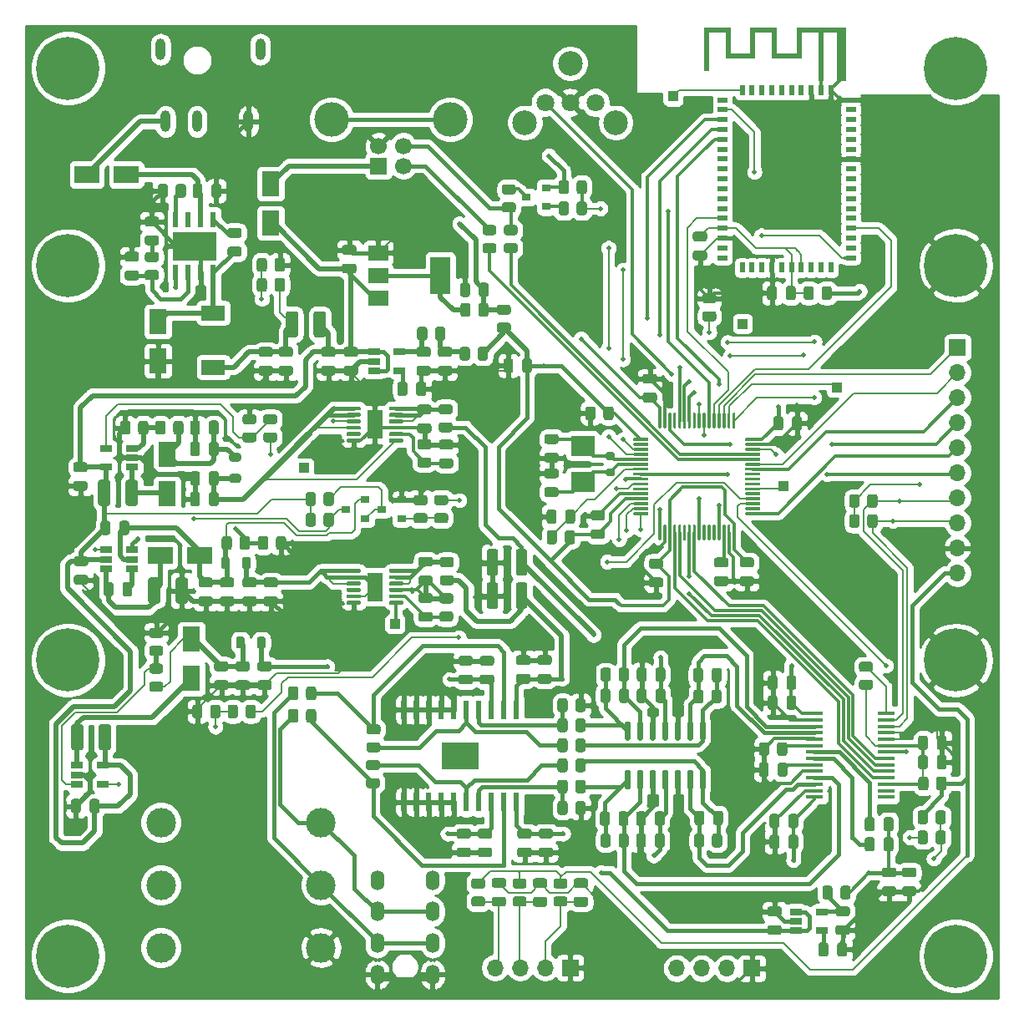
<source format=gbr>
G04 #@! TF.GenerationSoftware,KiCad,Pcbnew,5.1.9*
G04 #@! TF.CreationDate,2021-05-10T13:45:01+08:00*
G04 #@! TF.ProjectId,digital-amplifier2,64696769-7461-46c2-9d61-6d706c696669,rev?*
G04 #@! TF.SameCoordinates,Original*
G04 #@! TF.FileFunction,Copper,L1,Top*
G04 #@! TF.FilePolarity,Positive*
%FSLAX46Y46*%
G04 Gerber Fmt 4.6, Leading zero omitted, Abs format (unit mm)*
G04 Created by KiCad (PCBNEW 5.1.9) date 2021-05-10 13:45:01*
%MOMM*%
%LPD*%
G01*
G04 APERTURE LIST*
G04 #@! TA.AperFunction,EtchedComponent*
%ADD10C,0.100000*%
G04 #@! TD*
G04 #@! TA.AperFunction,SMDPad,CuDef*
%ADD11R,1.220000X0.650000*%
G04 #@! TD*
G04 #@! TA.AperFunction,ComponentPad*
%ADD12C,0.600000*%
G04 #@! TD*
G04 #@! TA.AperFunction,SMDPad,CuDef*
%ADD13R,3.810000X2.789999*%
G04 #@! TD*
G04 #@! TA.AperFunction,SMDPad,CuDef*
%ADD14R,0.558000X1.969999*%
G04 #@! TD*
G04 #@! TA.AperFunction,SMDPad,CuDef*
%ADD15R,0.900000X0.800000*%
G04 #@! TD*
G04 #@! TA.AperFunction,SMDPad,CuDef*
%ADD16R,2.500000X1.800000*%
G04 #@! TD*
G04 #@! TA.AperFunction,SMDPad,CuDef*
%ADD17R,1.800000X2.500000*%
G04 #@! TD*
G04 #@! TA.AperFunction,SMDPad,CuDef*
%ADD18R,1.000000X1.000000*%
G04 #@! TD*
G04 #@! TA.AperFunction,ComponentPad*
%ADD19O,1.700000X1.700000*%
G04 #@! TD*
G04 #@! TA.AperFunction,ComponentPad*
%ADD20R,1.700000X1.700000*%
G04 #@! TD*
G04 #@! TA.AperFunction,SMDPad,CuDef*
%ADD21R,1.650000X2.850000*%
G04 #@! TD*
G04 #@! TA.AperFunction,ComponentPad*
%ADD22C,3.000000*%
G04 #@! TD*
G04 #@! TA.AperFunction,SMDPad,CuDef*
%ADD23R,1.750000X0.450000*%
G04 #@! TD*
G04 #@! TA.AperFunction,SMDPad,CuDef*
%ADD24R,1.000000X0.500000*%
G04 #@! TD*
G04 #@! TA.AperFunction,SMDPad,CuDef*
%ADD25R,0.500000X1.000000*%
G04 #@! TD*
G04 #@! TA.AperFunction,ComponentPad*
%ADD26O,1.000000X2.200000*%
G04 #@! TD*
G04 #@! TA.AperFunction,ComponentPad*
%ADD27C,6.400000*%
G04 #@! TD*
G04 #@! TA.AperFunction,ComponentPad*
%ADD28O,1.400000X2.000000*%
G04 #@! TD*
G04 #@! TA.AperFunction,ComponentPad*
%ADD29C,1.800000*%
G04 #@! TD*
G04 #@! TA.AperFunction,WasherPad*
%ADD30C,2.500000*%
G04 #@! TD*
G04 #@! TA.AperFunction,SMDPad,CuDef*
%ADD31R,2.400000X1.500000*%
G04 #@! TD*
G04 #@! TA.AperFunction,ComponentPad*
%ADD32C,3.500000*%
G04 #@! TD*
G04 #@! TA.AperFunction,ComponentPad*
%ADD33C,1.700000*%
G04 #@! TD*
G04 #@! TA.AperFunction,ConnectorPad*
%ADD34R,0.500000X0.500000*%
G04 #@! TD*
G04 #@! TA.AperFunction,ComponentPad*
%ADD35R,0.900000X0.500000*%
G04 #@! TD*
G04 #@! TA.AperFunction,SMDPad,CuDef*
%ADD36R,2.400000X2.000000*%
G04 #@! TD*
G04 #@! TA.AperFunction,SMDPad,CuDef*
%ADD37R,0.600000X1.550000*%
G04 #@! TD*
G04 #@! TA.AperFunction,SMDPad,CuDef*
%ADD38R,4.500000X2.950000*%
G04 #@! TD*
G04 #@! TA.AperFunction,SMDPad,CuDef*
%ADD39R,3.100000X2.600000*%
G04 #@! TD*
G04 #@! TA.AperFunction,SMDPad,CuDef*
%ADD40R,2.000000X1.500000*%
G04 #@! TD*
G04 #@! TA.AperFunction,SMDPad,CuDef*
%ADD41R,2.000000X3.800000*%
G04 #@! TD*
G04 #@! TA.AperFunction,ViaPad*
%ADD42C,0.500000*%
G04 #@! TD*
G04 #@! TA.AperFunction,Conductor*
%ADD43C,0.400000*%
G04 #@! TD*
G04 #@! TA.AperFunction,Conductor*
%ADD44C,0.300000*%
G04 #@! TD*
G04 #@! TA.AperFunction,Conductor*
%ADD45C,0.200000*%
G04 #@! TD*
G04 #@! TA.AperFunction,Conductor*
%ADD46C,0.500000*%
G04 #@! TD*
G04 #@! TA.AperFunction,Conductor*
%ADD47C,0.254000*%
G04 #@! TD*
G04 #@! TA.AperFunction,Conductor*
%ADD48C,0.100000*%
G04 #@! TD*
G04 APERTURE END LIST*
D10*
G36*
X128868000Y-53497000D02*
G01*
X126868000Y-53497000D01*
X126868000Y-50857000D01*
X124168000Y-50857000D01*
X124168000Y-53497000D01*
X122168000Y-53497000D01*
X122168000Y-50857000D01*
X119468000Y-50857000D01*
X119468000Y-55297000D01*
X119968000Y-55297000D01*
X119968000Y-51357000D01*
X121668000Y-51357000D01*
X121668000Y-53997000D01*
X124668000Y-53997000D01*
X124668000Y-51357000D01*
X126368000Y-51357000D01*
X126368000Y-53997000D01*
X129368000Y-53997000D01*
X129368000Y-51357000D01*
X131068000Y-51357000D01*
X131068000Y-56257000D01*
X131568000Y-56257000D01*
X131568000Y-51357000D01*
X132968000Y-51357000D01*
X132968000Y-56257000D01*
X133868000Y-56257000D01*
X133868000Y-56013785D01*
X133565583Y-56013785D01*
X133555742Y-56061395D01*
X133531674Y-56103797D01*
X133493731Y-56136581D01*
X133485819Y-56140935D01*
X133443156Y-56153043D01*
X133394637Y-56152300D01*
X133349122Y-56139400D01*
X133330511Y-56128787D01*
X133296868Y-56093553D01*
X133276309Y-56048368D01*
X133269778Y-55998842D01*
X133278218Y-55950583D01*
X133295112Y-55918357D01*
X133330372Y-55885687D01*
X133375682Y-55865592D01*
X133425267Y-55859018D01*
X133473353Y-55866908D01*
X133506245Y-55883814D01*
X133541185Y-55920584D01*
X133560847Y-55965378D01*
X133565583Y-56013785D01*
X133868000Y-56013785D01*
X133868000Y-50857000D01*
X128868000Y-50857000D01*
X128868000Y-53497000D01*
G37*
G04 #@! TA.AperFunction,SMDPad,CuDef*
G36*
G01*
X78346000Y-79887500D02*
X78346000Y-82037500D01*
G75*
G02*
X78096000Y-82287500I-250000J0D01*
G01*
X77346000Y-82287500D01*
G75*
G02*
X77096000Y-82037500I0J250000D01*
G01*
X77096000Y-79887500D01*
G75*
G02*
X77346000Y-79637500I250000J0D01*
G01*
X78096000Y-79637500D01*
G75*
G02*
X78346000Y-79887500I0J-250000D01*
G01*
G37*
G04 #@! TD.AperFunction*
G04 #@! TA.AperFunction,SMDPad,CuDef*
G36*
G01*
X81146000Y-79887500D02*
X81146000Y-82037500D01*
G75*
G02*
X80896000Y-82287500I-250000J0D01*
G01*
X80146000Y-82287500D01*
G75*
G02*
X79896000Y-82037500I0J250000D01*
G01*
X79896000Y-79887500D01*
G75*
G02*
X80146000Y-79637500I250000J0D01*
G01*
X80896000Y-79637500D01*
G75*
G02*
X81146000Y-79887500I0J-250000D01*
G01*
G37*
G04 #@! TD.AperFunction*
G04 #@! TA.AperFunction,SMDPad,CuDef*
G36*
G01*
X90302500Y-87978000D02*
X90302500Y-87028000D01*
G75*
G02*
X90552500Y-86778000I250000J0D01*
G01*
X91052500Y-86778000D01*
G75*
G02*
X91302500Y-87028000I0J-250000D01*
G01*
X91302500Y-87978000D01*
G75*
G02*
X91052500Y-88228000I-250000J0D01*
G01*
X90552500Y-88228000D01*
G75*
G02*
X90302500Y-87978000I0J250000D01*
G01*
G37*
G04 #@! TD.AperFunction*
G04 #@! TA.AperFunction,SMDPad,CuDef*
G36*
G01*
X88402500Y-87978000D02*
X88402500Y-87028000D01*
G75*
G02*
X88652500Y-86778000I250000J0D01*
G01*
X89152500Y-86778000D01*
G75*
G02*
X89402500Y-87028000I0J-250000D01*
G01*
X89402500Y-87978000D01*
G75*
G02*
X89152500Y-88228000I-250000J0D01*
G01*
X88652500Y-88228000D01*
G75*
G02*
X88402500Y-87978000I0J250000D01*
G01*
G37*
G04 #@! TD.AperFunction*
D11*
X88622500Y-83759000D03*
X88622500Y-85659000D03*
X86002500Y-85659000D03*
X86002500Y-84709000D03*
X86002500Y-83759000D03*
G04 #@! TA.AperFunction,SMDPad,CuDef*
G36*
G01*
X75165000Y-76511999D02*
X75165000Y-77412001D01*
G75*
G02*
X74915001Y-77662000I-249999J0D01*
G01*
X74389999Y-77662000D01*
G75*
G02*
X74140000Y-77412001I0J249999D01*
G01*
X74140000Y-76511999D01*
G75*
G02*
X74389999Y-76262000I249999J0D01*
G01*
X74915001Y-76262000D01*
G75*
G02*
X75165000Y-76511999I0J-249999D01*
G01*
G37*
G04 #@! TD.AperFunction*
G04 #@! TA.AperFunction,SMDPad,CuDef*
G36*
G01*
X76990000Y-76511999D02*
X76990000Y-77412001D01*
G75*
G02*
X76740001Y-77662000I-249999J0D01*
G01*
X76214999Y-77662000D01*
G75*
G02*
X75965000Y-77412001I0J249999D01*
G01*
X75965000Y-76511999D01*
G75*
G02*
X76214999Y-76262000I249999J0D01*
G01*
X76740001Y-76262000D01*
G75*
G02*
X76990000Y-76511999I0J-249999D01*
G01*
G37*
G04 #@! TD.AperFunction*
X131421500Y-140528000D03*
X131421500Y-142428000D03*
X128801500Y-142428000D03*
X128801500Y-141478000D03*
X128801500Y-140528000D03*
X58888000Y-105725000D03*
X58888000Y-104775000D03*
X58888000Y-103825000D03*
X61508000Y-103825000D03*
X61508000Y-104775000D03*
X61508000Y-105725000D03*
X58888000Y-95438000D03*
X58888000Y-93538000D03*
X61508000Y-93538000D03*
X61508000Y-94488000D03*
X61508000Y-95438000D03*
X58540500Y-125669000D03*
X58540500Y-127569000D03*
X55920500Y-127569000D03*
X55920500Y-126619000D03*
X55920500Y-125669000D03*
D12*
X93472000Y-125349000D03*
X93472000Y-124079000D03*
X94742000Y-125349000D03*
X94742000Y-124079000D03*
X96012000Y-125349000D03*
X96012000Y-124079000D03*
D13*
X94742000Y-124714000D03*
D14*
X100457000Y-129400300D03*
X99187000Y-129400300D03*
X97917000Y-129400300D03*
X96647000Y-129400300D03*
X95377000Y-129400300D03*
X94107000Y-129400300D03*
X92837000Y-129400300D03*
X91567000Y-129400300D03*
X90297000Y-129400300D03*
X89027000Y-129400300D03*
X89027000Y-120027700D03*
X90297000Y-120027700D03*
X91567000Y-120027700D03*
X92837000Y-120027700D03*
X94107000Y-120027700D03*
X95377000Y-120027700D03*
X96647000Y-120027700D03*
X97917000Y-120027700D03*
X99187000Y-120027700D03*
X100457000Y-120027700D03*
G04 #@! TA.AperFunction,SMDPad,CuDef*
G36*
G01*
X71609000Y-102673999D02*
X71609000Y-103574001D01*
G75*
G02*
X71359001Y-103824000I-249999J0D01*
G01*
X70833999Y-103824000D01*
G75*
G02*
X70584000Y-103574001I0J249999D01*
G01*
X70584000Y-102673999D01*
G75*
G02*
X70833999Y-102424000I249999J0D01*
G01*
X71359001Y-102424000D01*
G75*
G02*
X71609000Y-102673999I0J-249999D01*
G01*
G37*
G04 #@! TD.AperFunction*
G04 #@! TA.AperFunction,SMDPad,CuDef*
G36*
G01*
X73434000Y-102673999D02*
X73434000Y-103574001D01*
G75*
G02*
X73184001Y-103824000I-249999J0D01*
G01*
X72658999Y-103824000D01*
G75*
G02*
X72409000Y-103574001I0J249999D01*
G01*
X72409000Y-102673999D01*
G75*
G02*
X72658999Y-102424000I249999J0D01*
G01*
X73184001Y-102424000D01*
G75*
G02*
X73434000Y-102673999I0J-249999D01*
G01*
G37*
G04 #@! TD.AperFunction*
G04 #@! TA.AperFunction,SMDPad,CuDef*
G36*
G01*
X75292000Y-102673999D02*
X75292000Y-103574001D01*
G75*
G02*
X75042001Y-103824000I-249999J0D01*
G01*
X74516999Y-103824000D01*
G75*
G02*
X74267000Y-103574001I0J249999D01*
G01*
X74267000Y-102673999D01*
G75*
G02*
X74516999Y-102424000I249999J0D01*
G01*
X75042001Y-102424000D01*
G75*
G02*
X75292000Y-102673999I0J-249999D01*
G01*
G37*
G04 #@! TD.AperFunction*
G04 #@! TA.AperFunction,SMDPad,CuDef*
G36*
G01*
X77117000Y-102673999D02*
X77117000Y-103574001D01*
G75*
G02*
X76867001Y-103824000I-249999J0D01*
G01*
X76341999Y-103824000D01*
G75*
G02*
X76092000Y-103574001I0J249999D01*
G01*
X76092000Y-102673999D01*
G75*
G02*
X76341999Y-102424000I249999J0D01*
G01*
X76867001Y-102424000D01*
G75*
G02*
X77117000Y-102673999I0J-249999D01*
G01*
G37*
G04 #@! TD.AperFunction*
G04 #@! TA.AperFunction,SMDPad,CuDef*
G36*
G01*
X61322000Y-90989999D02*
X61322000Y-91890001D01*
G75*
G02*
X61072001Y-92140000I-249999J0D01*
G01*
X60546999Y-92140000D01*
G75*
G02*
X60297000Y-91890001I0J249999D01*
G01*
X60297000Y-90989999D01*
G75*
G02*
X60546999Y-90740000I249999J0D01*
G01*
X61072001Y-90740000D01*
G75*
G02*
X61322000Y-90989999I0J-249999D01*
G01*
G37*
G04 #@! TD.AperFunction*
G04 #@! TA.AperFunction,SMDPad,CuDef*
G36*
G01*
X63147000Y-90989999D02*
X63147000Y-91890001D01*
G75*
G02*
X62897001Y-92140000I-249999J0D01*
G01*
X62371999Y-92140000D01*
G75*
G02*
X62122000Y-91890001I0J249999D01*
G01*
X62122000Y-90989999D01*
G75*
G02*
X62371999Y-90740000I249999J0D01*
G01*
X62897001Y-90740000D01*
G75*
G02*
X63147000Y-90989999I0J-249999D01*
G01*
G37*
G04 #@! TD.AperFunction*
G04 #@! TA.AperFunction,SMDPad,CuDef*
G36*
G01*
X64878000Y-90989999D02*
X64878000Y-91890001D01*
G75*
G02*
X64628001Y-92140000I-249999J0D01*
G01*
X64102999Y-92140000D01*
G75*
G02*
X63853000Y-91890001I0J249999D01*
G01*
X63853000Y-90989999D01*
G75*
G02*
X64102999Y-90740000I249999J0D01*
G01*
X64628001Y-90740000D01*
G75*
G02*
X64878000Y-90989999I0J-249999D01*
G01*
G37*
G04 #@! TD.AperFunction*
G04 #@! TA.AperFunction,SMDPad,CuDef*
G36*
G01*
X66703000Y-90989999D02*
X66703000Y-91890001D01*
G75*
G02*
X66453001Y-92140000I-249999J0D01*
G01*
X65927999Y-92140000D01*
G75*
G02*
X65678000Y-91890001I0J249999D01*
G01*
X65678000Y-90989999D01*
G75*
G02*
X65927999Y-90740000I249999J0D01*
G01*
X66453001Y-90740000D01*
G75*
G02*
X66703000Y-90989999I0J-249999D01*
G01*
G37*
G04 #@! TD.AperFunction*
G04 #@! TA.AperFunction,SMDPad,CuDef*
G36*
G01*
X80918000Y-101224501D02*
X80918000Y-100324499D01*
G75*
G02*
X81167999Y-100074500I249999J0D01*
G01*
X81693001Y-100074500D01*
G75*
G02*
X81943000Y-100324499I0J-249999D01*
G01*
X81943000Y-101224501D01*
G75*
G02*
X81693001Y-101474500I-249999J0D01*
G01*
X81167999Y-101474500D01*
G75*
G02*
X80918000Y-101224501I0J249999D01*
G01*
G37*
G04 #@! TD.AperFunction*
G04 #@! TA.AperFunction,SMDPad,CuDef*
G36*
G01*
X79093000Y-101224501D02*
X79093000Y-100324499D01*
G75*
G02*
X79342999Y-100074500I249999J0D01*
G01*
X79868001Y-100074500D01*
G75*
G02*
X80118000Y-100324499I0J-249999D01*
G01*
X80118000Y-101224501D01*
G75*
G02*
X79868001Y-101474500I-249999J0D01*
G01*
X79342999Y-101474500D01*
G75*
G02*
X79093000Y-101224501I0J249999D01*
G01*
G37*
G04 #@! TD.AperFunction*
G04 #@! TA.AperFunction,SMDPad,CuDef*
G36*
G01*
X80918000Y-99129001D02*
X80918000Y-98228999D01*
G75*
G02*
X81167999Y-97979000I249999J0D01*
G01*
X81693001Y-97979000D01*
G75*
G02*
X81943000Y-98228999I0J-249999D01*
G01*
X81943000Y-99129001D01*
G75*
G02*
X81693001Y-99379000I-249999J0D01*
G01*
X81167999Y-99379000D01*
G75*
G02*
X80918000Y-99129001I0J249999D01*
G01*
G37*
G04 #@! TD.AperFunction*
G04 #@! TA.AperFunction,SMDPad,CuDef*
G36*
G01*
X79093000Y-99129001D02*
X79093000Y-98228999D01*
G75*
G02*
X79342999Y-97979000I249999J0D01*
G01*
X79868001Y-97979000D01*
G75*
G02*
X80118000Y-98228999I0J-249999D01*
G01*
X80118000Y-99129001D01*
G75*
G02*
X79868001Y-99379000I-249999J0D01*
G01*
X79342999Y-99379000D01*
G75*
G02*
X79093000Y-99129001I0J249999D01*
G01*
G37*
G04 #@! TD.AperFunction*
G04 #@! TA.AperFunction,SMDPad,CuDef*
G36*
G01*
X73856001Y-91103500D02*
X72955999Y-91103500D01*
G75*
G02*
X72706000Y-90853501I0J249999D01*
G01*
X72706000Y-90328499D01*
G75*
G02*
X72955999Y-90078500I249999J0D01*
G01*
X73856001Y-90078500D01*
G75*
G02*
X74106000Y-90328499I0J-249999D01*
G01*
X74106000Y-90853501D01*
G75*
G02*
X73856001Y-91103500I-249999J0D01*
G01*
G37*
G04 #@! TD.AperFunction*
G04 #@! TA.AperFunction,SMDPad,CuDef*
G36*
G01*
X73856001Y-92928500D02*
X72955999Y-92928500D01*
G75*
G02*
X72706000Y-92678501I0J249999D01*
G01*
X72706000Y-92153499D01*
G75*
G02*
X72955999Y-91903500I249999J0D01*
G01*
X73856001Y-91903500D01*
G75*
G02*
X74106000Y-92153499I0J-249999D01*
G01*
X74106000Y-92678501D01*
G75*
G02*
X73856001Y-92928500I-249999J0D01*
G01*
G37*
G04 #@! TD.AperFunction*
G04 #@! TA.AperFunction,SMDPad,CuDef*
G36*
G01*
X91191501Y-99295000D02*
X90291499Y-99295000D01*
G75*
G02*
X90041500Y-99045001I0J249999D01*
G01*
X90041500Y-98519999D01*
G75*
G02*
X90291499Y-98270000I249999J0D01*
G01*
X91191501Y-98270000D01*
G75*
G02*
X91441500Y-98519999I0J-249999D01*
G01*
X91441500Y-99045001D01*
G75*
G02*
X91191501Y-99295000I-249999J0D01*
G01*
G37*
G04 #@! TD.AperFunction*
G04 #@! TA.AperFunction,SMDPad,CuDef*
G36*
G01*
X91191501Y-101120000D02*
X90291499Y-101120000D01*
G75*
G02*
X90041500Y-100870001I0J249999D01*
G01*
X90041500Y-100344999D01*
G75*
G02*
X90291499Y-100095000I249999J0D01*
G01*
X91191501Y-100095000D01*
G75*
G02*
X91441500Y-100344999I0J-249999D01*
G01*
X91441500Y-100870001D01*
G75*
G02*
X91191501Y-101120000I-249999J0D01*
G01*
G37*
G04 #@! TD.AperFunction*
G04 #@! TA.AperFunction,SMDPad,CuDef*
G36*
G01*
X93287001Y-99295000D02*
X92386999Y-99295000D01*
G75*
G02*
X92137000Y-99045001I0J249999D01*
G01*
X92137000Y-98519999D01*
G75*
G02*
X92386999Y-98270000I249999J0D01*
G01*
X93287001Y-98270000D01*
G75*
G02*
X93537000Y-98519999I0J-249999D01*
G01*
X93537000Y-99045001D01*
G75*
G02*
X93287001Y-99295000I-249999J0D01*
G01*
G37*
G04 #@! TD.AperFunction*
G04 #@! TA.AperFunction,SMDPad,CuDef*
G36*
G01*
X93287001Y-101120000D02*
X92386999Y-101120000D01*
G75*
G02*
X92137000Y-100870001I0J249999D01*
G01*
X92137000Y-100344999D01*
G75*
G02*
X92386999Y-100095000I249999J0D01*
G01*
X93287001Y-100095000D01*
G75*
G02*
X93537000Y-100344999I0J-249999D01*
G01*
X93537000Y-100870001D01*
G75*
G02*
X93287001Y-101120000I-249999J0D01*
G01*
G37*
G04 #@! TD.AperFunction*
G04 #@! TA.AperFunction,SMDPad,CuDef*
G36*
G01*
X75051499Y-91903500D02*
X75951501Y-91903500D01*
G75*
G02*
X76201500Y-92153499I0J-249999D01*
G01*
X76201500Y-92678501D01*
G75*
G02*
X75951501Y-92928500I-249999J0D01*
G01*
X75051499Y-92928500D01*
G75*
G02*
X74801500Y-92678501I0J249999D01*
G01*
X74801500Y-92153499D01*
G75*
G02*
X75051499Y-91903500I249999J0D01*
G01*
G37*
G04 #@! TD.AperFunction*
G04 #@! TA.AperFunction,SMDPad,CuDef*
G36*
G01*
X75051499Y-90078500D02*
X75951501Y-90078500D01*
G75*
G02*
X76201500Y-90328499I0J-249999D01*
G01*
X76201500Y-90853501D01*
G75*
G02*
X75951501Y-91103500I-249999J0D01*
G01*
X75051499Y-91103500D01*
G75*
G02*
X74801500Y-90853501I0J249999D01*
G01*
X74801500Y-90328499D01*
G75*
G02*
X75051499Y-90078500I249999J0D01*
G01*
G37*
G04 #@! TD.AperFunction*
G04 #@! TA.AperFunction,SMDPad,CuDef*
G36*
G01*
X64394501Y-112757000D02*
X63494499Y-112757000D01*
G75*
G02*
X63244500Y-112507001I0J249999D01*
G01*
X63244500Y-111981999D01*
G75*
G02*
X63494499Y-111732000I249999J0D01*
G01*
X64394501Y-111732000D01*
G75*
G02*
X64644500Y-111981999I0J-249999D01*
G01*
X64644500Y-112507001D01*
G75*
G02*
X64394501Y-112757000I-249999J0D01*
G01*
G37*
G04 #@! TD.AperFunction*
G04 #@! TA.AperFunction,SMDPad,CuDef*
G36*
G01*
X64394501Y-114582000D02*
X63494499Y-114582000D01*
G75*
G02*
X63244500Y-114332001I0J249999D01*
G01*
X63244500Y-113806999D01*
G75*
G02*
X63494499Y-113557000I249999J0D01*
G01*
X64394501Y-113557000D01*
G75*
G02*
X64644500Y-113806999I0J-249999D01*
G01*
X64644500Y-114332001D01*
G75*
G02*
X64394501Y-114582000I-249999J0D01*
G01*
G37*
G04 #@! TD.AperFunction*
G04 #@! TA.AperFunction,SMDPad,CuDef*
G36*
G01*
X64394501Y-116376500D02*
X63494499Y-116376500D01*
G75*
G02*
X63244500Y-116126501I0J249999D01*
G01*
X63244500Y-115601499D01*
G75*
G02*
X63494499Y-115351500I249999J0D01*
G01*
X64394501Y-115351500D01*
G75*
G02*
X64644500Y-115601499I0J-249999D01*
G01*
X64644500Y-116126501D01*
G75*
G02*
X64394501Y-116376500I-249999J0D01*
G01*
G37*
G04 #@! TD.AperFunction*
G04 #@! TA.AperFunction,SMDPad,CuDef*
G36*
G01*
X64394501Y-118201500D02*
X63494499Y-118201500D01*
G75*
G02*
X63244500Y-117951501I0J249999D01*
G01*
X63244500Y-117426499D01*
G75*
G02*
X63494499Y-117176500I249999J0D01*
G01*
X64394501Y-117176500D01*
G75*
G02*
X64644500Y-117426499I0J-249999D01*
G01*
X64644500Y-117951501D01*
G75*
G02*
X64394501Y-118201500I-249999J0D01*
G01*
G37*
G04 #@! TD.AperFunction*
G04 #@! TA.AperFunction,SMDPad,CuDef*
G36*
G01*
X68624500Y-119755499D02*
X68624500Y-120655501D01*
G75*
G02*
X68374501Y-120905500I-249999J0D01*
G01*
X67849499Y-120905500D01*
G75*
G02*
X67599500Y-120655501I0J249999D01*
G01*
X67599500Y-119755499D01*
G75*
G02*
X67849499Y-119505500I249999J0D01*
G01*
X68374501Y-119505500D01*
G75*
G02*
X68624500Y-119755499I0J-249999D01*
G01*
G37*
G04 #@! TD.AperFunction*
G04 #@! TA.AperFunction,SMDPad,CuDef*
G36*
G01*
X70449500Y-119755499D02*
X70449500Y-120655501D01*
G75*
G02*
X70199501Y-120905500I-249999J0D01*
G01*
X69674499Y-120905500D01*
G75*
G02*
X69424500Y-120655501I0J249999D01*
G01*
X69424500Y-119755499D01*
G75*
G02*
X69674499Y-119505500I249999J0D01*
G01*
X70199501Y-119505500D01*
G75*
G02*
X70449500Y-119755499I0J-249999D01*
G01*
G37*
G04 #@! TD.AperFunction*
G04 #@! TA.AperFunction,SMDPad,CuDef*
G36*
G01*
X73015500Y-120655501D02*
X73015500Y-119755499D01*
G75*
G02*
X73265499Y-119505500I249999J0D01*
G01*
X73790501Y-119505500D01*
G75*
G02*
X74040500Y-119755499I0J-249999D01*
G01*
X74040500Y-120655501D01*
G75*
G02*
X73790501Y-120905500I-249999J0D01*
G01*
X73265499Y-120905500D01*
G75*
G02*
X73015500Y-120655501I0J249999D01*
G01*
G37*
G04 #@! TD.AperFunction*
G04 #@! TA.AperFunction,SMDPad,CuDef*
G36*
G01*
X71190500Y-120655501D02*
X71190500Y-119755499D01*
G75*
G02*
X71440499Y-119505500I249999J0D01*
G01*
X71965501Y-119505500D01*
G75*
G02*
X72215500Y-119755499I0J-249999D01*
G01*
X72215500Y-120655501D01*
G75*
G02*
X71965501Y-120905500I-249999J0D01*
G01*
X71440499Y-120905500D01*
G75*
G02*
X71190500Y-120655501I0J249999D01*
G01*
G37*
G04 #@! TD.AperFunction*
G04 #@! TA.AperFunction,SMDPad,CuDef*
G36*
G01*
X135439999Y-116986000D02*
X136340001Y-116986000D01*
G75*
G02*
X136590000Y-117235999I0J-249999D01*
G01*
X136590000Y-117761001D01*
G75*
G02*
X136340001Y-118011000I-249999J0D01*
G01*
X135439999Y-118011000D01*
G75*
G02*
X135190000Y-117761001I0J249999D01*
G01*
X135190000Y-117235999D01*
G75*
G02*
X135439999Y-116986000I249999J0D01*
G01*
G37*
G04 #@! TD.AperFunction*
G04 #@! TA.AperFunction,SMDPad,CuDef*
G36*
G01*
X135439999Y-115161000D02*
X136340001Y-115161000D01*
G75*
G02*
X136590000Y-115410999I0J-249999D01*
G01*
X136590000Y-115936001D01*
G75*
G02*
X136340001Y-116186000I-249999J0D01*
G01*
X135439999Y-116186000D01*
G75*
G02*
X135190000Y-115936001I0J249999D01*
G01*
X135190000Y-115410999D01*
G75*
G02*
X135439999Y-115161000I249999J0D01*
G01*
G37*
G04 #@! TD.AperFunction*
G04 #@! TA.AperFunction,SMDPad,CuDef*
G36*
G01*
X91421000Y-81464999D02*
X91421000Y-82365001D01*
G75*
G02*
X91171001Y-82615000I-249999J0D01*
G01*
X90645999Y-82615000D01*
G75*
G02*
X90396000Y-82365001I0J249999D01*
G01*
X90396000Y-81464999D01*
G75*
G02*
X90645999Y-81215000I249999J0D01*
G01*
X91171001Y-81215000D01*
G75*
G02*
X91421000Y-81464999I0J-249999D01*
G01*
G37*
G04 #@! TD.AperFunction*
G04 #@! TA.AperFunction,SMDPad,CuDef*
G36*
G01*
X93246000Y-81464999D02*
X93246000Y-82365001D01*
G75*
G02*
X92996001Y-82615000I-249999J0D01*
G01*
X92470999Y-82615000D01*
G75*
G02*
X92221000Y-82365001I0J249999D01*
G01*
X92221000Y-81464999D01*
G75*
G02*
X92470999Y-81215000I249999J0D01*
G01*
X92996001Y-81215000D01*
G75*
G02*
X93246000Y-81464999I0J-249999D01*
G01*
G37*
G04 #@! TD.AperFunction*
G04 #@! TA.AperFunction,SMDPad,CuDef*
G36*
G01*
X95739000Y-83496999D02*
X95739000Y-84397001D01*
G75*
G02*
X95489001Y-84647000I-249999J0D01*
G01*
X94963999Y-84647000D01*
G75*
G02*
X94714000Y-84397001I0J249999D01*
G01*
X94714000Y-83496999D01*
G75*
G02*
X94963999Y-83247000I249999J0D01*
G01*
X95489001Y-83247000D01*
G75*
G02*
X95739000Y-83496999I0J-249999D01*
G01*
G37*
G04 #@! TD.AperFunction*
G04 #@! TA.AperFunction,SMDPad,CuDef*
G36*
G01*
X97564000Y-83496999D02*
X97564000Y-84397001D01*
G75*
G02*
X97314001Y-84647000I-249999J0D01*
G01*
X96788999Y-84647000D01*
G75*
G02*
X96539000Y-84397001I0J249999D01*
G01*
X96539000Y-83496999D01*
G75*
G02*
X96788999Y-83247000I249999J0D01*
G01*
X97314001Y-83247000D01*
G75*
G02*
X97564000Y-83496999I0J-249999D01*
G01*
G37*
G04 #@! TD.AperFunction*
D15*
X83137500Y-99695000D03*
X85137500Y-98745000D03*
X85137500Y-100645000D03*
X86820500Y-99695000D03*
X88820500Y-98745000D03*
X88820500Y-100645000D03*
G04 #@! TA.AperFunction,SMDPad,CuDef*
G36*
G01*
X71384000Y-104774750D02*
X71384000Y-105537250D01*
G75*
G02*
X71165250Y-105756000I-218750J0D01*
G01*
X70727750Y-105756000D01*
G75*
G02*
X70509000Y-105537250I0J218750D01*
G01*
X70509000Y-104774750D01*
G75*
G02*
X70727750Y-104556000I218750J0D01*
G01*
X71165250Y-104556000D01*
G75*
G02*
X71384000Y-104774750I0J-218750D01*
G01*
G37*
G04 #@! TD.AperFunction*
G04 #@! TA.AperFunction,SMDPad,CuDef*
G36*
G01*
X73509000Y-104774750D02*
X73509000Y-105537250D01*
G75*
G02*
X73290250Y-105756000I-218750J0D01*
G01*
X72852750Y-105756000D01*
G75*
G02*
X72634000Y-105537250I0J218750D01*
G01*
X72634000Y-104774750D01*
G75*
G02*
X72852750Y-104556000I218750J0D01*
G01*
X73290250Y-104556000D01*
G75*
G02*
X73509000Y-104774750I0J-218750D01*
G01*
G37*
G04 #@! TD.AperFunction*
G04 #@! TA.AperFunction,SMDPad,CuDef*
G36*
G01*
X72326750Y-94879000D02*
X71564250Y-94879000D01*
G75*
G02*
X71345500Y-94660250I0J218750D01*
G01*
X71345500Y-94222750D01*
G75*
G02*
X71564250Y-94004000I218750J0D01*
G01*
X72326750Y-94004000D01*
G75*
G02*
X72545500Y-94222750I0J-218750D01*
G01*
X72545500Y-94660250D01*
G75*
G02*
X72326750Y-94879000I-218750J0D01*
G01*
G37*
G04 #@! TD.AperFunction*
G04 #@! TA.AperFunction,SMDPad,CuDef*
G36*
G01*
X72326750Y-97004000D02*
X71564250Y-97004000D01*
G75*
G02*
X71345500Y-96785250I0J218750D01*
G01*
X71345500Y-96347750D01*
G75*
G02*
X71564250Y-96129000I218750J0D01*
G01*
X72326750Y-96129000D01*
G75*
G02*
X72545500Y-96347750I0J-218750D01*
G01*
X72545500Y-96785250D01*
G75*
G02*
X72326750Y-97004000I-218750J0D01*
G01*
G37*
G04 #@! TD.AperFunction*
G04 #@! TA.AperFunction,SMDPad,CuDef*
G36*
G01*
X64376000Y-106875000D02*
X64376000Y-109025000D01*
G75*
G02*
X64126000Y-109275000I-250000J0D01*
G01*
X63376000Y-109275000D01*
G75*
G02*
X63126000Y-109025000I0J250000D01*
G01*
X63126000Y-106875000D01*
G75*
G02*
X63376000Y-106625000I250000J0D01*
G01*
X64126000Y-106625000D01*
G75*
G02*
X64376000Y-106875000I0J-250000D01*
G01*
G37*
G04 #@! TD.AperFunction*
G04 #@! TA.AperFunction,SMDPad,CuDef*
G36*
G01*
X67176000Y-106875000D02*
X67176000Y-109025000D01*
G75*
G02*
X66926000Y-109275000I-250000J0D01*
G01*
X66176000Y-109275000D01*
G75*
G02*
X65926000Y-109025000I0J250000D01*
G01*
X65926000Y-106875000D01*
G75*
G02*
X66176000Y-106625000I250000J0D01*
G01*
X66926000Y-106625000D01*
G75*
G02*
X67176000Y-106875000I0J-250000D01*
G01*
G37*
G04 #@! TD.AperFunction*
G04 #@! TA.AperFunction,SMDPad,CuDef*
G36*
G01*
X59296000Y-96969000D02*
X59296000Y-99119000D01*
G75*
G02*
X59046000Y-99369000I-250000J0D01*
G01*
X58296000Y-99369000D01*
G75*
G02*
X58046000Y-99119000I0J250000D01*
G01*
X58046000Y-96969000D01*
G75*
G02*
X58296000Y-96719000I250000J0D01*
G01*
X59046000Y-96719000D01*
G75*
G02*
X59296000Y-96969000I0J-250000D01*
G01*
G37*
G04 #@! TD.AperFunction*
G04 #@! TA.AperFunction,SMDPad,CuDef*
G36*
G01*
X62096000Y-96969000D02*
X62096000Y-99119000D01*
G75*
G02*
X61846000Y-99369000I-250000J0D01*
G01*
X61096000Y-99369000D01*
G75*
G02*
X60846000Y-99119000I0J250000D01*
G01*
X60846000Y-96969000D01*
G75*
G02*
X61096000Y-96719000I250000J0D01*
G01*
X61846000Y-96719000D01*
G75*
G02*
X62096000Y-96969000I0J-250000D01*
G01*
G37*
G04 #@! TD.AperFunction*
G04 #@! TA.AperFunction,SMDPad,CuDef*
G36*
G01*
X72908000Y-112839250D02*
X72908000Y-113601750D01*
G75*
G02*
X72689250Y-113820500I-218750J0D01*
G01*
X72251750Y-113820500D01*
G75*
G02*
X72033000Y-113601750I0J218750D01*
G01*
X72033000Y-112839250D01*
G75*
G02*
X72251750Y-112620500I218750J0D01*
G01*
X72689250Y-112620500D01*
G75*
G02*
X72908000Y-112839250I0J-218750D01*
G01*
G37*
G04 #@! TD.AperFunction*
G04 #@! TA.AperFunction,SMDPad,CuDef*
G36*
G01*
X75033000Y-112839250D02*
X75033000Y-113601750D01*
G75*
G02*
X74814250Y-113820500I-218750J0D01*
G01*
X74376750Y-113820500D01*
G75*
G02*
X74158000Y-113601750I0J218750D01*
G01*
X74158000Y-112839250D01*
G75*
G02*
X74376750Y-112620500I218750J0D01*
G01*
X74814250Y-112620500D01*
G75*
G02*
X75033000Y-112839250I0J-218750D01*
G01*
G37*
G04 #@! TD.AperFunction*
G04 #@! TA.AperFunction,SMDPad,CuDef*
G36*
G01*
X58115500Y-123884000D02*
X58115500Y-121734000D01*
G75*
G02*
X58365500Y-121484000I250000J0D01*
G01*
X59115500Y-121484000D01*
G75*
G02*
X59365500Y-121734000I0J-250000D01*
G01*
X59365500Y-123884000D01*
G75*
G02*
X59115500Y-124134000I-250000J0D01*
G01*
X58365500Y-124134000D01*
G75*
G02*
X58115500Y-123884000I0J250000D01*
G01*
G37*
G04 #@! TD.AperFunction*
G04 #@! TA.AperFunction,SMDPad,CuDef*
G36*
G01*
X55315500Y-123884000D02*
X55315500Y-121734000D01*
G75*
G02*
X55565500Y-121484000I250000J0D01*
G01*
X56315500Y-121484000D01*
G75*
G02*
X56565500Y-121734000I0J-250000D01*
G01*
X56565500Y-123884000D01*
G75*
G02*
X56315500Y-124134000I-250000J0D01*
G01*
X55565500Y-124134000D01*
G75*
G02*
X55315500Y-123884000I0J250000D01*
G01*
G37*
G04 #@! TD.AperFunction*
D16*
X68326000Y-104394000D03*
X64326000Y-104394000D03*
D17*
X65024000Y-98139000D03*
X65024000Y-94139000D03*
X67500500Y-116871500D03*
X67500500Y-112871500D03*
D16*
X56928000Y-65786000D03*
X60928000Y-65786000D03*
G04 #@! TA.AperFunction,SMDPad,CuDef*
G36*
G01*
X76040000Y-107627000D02*
X75090000Y-107627000D01*
G75*
G02*
X74840000Y-107377000I0J250000D01*
G01*
X74840000Y-106877000D01*
G75*
G02*
X75090000Y-106627000I250000J0D01*
G01*
X76040000Y-106627000D01*
G75*
G02*
X76290000Y-106877000I0J-250000D01*
G01*
X76290000Y-107377000D01*
G75*
G02*
X76040000Y-107627000I-250000J0D01*
G01*
G37*
G04 #@! TD.AperFunction*
G04 #@! TA.AperFunction,SMDPad,CuDef*
G36*
G01*
X76040000Y-109527000D02*
X75090000Y-109527000D01*
G75*
G02*
X74840000Y-109277000I0J250000D01*
G01*
X74840000Y-108777000D01*
G75*
G02*
X75090000Y-108527000I250000J0D01*
G01*
X76040000Y-108527000D01*
G75*
G02*
X76290000Y-108777000I0J-250000D01*
G01*
X76290000Y-109277000D01*
G75*
G02*
X76040000Y-109527000I-250000J0D01*
G01*
G37*
G04 #@! TD.AperFunction*
G04 #@! TA.AperFunction,SMDPad,CuDef*
G36*
G01*
X73881000Y-107627000D02*
X72931000Y-107627000D01*
G75*
G02*
X72681000Y-107377000I0J250000D01*
G01*
X72681000Y-106877000D01*
G75*
G02*
X72931000Y-106627000I250000J0D01*
G01*
X73881000Y-106627000D01*
G75*
G02*
X74131000Y-106877000I0J-250000D01*
G01*
X74131000Y-107377000D01*
G75*
G02*
X73881000Y-107627000I-250000J0D01*
G01*
G37*
G04 #@! TD.AperFunction*
G04 #@! TA.AperFunction,SMDPad,CuDef*
G36*
G01*
X73881000Y-109527000D02*
X72931000Y-109527000D01*
G75*
G02*
X72681000Y-109277000I0J250000D01*
G01*
X72681000Y-108777000D01*
G75*
G02*
X72931000Y-108527000I250000J0D01*
G01*
X73881000Y-108527000D01*
G75*
G02*
X74131000Y-108777000I0J-250000D01*
G01*
X74131000Y-109277000D01*
G75*
G02*
X73881000Y-109527000I-250000J0D01*
G01*
G37*
G04 #@! TD.AperFunction*
G04 #@! TA.AperFunction,SMDPad,CuDef*
G36*
G01*
X71595000Y-107627000D02*
X70645000Y-107627000D01*
G75*
G02*
X70395000Y-107377000I0J250000D01*
G01*
X70395000Y-106877000D01*
G75*
G02*
X70645000Y-106627000I250000J0D01*
G01*
X71595000Y-106627000D01*
G75*
G02*
X71845000Y-106877000I0J-250000D01*
G01*
X71845000Y-107377000D01*
G75*
G02*
X71595000Y-107627000I-250000J0D01*
G01*
G37*
G04 #@! TD.AperFunction*
G04 #@! TA.AperFunction,SMDPad,CuDef*
G36*
G01*
X71595000Y-109527000D02*
X70645000Y-109527000D01*
G75*
G02*
X70395000Y-109277000I0J250000D01*
G01*
X70395000Y-108777000D01*
G75*
G02*
X70645000Y-108527000I250000J0D01*
G01*
X71595000Y-108527000D01*
G75*
G02*
X71845000Y-108777000I0J-250000D01*
G01*
X71845000Y-109277000D01*
G75*
G02*
X71595000Y-109527000I-250000J0D01*
G01*
G37*
G04 #@! TD.AperFunction*
G04 #@! TA.AperFunction,SMDPad,CuDef*
G36*
G01*
X68384000Y-96108500D02*
X68384000Y-97058500D01*
G75*
G02*
X68134000Y-97308500I-250000J0D01*
G01*
X67634000Y-97308500D01*
G75*
G02*
X67384000Y-97058500I0J250000D01*
G01*
X67384000Y-96108500D01*
G75*
G02*
X67634000Y-95858500I250000J0D01*
G01*
X68134000Y-95858500D01*
G75*
G02*
X68384000Y-96108500I0J-250000D01*
G01*
G37*
G04 #@! TD.AperFunction*
G04 #@! TA.AperFunction,SMDPad,CuDef*
G36*
G01*
X70284000Y-96108500D02*
X70284000Y-97058500D01*
G75*
G02*
X70034000Y-97308500I-250000J0D01*
G01*
X69534000Y-97308500D01*
G75*
G02*
X69284000Y-97058500I0J250000D01*
G01*
X69284000Y-96108500D01*
G75*
G02*
X69534000Y-95858500I250000J0D01*
G01*
X70034000Y-95858500D01*
G75*
G02*
X70284000Y-96108500I0J-250000D01*
G01*
G37*
G04 #@! TD.AperFunction*
G04 #@! TA.AperFunction,SMDPad,CuDef*
G36*
G01*
X69436000Y-107627000D02*
X68486000Y-107627000D01*
G75*
G02*
X68236000Y-107377000I0J250000D01*
G01*
X68236000Y-106877000D01*
G75*
G02*
X68486000Y-106627000I250000J0D01*
G01*
X69436000Y-106627000D01*
G75*
G02*
X69686000Y-106877000I0J-250000D01*
G01*
X69686000Y-107377000D01*
G75*
G02*
X69436000Y-107627000I-250000J0D01*
G01*
G37*
G04 #@! TD.AperFunction*
G04 #@! TA.AperFunction,SMDPad,CuDef*
G36*
G01*
X69436000Y-109527000D02*
X68486000Y-109527000D01*
G75*
G02*
X68236000Y-109277000I0J250000D01*
G01*
X68236000Y-108777000D01*
G75*
G02*
X68486000Y-108527000I250000J0D01*
G01*
X69436000Y-108527000D01*
G75*
G02*
X69686000Y-108777000I0J-250000D01*
G01*
X69686000Y-109277000D01*
G75*
G02*
X69436000Y-109527000I-250000J0D01*
G01*
G37*
G04 #@! TD.AperFunction*
G04 #@! TA.AperFunction,SMDPad,CuDef*
G36*
G01*
X68384000Y-98204000D02*
X68384000Y-99154000D01*
G75*
G02*
X68134000Y-99404000I-250000J0D01*
G01*
X67634000Y-99404000D01*
G75*
G02*
X67384000Y-99154000I0J250000D01*
G01*
X67384000Y-98204000D01*
G75*
G02*
X67634000Y-97954000I250000J0D01*
G01*
X68134000Y-97954000D01*
G75*
G02*
X68384000Y-98204000I0J-250000D01*
G01*
G37*
G04 #@! TD.AperFunction*
G04 #@! TA.AperFunction,SMDPad,CuDef*
G36*
G01*
X70284000Y-98204000D02*
X70284000Y-99154000D01*
G75*
G02*
X70034000Y-99404000I-250000J0D01*
G01*
X69534000Y-99404000D01*
G75*
G02*
X69284000Y-99154000I0J250000D01*
G01*
X69284000Y-98204000D01*
G75*
G02*
X69534000Y-97954000I250000J0D01*
G01*
X70034000Y-97954000D01*
G75*
G02*
X70284000Y-98204000I0J-250000D01*
G01*
G37*
G04 #@! TD.AperFunction*
G04 #@! TA.AperFunction,SMDPad,CuDef*
G36*
G01*
X68384000Y-90965000D02*
X68384000Y-91915000D01*
G75*
G02*
X68134000Y-92165000I-250000J0D01*
G01*
X67634000Y-92165000D01*
G75*
G02*
X67384000Y-91915000I0J250000D01*
G01*
X67384000Y-90965000D01*
G75*
G02*
X67634000Y-90715000I250000J0D01*
G01*
X68134000Y-90715000D01*
G75*
G02*
X68384000Y-90965000I0J-250000D01*
G01*
G37*
G04 #@! TD.AperFunction*
G04 #@! TA.AperFunction,SMDPad,CuDef*
G36*
G01*
X70284000Y-90965000D02*
X70284000Y-91915000D01*
G75*
G02*
X70034000Y-92165000I-250000J0D01*
G01*
X69534000Y-92165000D01*
G75*
G02*
X69284000Y-91915000I0J250000D01*
G01*
X69284000Y-90965000D01*
G75*
G02*
X69534000Y-90715000I250000J0D01*
G01*
X70034000Y-90715000D01*
G75*
G02*
X70284000Y-90965000I0J-250000D01*
G01*
G37*
G04 #@! TD.AperFunction*
G04 #@! TA.AperFunction,SMDPad,CuDef*
G36*
G01*
X68384000Y-93124000D02*
X68384000Y-94074000D01*
G75*
G02*
X68134000Y-94324000I-250000J0D01*
G01*
X67634000Y-94324000D01*
G75*
G02*
X67384000Y-94074000I0J250000D01*
G01*
X67384000Y-93124000D01*
G75*
G02*
X67634000Y-92874000I250000J0D01*
G01*
X68134000Y-92874000D01*
G75*
G02*
X68384000Y-93124000I0J-250000D01*
G01*
G37*
G04 #@! TD.AperFunction*
G04 #@! TA.AperFunction,SMDPad,CuDef*
G36*
G01*
X70284000Y-93124000D02*
X70284000Y-94074000D01*
G75*
G02*
X70034000Y-94324000I-250000J0D01*
G01*
X69534000Y-94324000D01*
G75*
G02*
X69284000Y-94074000I0J250000D01*
G01*
X69284000Y-93124000D01*
G75*
G02*
X69534000Y-92874000I250000J0D01*
G01*
X70034000Y-92874000D01*
G75*
G02*
X70284000Y-93124000I0J-250000D01*
G01*
G37*
G04 #@! TD.AperFunction*
G04 #@! TA.AperFunction,SMDPad,CuDef*
G36*
G01*
X60521000Y-108298000D02*
X60521000Y-107348000D01*
G75*
G02*
X60771000Y-107098000I250000J0D01*
G01*
X61271000Y-107098000D01*
G75*
G02*
X61521000Y-107348000I0J-250000D01*
G01*
X61521000Y-108298000D01*
G75*
G02*
X61271000Y-108548000I-250000J0D01*
G01*
X60771000Y-108548000D01*
G75*
G02*
X60521000Y-108298000I0J250000D01*
G01*
G37*
G04 #@! TD.AperFunction*
G04 #@! TA.AperFunction,SMDPad,CuDef*
G36*
G01*
X58621000Y-108298000D02*
X58621000Y-107348000D01*
G75*
G02*
X58871000Y-107098000I250000J0D01*
G01*
X59371000Y-107098000D01*
G75*
G02*
X59621000Y-107348000I0J-250000D01*
G01*
X59621000Y-108298000D01*
G75*
G02*
X59371000Y-108548000I-250000J0D01*
G01*
X58871000Y-108548000D01*
G75*
G02*
X58621000Y-108298000I0J250000D01*
G01*
G37*
G04 #@! TD.AperFunction*
G04 #@! TA.AperFunction,SMDPad,CuDef*
G36*
G01*
X60203500Y-102075000D02*
X60203500Y-101125000D01*
G75*
G02*
X60453500Y-100875000I250000J0D01*
G01*
X60953500Y-100875000D01*
G75*
G02*
X61203500Y-101125000I0J-250000D01*
G01*
X61203500Y-102075000D01*
G75*
G02*
X60953500Y-102325000I-250000J0D01*
G01*
X60453500Y-102325000D01*
G75*
G02*
X60203500Y-102075000I0J250000D01*
G01*
G37*
G04 #@! TD.AperFunction*
G04 #@! TA.AperFunction,SMDPad,CuDef*
G36*
G01*
X58303500Y-102075000D02*
X58303500Y-101125000D01*
G75*
G02*
X58553500Y-100875000I250000J0D01*
G01*
X59053500Y-100875000D01*
G75*
G02*
X59303500Y-101125000I0J-250000D01*
G01*
X59303500Y-102075000D01*
G75*
G02*
X59053500Y-102325000I-250000J0D01*
G01*
X58553500Y-102325000D01*
G75*
G02*
X58303500Y-102075000I0J250000D01*
G01*
G37*
G04 #@! TD.AperFunction*
G04 #@! TA.AperFunction,SMDPad,CuDef*
G36*
G01*
X56736000Y-95943000D02*
X55786000Y-95943000D01*
G75*
G02*
X55536000Y-95693000I0J250000D01*
G01*
X55536000Y-95193000D01*
G75*
G02*
X55786000Y-94943000I250000J0D01*
G01*
X56736000Y-94943000D01*
G75*
G02*
X56986000Y-95193000I0J-250000D01*
G01*
X56986000Y-95693000D01*
G75*
G02*
X56736000Y-95943000I-250000J0D01*
G01*
G37*
G04 #@! TD.AperFunction*
G04 #@! TA.AperFunction,SMDPad,CuDef*
G36*
G01*
X56736000Y-97843000D02*
X55786000Y-97843000D01*
G75*
G02*
X55536000Y-97593000I0J250000D01*
G01*
X55536000Y-97093000D01*
G75*
G02*
X55786000Y-96843000I250000J0D01*
G01*
X56736000Y-96843000D01*
G75*
G02*
X56986000Y-97093000I0J-250000D01*
G01*
X56986000Y-97593000D01*
G75*
G02*
X56736000Y-97843000I-250000J0D01*
G01*
G37*
G04 #@! TD.AperFunction*
G04 #@! TA.AperFunction,SMDPad,CuDef*
G36*
G01*
X55849500Y-106368000D02*
X56799500Y-106368000D01*
G75*
G02*
X57049500Y-106618000I0J-250000D01*
G01*
X57049500Y-107118000D01*
G75*
G02*
X56799500Y-107368000I-250000J0D01*
G01*
X55849500Y-107368000D01*
G75*
G02*
X55599500Y-107118000I0J250000D01*
G01*
X55599500Y-106618000D01*
G75*
G02*
X55849500Y-106368000I250000J0D01*
G01*
G37*
G04 #@! TD.AperFunction*
G04 #@! TA.AperFunction,SMDPad,CuDef*
G36*
G01*
X55849500Y-104468000D02*
X56799500Y-104468000D01*
G75*
G02*
X57049500Y-104718000I0J-250000D01*
G01*
X57049500Y-105218000D01*
G75*
G02*
X56799500Y-105468000I-250000J0D01*
G01*
X55849500Y-105468000D01*
G75*
G02*
X55599500Y-105218000I0J250000D01*
G01*
X55599500Y-104718000D01*
G75*
G02*
X55849500Y-104468000I250000J0D01*
G01*
G37*
G04 #@! TD.AperFunction*
G04 #@! TA.AperFunction,SMDPad,CuDef*
G36*
G01*
X74455000Y-117036000D02*
X75405000Y-117036000D01*
G75*
G02*
X75655000Y-117286000I0J-250000D01*
G01*
X75655000Y-117786000D01*
G75*
G02*
X75405000Y-118036000I-250000J0D01*
G01*
X74455000Y-118036000D01*
G75*
G02*
X74205000Y-117786000I0J250000D01*
G01*
X74205000Y-117286000D01*
G75*
G02*
X74455000Y-117036000I250000J0D01*
G01*
G37*
G04 #@! TD.AperFunction*
G04 #@! TA.AperFunction,SMDPad,CuDef*
G36*
G01*
X74455000Y-115136000D02*
X75405000Y-115136000D01*
G75*
G02*
X75655000Y-115386000I0J-250000D01*
G01*
X75655000Y-115886000D01*
G75*
G02*
X75405000Y-116136000I-250000J0D01*
G01*
X74455000Y-116136000D01*
G75*
G02*
X74205000Y-115886000I0J250000D01*
G01*
X74205000Y-115386000D01*
G75*
G02*
X74455000Y-115136000I250000J0D01*
G01*
G37*
G04 #@! TD.AperFunction*
G04 #@! TA.AperFunction,SMDPad,CuDef*
G36*
G01*
X70073500Y-117036000D02*
X71023500Y-117036000D01*
G75*
G02*
X71273500Y-117286000I0J-250000D01*
G01*
X71273500Y-117786000D01*
G75*
G02*
X71023500Y-118036000I-250000J0D01*
G01*
X70073500Y-118036000D01*
G75*
G02*
X69823500Y-117786000I0J250000D01*
G01*
X69823500Y-117286000D01*
G75*
G02*
X70073500Y-117036000I250000J0D01*
G01*
G37*
G04 #@! TD.AperFunction*
G04 #@! TA.AperFunction,SMDPad,CuDef*
G36*
G01*
X70073500Y-115136000D02*
X71023500Y-115136000D01*
G75*
G02*
X71273500Y-115386000I0J-250000D01*
G01*
X71273500Y-115886000D01*
G75*
G02*
X71023500Y-116136000I-250000J0D01*
G01*
X70073500Y-116136000D01*
G75*
G02*
X69823500Y-115886000I0J250000D01*
G01*
X69823500Y-115386000D01*
G75*
G02*
X70073500Y-115136000I250000J0D01*
G01*
G37*
G04 #@! TD.AperFunction*
G04 #@! TA.AperFunction,SMDPad,CuDef*
G36*
G01*
X72232500Y-117036000D02*
X73182500Y-117036000D01*
G75*
G02*
X73432500Y-117286000I0J-250000D01*
G01*
X73432500Y-117786000D01*
G75*
G02*
X73182500Y-118036000I-250000J0D01*
G01*
X72232500Y-118036000D01*
G75*
G02*
X71982500Y-117786000I0J250000D01*
G01*
X71982500Y-117286000D01*
G75*
G02*
X72232500Y-117036000I250000J0D01*
G01*
G37*
G04 #@! TD.AperFunction*
G04 #@! TA.AperFunction,SMDPad,CuDef*
G36*
G01*
X72232500Y-115136000D02*
X73182500Y-115136000D01*
G75*
G02*
X73432500Y-115386000I0J-250000D01*
G01*
X73432500Y-115886000D01*
G75*
G02*
X73182500Y-116136000I-250000J0D01*
G01*
X72232500Y-116136000D01*
G75*
G02*
X71982500Y-115886000I0J250000D01*
G01*
X71982500Y-115386000D01*
G75*
G02*
X72232500Y-115136000I250000J0D01*
G01*
G37*
G04 #@! TD.AperFunction*
G04 #@! TA.AperFunction,SMDPad,CuDef*
G36*
G01*
X133065500Y-141864500D02*
X134015500Y-141864500D01*
G75*
G02*
X134265500Y-142114500I0J-250000D01*
G01*
X134265500Y-142614500D01*
G75*
G02*
X134015500Y-142864500I-250000J0D01*
G01*
X133065500Y-142864500D01*
G75*
G02*
X132815500Y-142614500I0J250000D01*
G01*
X132815500Y-142114500D01*
G75*
G02*
X133065500Y-141864500I250000J0D01*
G01*
G37*
G04 #@! TD.AperFunction*
G04 #@! TA.AperFunction,SMDPad,CuDef*
G36*
G01*
X133065500Y-139964500D02*
X134015500Y-139964500D01*
G75*
G02*
X134265500Y-140214500I0J-250000D01*
G01*
X134265500Y-140714500D01*
G75*
G02*
X134015500Y-140964500I-250000J0D01*
G01*
X133065500Y-140964500D01*
G75*
G02*
X132815500Y-140714500I0J250000D01*
G01*
X132815500Y-140214500D01*
G75*
G02*
X133065500Y-139964500I250000J0D01*
G01*
G37*
G04 #@! TD.AperFunction*
G04 #@! TA.AperFunction,SMDPad,CuDef*
G36*
G01*
X132974500Y-144810500D02*
X132974500Y-143860500D01*
G75*
G02*
X133224500Y-143610500I250000J0D01*
G01*
X133724500Y-143610500D01*
G75*
G02*
X133974500Y-143860500I0J-250000D01*
G01*
X133974500Y-144810500D01*
G75*
G02*
X133724500Y-145060500I-250000J0D01*
G01*
X133224500Y-145060500D01*
G75*
G02*
X132974500Y-144810500I0J250000D01*
G01*
G37*
G04 #@! TD.AperFunction*
G04 #@! TA.AperFunction,SMDPad,CuDef*
G36*
G01*
X131074500Y-144810500D02*
X131074500Y-143860500D01*
G75*
G02*
X131324500Y-143610500I250000J0D01*
G01*
X131824500Y-143610500D01*
G75*
G02*
X132074500Y-143860500I0J-250000D01*
G01*
X132074500Y-144810500D01*
G75*
G02*
X131824500Y-145060500I-250000J0D01*
G01*
X131324500Y-145060500D01*
G75*
G02*
X131074500Y-144810500I0J250000D01*
G01*
G37*
G04 #@! TD.AperFunction*
G04 #@! TA.AperFunction,SMDPad,CuDef*
G36*
G01*
X127094000Y-140964500D02*
X126144000Y-140964500D01*
G75*
G02*
X125894000Y-140714500I0J250000D01*
G01*
X125894000Y-140214500D01*
G75*
G02*
X126144000Y-139964500I250000J0D01*
G01*
X127094000Y-139964500D01*
G75*
G02*
X127344000Y-140214500I0J-250000D01*
G01*
X127344000Y-140714500D01*
G75*
G02*
X127094000Y-140964500I-250000J0D01*
G01*
G37*
G04 #@! TD.AperFunction*
G04 #@! TA.AperFunction,SMDPad,CuDef*
G36*
G01*
X127094000Y-142864500D02*
X126144000Y-142864500D01*
G75*
G02*
X125894000Y-142614500I0J250000D01*
G01*
X125894000Y-142114500D01*
G75*
G02*
X126144000Y-141864500I250000J0D01*
G01*
X127094000Y-141864500D01*
G75*
G02*
X127344000Y-142114500I0J-250000D01*
G01*
X127344000Y-142614500D01*
G75*
G02*
X127094000Y-142864500I-250000J0D01*
G01*
G37*
G04 #@! TD.AperFunction*
G04 #@! TA.AperFunction,SMDPad,CuDef*
G36*
G01*
X56310500Y-129319000D02*
X56310500Y-130269000D01*
G75*
G02*
X56060500Y-130519000I-250000J0D01*
G01*
X55560500Y-130519000D01*
G75*
G02*
X55310500Y-130269000I0J250000D01*
G01*
X55310500Y-129319000D01*
G75*
G02*
X55560500Y-129069000I250000J0D01*
G01*
X56060500Y-129069000D01*
G75*
G02*
X56310500Y-129319000I0J-250000D01*
G01*
G37*
G04 #@! TD.AperFunction*
G04 #@! TA.AperFunction,SMDPad,CuDef*
G36*
G01*
X58210500Y-129319000D02*
X58210500Y-130269000D01*
G75*
G02*
X57960500Y-130519000I-250000J0D01*
G01*
X57460500Y-130519000D01*
G75*
G02*
X57210500Y-130269000I0J250000D01*
G01*
X57210500Y-129319000D01*
G75*
G02*
X57460500Y-129069000I250000J0D01*
G01*
X57960500Y-129069000D01*
G75*
G02*
X58210500Y-129319000I0J-250000D01*
G01*
G37*
G04 #@! TD.AperFunction*
G04 #@! TA.AperFunction,SMDPad,CuDef*
G36*
G01*
X80932000Y-85159000D02*
X81882000Y-85159000D01*
G75*
G02*
X82132000Y-85409000I0J-250000D01*
G01*
X82132000Y-85909000D01*
G75*
G02*
X81882000Y-86159000I-250000J0D01*
G01*
X80932000Y-86159000D01*
G75*
G02*
X80682000Y-85909000I0J250000D01*
G01*
X80682000Y-85409000D01*
G75*
G02*
X80932000Y-85159000I250000J0D01*
G01*
G37*
G04 #@! TD.AperFunction*
G04 #@! TA.AperFunction,SMDPad,CuDef*
G36*
G01*
X80932000Y-83259000D02*
X81882000Y-83259000D01*
G75*
G02*
X82132000Y-83509000I0J-250000D01*
G01*
X82132000Y-84009000D01*
G75*
G02*
X81882000Y-84259000I-250000J0D01*
G01*
X80932000Y-84259000D01*
G75*
G02*
X80682000Y-84009000I0J250000D01*
G01*
X80682000Y-83509000D01*
G75*
G02*
X80932000Y-83259000I250000J0D01*
G01*
G37*
G04 #@! TD.AperFunction*
G04 #@! TA.AperFunction,SMDPad,CuDef*
G36*
G01*
X76614000Y-85159000D02*
X77564000Y-85159000D01*
G75*
G02*
X77814000Y-85409000I0J-250000D01*
G01*
X77814000Y-85909000D01*
G75*
G02*
X77564000Y-86159000I-250000J0D01*
G01*
X76614000Y-86159000D01*
G75*
G02*
X76364000Y-85909000I0J250000D01*
G01*
X76364000Y-85409000D01*
G75*
G02*
X76614000Y-85159000I250000J0D01*
G01*
G37*
G04 #@! TD.AperFunction*
G04 #@! TA.AperFunction,SMDPad,CuDef*
G36*
G01*
X76614000Y-83259000D02*
X77564000Y-83259000D01*
G75*
G02*
X77814000Y-83509000I0J-250000D01*
G01*
X77814000Y-84009000D01*
G75*
G02*
X77564000Y-84259000I-250000J0D01*
G01*
X76614000Y-84259000D01*
G75*
G02*
X76364000Y-84009000I0J250000D01*
G01*
X76364000Y-83509000D01*
G75*
G02*
X76614000Y-83259000I250000J0D01*
G01*
G37*
G04 #@! TD.AperFunction*
G04 #@! TA.AperFunction,SMDPad,CuDef*
G36*
G01*
X92743000Y-85159000D02*
X93693000Y-85159000D01*
G75*
G02*
X93943000Y-85409000I0J-250000D01*
G01*
X93943000Y-85909000D01*
G75*
G02*
X93693000Y-86159000I-250000J0D01*
G01*
X92743000Y-86159000D01*
G75*
G02*
X92493000Y-85909000I0J250000D01*
G01*
X92493000Y-85409000D01*
G75*
G02*
X92743000Y-85159000I250000J0D01*
G01*
G37*
G04 #@! TD.AperFunction*
G04 #@! TA.AperFunction,SMDPad,CuDef*
G36*
G01*
X92743000Y-83259000D02*
X93693000Y-83259000D01*
G75*
G02*
X93943000Y-83509000I0J-250000D01*
G01*
X93943000Y-84009000D01*
G75*
G02*
X93693000Y-84259000I-250000J0D01*
G01*
X92743000Y-84259000D01*
G75*
G02*
X92493000Y-84009000I0J250000D01*
G01*
X92493000Y-83509000D01*
G75*
G02*
X92743000Y-83259000I250000J0D01*
G01*
G37*
G04 #@! TD.AperFunction*
G04 #@! TA.AperFunction,SMDPad,CuDef*
G36*
G01*
X90584000Y-85159000D02*
X91534000Y-85159000D01*
G75*
G02*
X91784000Y-85409000I0J-250000D01*
G01*
X91784000Y-85909000D01*
G75*
G02*
X91534000Y-86159000I-250000J0D01*
G01*
X90584000Y-86159000D01*
G75*
G02*
X90334000Y-85909000I0J250000D01*
G01*
X90334000Y-85409000D01*
G75*
G02*
X90584000Y-85159000I250000J0D01*
G01*
G37*
G04 #@! TD.AperFunction*
G04 #@! TA.AperFunction,SMDPad,CuDef*
G36*
G01*
X90584000Y-83259000D02*
X91534000Y-83259000D01*
G75*
G02*
X91784000Y-83509000I0J-250000D01*
G01*
X91784000Y-84009000D01*
G75*
G02*
X91534000Y-84259000I-250000J0D01*
G01*
X90584000Y-84259000D01*
G75*
G02*
X90334000Y-84009000I0J250000D01*
G01*
X90334000Y-83509000D01*
G75*
G02*
X90584000Y-83259000I250000J0D01*
G01*
G37*
G04 #@! TD.AperFunction*
G04 #@! TA.AperFunction,SMDPad,CuDef*
G36*
G01*
X83218000Y-85159000D02*
X84168000Y-85159000D01*
G75*
G02*
X84418000Y-85409000I0J-250000D01*
G01*
X84418000Y-85909000D01*
G75*
G02*
X84168000Y-86159000I-250000J0D01*
G01*
X83218000Y-86159000D01*
G75*
G02*
X82968000Y-85909000I0J250000D01*
G01*
X82968000Y-85409000D01*
G75*
G02*
X83218000Y-85159000I250000J0D01*
G01*
G37*
G04 #@! TD.AperFunction*
G04 #@! TA.AperFunction,SMDPad,CuDef*
G36*
G01*
X83218000Y-83259000D02*
X84168000Y-83259000D01*
G75*
G02*
X84418000Y-83509000I0J-250000D01*
G01*
X84418000Y-84009000D01*
G75*
G02*
X84168000Y-84259000I-250000J0D01*
G01*
X83218000Y-84259000D01*
G75*
G02*
X82968000Y-84009000I0J250000D01*
G01*
X82968000Y-83509000D01*
G75*
G02*
X83218000Y-83259000I250000J0D01*
G01*
G37*
G04 #@! TD.AperFunction*
D18*
X116332000Y-57848500D03*
X127508000Y-97345500D03*
D19*
X116713000Y-146240500D03*
X119253000Y-146240500D03*
X121793000Y-146240500D03*
D20*
X124333000Y-146240500D03*
D18*
X123380500Y-80899000D03*
X132905500Y-87376000D03*
X88138000Y-111315500D03*
X78930500Y-95504000D03*
D21*
X86106000Y-107569000D03*
G04 #@! TA.AperFunction,SMDPad,CuDef*
G36*
G01*
X87531000Y-106044000D02*
X87531000Y-105844000D01*
G75*
G02*
X87631000Y-105744000I100000J0D01*
G01*
X88881000Y-105744000D01*
G75*
G02*
X88981000Y-105844000I0J-100000D01*
G01*
X88981000Y-106044000D01*
G75*
G02*
X88881000Y-106144000I-100000J0D01*
G01*
X87631000Y-106144000D01*
G75*
G02*
X87531000Y-106044000I0J100000D01*
G01*
G37*
G04 #@! TD.AperFunction*
G04 #@! TA.AperFunction,SMDPad,CuDef*
G36*
G01*
X87531000Y-106694000D02*
X87531000Y-106494000D01*
G75*
G02*
X87631000Y-106394000I100000J0D01*
G01*
X88881000Y-106394000D01*
G75*
G02*
X88981000Y-106494000I0J-100000D01*
G01*
X88981000Y-106694000D01*
G75*
G02*
X88881000Y-106794000I-100000J0D01*
G01*
X87631000Y-106794000D01*
G75*
G02*
X87531000Y-106694000I0J100000D01*
G01*
G37*
G04 #@! TD.AperFunction*
G04 #@! TA.AperFunction,SMDPad,CuDef*
G36*
G01*
X87531000Y-107344000D02*
X87531000Y-107144000D01*
G75*
G02*
X87631000Y-107044000I100000J0D01*
G01*
X88881000Y-107044000D01*
G75*
G02*
X88981000Y-107144000I0J-100000D01*
G01*
X88981000Y-107344000D01*
G75*
G02*
X88881000Y-107444000I-100000J0D01*
G01*
X87631000Y-107444000D01*
G75*
G02*
X87531000Y-107344000I0J100000D01*
G01*
G37*
G04 #@! TD.AperFunction*
G04 #@! TA.AperFunction,SMDPad,CuDef*
G36*
G01*
X87531000Y-107994000D02*
X87531000Y-107794000D01*
G75*
G02*
X87631000Y-107694000I100000J0D01*
G01*
X88881000Y-107694000D01*
G75*
G02*
X88981000Y-107794000I0J-100000D01*
G01*
X88981000Y-107994000D01*
G75*
G02*
X88881000Y-108094000I-100000J0D01*
G01*
X87631000Y-108094000D01*
G75*
G02*
X87531000Y-107994000I0J100000D01*
G01*
G37*
G04 #@! TD.AperFunction*
G04 #@! TA.AperFunction,SMDPad,CuDef*
G36*
G01*
X87531000Y-108644000D02*
X87531000Y-108444000D01*
G75*
G02*
X87631000Y-108344000I100000J0D01*
G01*
X88881000Y-108344000D01*
G75*
G02*
X88981000Y-108444000I0J-100000D01*
G01*
X88981000Y-108644000D01*
G75*
G02*
X88881000Y-108744000I-100000J0D01*
G01*
X87631000Y-108744000D01*
G75*
G02*
X87531000Y-108644000I0J100000D01*
G01*
G37*
G04 #@! TD.AperFunction*
G04 #@! TA.AperFunction,SMDPad,CuDef*
G36*
G01*
X87531000Y-109294000D02*
X87531000Y-109094000D01*
G75*
G02*
X87631000Y-108994000I100000J0D01*
G01*
X88881000Y-108994000D01*
G75*
G02*
X88981000Y-109094000I0J-100000D01*
G01*
X88981000Y-109294000D01*
G75*
G02*
X88881000Y-109394000I-100000J0D01*
G01*
X87631000Y-109394000D01*
G75*
G02*
X87531000Y-109294000I0J100000D01*
G01*
G37*
G04 #@! TD.AperFunction*
G04 #@! TA.AperFunction,SMDPad,CuDef*
G36*
G01*
X83231000Y-109294000D02*
X83231000Y-109094000D01*
G75*
G02*
X83331000Y-108994000I100000J0D01*
G01*
X84581000Y-108994000D01*
G75*
G02*
X84681000Y-109094000I0J-100000D01*
G01*
X84681000Y-109294000D01*
G75*
G02*
X84581000Y-109394000I-100000J0D01*
G01*
X83331000Y-109394000D01*
G75*
G02*
X83231000Y-109294000I0J100000D01*
G01*
G37*
G04 #@! TD.AperFunction*
G04 #@! TA.AperFunction,SMDPad,CuDef*
G36*
G01*
X83231000Y-108644000D02*
X83231000Y-108444000D01*
G75*
G02*
X83331000Y-108344000I100000J0D01*
G01*
X84581000Y-108344000D01*
G75*
G02*
X84681000Y-108444000I0J-100000D01*
G01*
X84681000Y-108644000D01*
G75*
G02*
X84581000Y-108744000I-100000J0D01*
G01*
X83331000Y-108744000D01*
G75*
G02*
X83231000Y-108644000I0J100000D01*
G01*
G37*
G04 #@! TD.AperFunction*
G04 #@! TA.AperFunction,SMDPad,CuDef*
G36*
G01*
X83231000Y-107994000D02*
X83231000Y-107794000D01*
G75*
G02*
X83331000Y-107694000I100000J0D01*
G01*
X84581000Y-107694000D01*
G75*
G02*
X84681000Y-107794000I0J-100000D01*
G01*
X84681000Y-107994000D01*
G75*
G02*
X84581000Y-108094000I-100000J0D01*
G01*
X83331000Y-108094000D01*
G75*
G02*
X83231000Y-107994000I0J100000D01*
G01*
G37*
G04 #@! TD.AperFunction*
G04 #@! TA.AperFunction,SMDPad,CuDef*
G36*
G01*
X83231000Y-107344000D02*
X83231000Y-107144000D01*
G75*
G02*
X83331000Y-107044000I100000J0D01*
G01*
X84581000Y-107044000D01*
G75*
G02*
X84681000Y-107144000I0J-100000D01*
G01*
X84681000Y-107344000D01*
G75*
G02*
X84581000Y-107444000I-100000J0D01*
G01*
X83331000Y-107444000D01*
G75*
G02*
X83231000Y-107344000I0J100000D01*
G01*
G37*
G04 #@! TD.AperFunction*
G04 #@! TA.AperFunction,SMDPad,CuDef*
G36*
G01*
X83231000Y-106694000D02*
X83231000Y-106494000D01*
G75*
G02*
X83331000Y-106394000I100000J0D01*
G01*
X84581000Y-106394000D01*
G75*
G02*
X84681000Y-106494000I0J-100000D01*
G01*
X84681000Y-106694000D01*
G75*
G02*
X84581000Y-106794000I-100000J0D01*
G01*
X83331000Y-106794000D01*
G75*
G02*
X83231000Y-106694000I0J100000D01*
G01*
G37*
G04 #@! TD.AperFunction*
G04 #@! TA.AperFunction,SMDPad,CuDef*
G36*
G01*
X83231000Y-106044000D02*
X83231000Y-105844000D01*
G75*
G02*
X83331000Y-105744000I100000J0D01*
G01*
X84581000Y-105744000D01*
G75*
G02*
X84681000Y-105844000I0J-100000D01*
G01*
X84681000Y-106044000D01*
G75*
G02*
X84581000Y-106144000I-100000J0D01*
G01*
X83331000Y-106144000D01*
G75*
G02*
X83231000Y-106044000I0J100000D01*
G01*
G37*
G04 #@! TD.AperFunction*
X86106000Y-91122500D03*
G04 #@! TA.AperFunction,SMDPad,CuDef*
G36*
G01*
X87531000Y-89597500D02*
X87531000Y-89397500D01*
G75*
G02*
X87631000Y-89297500I100000J0D01*
G01*
X88881000Y-89297500D01*
G75*
G02*
X88981000Y-89397500I0J-100000D01*
G01*
X88981000Y-89597500D01*
G75*
G02*
X88881000Y-89697500I-100000J0D01*
G01*
X87631000Y-89697500D01*
G75*
G02*
X87531000Y-89597500I0J100000D01*
G01*
G37*
G04 #@! TD.AperFunction*
G04 #@! TA.AperFunction,SMDPad,CuDef*
G36*
G01*
X87531000Y-90247500D02*
X87531000Y-90047500D01*
G75*
G02*
X87631000Y-89947500I100000J0D01*
G01*
X88881000Y-89947500D01*
G75*
G02*
X88981000Y-90047500I0J-100000D01*
G01*
X88981000Y-90247500D01*
G75*
G02*
X88881000Y-90347500I-100000J0D01*
G01*
X87631000Y-90347500D01*
G75*
G02*
X87531000Y-90247500I0J100000D01*
G01*
G37*
G04 #@! TD.AperFunction*
G04 #@! TA.AperFunction,SMDPad,CuDef*
G36*
G01*
X87531000Y-90897500D02*
X87531000Y-90697500D01*
G75*
G02*
X87631000Y-90597500I100000J0D01*
G01*
X88881000Y-90597500D01*
G75*
G02*
X88981000Y-90697500I0J-100000D01*
G01*
X88981000Y-90897500D01*
G75*
G02*
X88881000Y-90997500I-100000J0D01*
G01*
X87631000Y-90997500D01*
G75*
G02*
X87531000Y-90897500I0J100000D01*
G01*
G37*
G04 #@! TD.AperFunction*
G04 #@! TA.AperFunction,SMDPad,CuDef*
G36*
G01*
X87531000Y-91547500D02*
X87531000Y-91347500D01*
G75*
G02*
X87631000Y-91247500I100000J0D01*
G01*
X88881000Y-91247500D01*
G75*
G02*
X88981000Y-91347500I0J-100000D01*
G01*
X88981000Y-91547500D01*
G75*
G02*
X88881000Y-91647500I-100000J0D01*
G01*
X87631000Y-91647500D01*
G75*
G02*
X87531000Y-91547500I0J100000D01*
G01*
G37*
G04 #@! TD.AperFunction*
G04 #@! TA.AperFunction,SMDPad,CuDef*
G36*
G01*
X87531000Y-92197500D02*
X87531000Y-91997500D01*
G75*
G02*
X87631000Y-91897500I100000J0D01*
G01*
X88881000Y-91897500D01*
G75*
G02*
X88981000Y-91997500I0J-100000D01*
G01*
X88981000Y-92197500D01*
G75*
G02*
X88881000Y-92297500I-100000J0D01*
G01*
X87631000Y-92297500D01*
G75*
G02*
X87531000Y-92197500I0J100000D01*
G01*
G37*
G04 #@! TD.AperFunction*
G04 #@! TA.AperFunction,SMDPad,CuDef*
G36*
G01*
X87531000Y-92847500D02*
X87531000Y-92647500D01*
G75*
G02*
X87631000Y-92547500I100000J0D01*
G01*
X88881000Y-92547500D01*
G75*
G02*
X88981000Y-92647500I0J-100000D01*
G01*
X88981000Y-92847500D01*
G75*
G02*
X88881000Y-92947500I-100000J0D01*
G01*
X87631000Y-92947500D01*
G75*
G02*
X87531000Y-92847500I0J100000D01*
G01*
G37*
G04 #@! TD.AperFunction*
G04 #@! TA.AperFunction,SMDPad,CuDef*
G36*
G01*
X83231000Y-92847500D02*
X83231000Y-92647500D01*
G75*
G02*
X83331000Y-92547500I100000J0D01*
G01*
X84581000Y-92547500D01*
G75*
G02*
X84681000Y-92647500I0J-100000D01*
G01*
X84681000Y-92847500D01*
G75*
G02*
X84581000Y-92947500I-100000J0D01*
G01*
X83331000Y-92947500D01*
G75*
G02*
X83231000Y-92847500I0J100000D01*
G01*
G37*
G04 #@! TD.AperFunction*
G04 #@! TA.AperFunction,SMDPad,CuDef*
G36*
G01*
X83231000Y-92197500D02*
X83231000Y-91997500D01*
G75*
G02*
X83331000Y-91897500I100000J0D01*
G01*
X84581000Y-91897500D01*
G75*
G02*
X84681000Y-91997500I0J-100000D01*
G01*
X84681000Y-92197500D01*
G75*
G02*
X84581000Y-92297500I-100000J0D01*
G01*
X83331000Y-92297500D01*
G75*
G02*
X83231000Y-92197500I0J100000D01*
G01*
G37*
G04 #@! TD.AperFunction*
G04 #@! TA.AperFunction,SMDPad,CuDef*
G36*
G01*
X83231000Y-91547500D02*
X83231000Y-91347500D01*
G75*
G02*
X83331000Y-91247500I100000J0D01*
G01*
X84581000Y-91247500D01*
G75*
G02*
X84681000Y-91347500I0J-100000D01*
G01*
X84681000Y-91547500D01*
G75*
G02*
X84581000Y-91647500I-100000J0D01*
G01*
X83331000Y-91647500D01*
G75*
G02*
X83231000Y-91547500I0J100000D01*
G01*
G37*
G04 #@! TD.AperFunction*
G04 #@! TA.AperFunction,SMDPad,CuDef*
G36*
G01*
X83231000Y-90897500D02*
X83231000Y-90697500D01*
G75*
G02*
X83331000Y-90597500I100000J0D01*
G01*
X84581000Y-90597500D01*
G75*
G02*
X84681000Y-90697500I0J-100000D01*
G01*
X84681000Y-90897500D01*
G75*
G02*
X84581000Y-90997500I-100000J0D01*
G01*
X83331000Y-90997500D01*
G75*
G02*
X83231000Y-90897500I0J100000D01*
G01*
G37*
G04 #@! TD.AperFunction*
G04 #@! TA.AperFunction,SMDPad,CuDef*
G36*
G01*
X83231000Y-90247500D02*
X83231000Y-90047500D01*
G75*
G02*
X83331000Y-89947500I100000J0D01*
G01*
X84581000Y-89947500D01*
G75*
G02*
X84681000Y-90047500I0J-100000D01*
G01*
X84681000Y-90247500D01*
G75*
G02*
X84581000Y-90347500I-100000J0D01*
G01*
X83331000Y-90347500D01*
G75*
G02*
X83231000Y-90247500I0J100000D01*
G01*
G37*
G04 #@! TD.AperFunction*
G04 #@! TA.AperFunction,SMDPad,CuDef*
G36*
G01*
X83231000Y-89597500D02*
X83231000Y-89397500D01*
G75*
G02*
X83331000Y-89297500I100000J0D01*
G01*
X84581000Y-89297500D01*
G75*
G02*
X84681000Y-89397500I0J-100000D01*
G01*
X84681000Y-89597500D01*
G75*
G02*
X84581000Y-89697500I-100000J0D01*
G01*
X83331000Y-89697500D01*
G75*
G02*
X83231000Y-89597500I0J100000D01*
G01*
G37*
G04 #@! TD.AperFunction*
G04 #@! TA.AperFunction,SMDPad,CuDef*
G36*
G01*
X132505500Y-138106999D02*
X132505500Y-139007001D01*
G75*
G02*
X132255501Y-139257000I-249999J0D01*
G01*
X131730499Y-139257000D01*
G75*
G02*
X131480500Y-139007001I0J249999D01*
G01*
X131480500Y-138106999D01*
G75*
G02*
X131730499Y-137857000I249999J0D01*
G01*
X132255501Y-137857000D01*
G75*
G02*
X132505500Y-138106999I0J-249999D01*
G01*
G37*
G04 #@! TD.AperFunction*
G04 #@! TA.AperFunction,SMDPad,CuDef*
G36*
G01*
X134330500Y-138106999D02*
X134330500Y-139007001D01*
G75*
G02*
X134080501Y-139257000I-249999J0D01*
G01*
X133555499Y-139257000D01*
G75*
G02*
X133305500Y-139007001I0J249999D01*
G01*
X133305500Y-138106999D01*
G75*
G02*
X133555499Y-137857000I249999J0D01*
G01*
X134080501Y-137857000D01*
G75*
G02*
X134330500Y-138106999I0J-249999D01*
G01*
G37*
G04 #@! TD.AperFunction*
G04 #@! TA.AperFunction,SMDPad,CuDef*
G36*
G01*
X92894999Y-110064500D02*
X93795001Y-110064500D01*
G75*
G02*
X94045000Y-110314499I0J-249999D01*
G01*
X94045000Y-110839501D01*
G75*
G02*
X93795001Y-111089500I-249999J0D01*
G01*
X92894999Y-111089500D01*
G75*
G02*
X92645000Y-110839501I0J249999D01*
G01*
X92645000Y-110314499D01*
G75*
G02*
X92894999Y-110064500I249999J0D01*
G01*
G37*
G04 #@! TD.AperFunction*
G04 #@! TA.AperFunction,SMDPad,CuDef*
G36*
G01*
X92894999Y-108239500D02*
X93795001Y-108239500D01*
G75*
G02*
X94045000Y-108489499I0J-249999D01*
G01*
X94045000Y-109014501D01*
G75*
G02*
X93795001Y-109264500I-249999J0D01*
G01*
X92894999Y-109264500D01*
G75*
G02*
X92645000Y-109014501I0J249999D01*
G01*
X92645000Y-108489499D01*
G75*
G02*
X92894999Y-108239500I249999J0D01*
G01*
G37*
G04 #@! TD.AperFunction*
G04 #@! TA.AperFunction,SMDPad,CuDef*
G36*
G01*
X91572501Y-93643500D02*
X90672499Y-93643500D01*
G75*
G02*
X90422500Y-93393501I0J249999D01*
G01*
X90422500Y-92868499D01*
G75*
G02*
X90672499Y-92618500I249999J0D01*
G01*
X91572501Y-92618500D01*
G75*
G02*
X91822500Y-92868499I0J-249999D01*
G01*
X91822500Y-93393501D01*
G75*
G02*
X91572501Y-93643500I-249999J0D01*
G01*
G37*
G04 #@! TD.AperFunction*
G04 #@! TA.AperFunction,SMDPad,CuDef*
G36*
G01*
X91572501Y-95468500D02*
X90672499Y-95468500D01*
G75*
G02*
X90422500Y-95218501I0J249999D01*
G01*
X90422500Y-94693499D01*
G75*
G02*
X90672499Y-94443500I249999J0D01*
G01*
X91572501Y-94443500D01*
G75*
G02*
X91822500Y-94693499I0J-249999D01*
G01*
X91822500Y-95218501D01*
G75*
G02*
X91572501Y-95468500I-249999J0D01*
G01*
G37*
G04 #@! TD.AperFunction*
G04 #@! TA.AperFunction,SMDPad,CuDef*
G36*
G01*
X93858501Y-105581500D02*
X92958499Y-105581500D01*
G75*
G02*
X92708500Y-105331501I0J249999D01*
G01*
X92708500Y-104806499D01*
G75*
G02*
X92958499Y-104556500I249999J0D01*
G01*
X93858501Y-104556500D01*
G75*
G02*
X94108500Y-104806499I0J-249999D01*
G01*
X94108500Y-105331501D01*
G75*
G02*
X93858501Y-105581500I-249999J0D01*
G01*
G37*
G04 #@! TD.AperFunction*
G04 #@! TA.AperFunction,SMDPad,CuDef*
G36*
G01*
X93858501Y-107406500D02*
X92958499Y-107406500D01*
G75*
G02*
X92708500Y-107156501I0J249999D01*
G01*
X92708500Y-106631499D01*
G75*
G02*
X92958499Y-106381500I249999J0D01*
G01*
X93858501Y-106381500D01*
G75*
G02*
X94108500Y-106631499I0J-249999D01*
G01*
X94108500Y-107156501D01*
G75*
G02*
X93858501Y-107406500I-249999J0D01*
G01*
G37*
G04 #@! TD.AperFunction*
G04 #@! TA.AperFunction,SMDPad,CuDef*
G36*
G01*
X93731501Y-90087500D02*
X92831499Y-90087500D01*
G75*
G02*
X92581500Y-89837501I0J249999D01*
G01*
X92581500Y-89312499D01*
G75*
G02*
X92831499Y-89062500I249999J0D01*
G01*
X93731501Y-89062500D01*
G75*
G02*
X93981500Y-89312499I0J-249999D01*
G01*
X93981500Y-89837501D01*
G75*
G02*
X93731501Y-90087500I-249999J0D01*
G01*
G37*
G04 #@! TD.AperFunction*
G04 #@! TA.AperFunction,SMDPad,CuDef*
G36*
G01*
X93731501Y-91912500D02*
X92831499Y-91912500D01*
G75*
G02*
X92581500Y-91662501I0J249999D01*
G01*
X92581500Y-91137499D01*
G75*
G02*
X92831499Y-90887500I249999J0D01*
G01*
X93731501Y-90887500D01*
G75*
G02*
X93981500Y-91137499I0J-249999D01*
G01*
X93981500Y-91662501D01*
G75*
G02*
X93731501Y-91912500I-249999J0D01*
G01*
G37*
G04 #@! TD.AperFunction*
D17*
X75565000Y-66707000D03*
X75565000Y-70707000D03*
G04 #@! TA.AperFunction,SMDPad,CuDef*
G36*
G01*
X91724500Y-105531500D02*
X90774500Y-105531500D01*
G75*
G02*
X90524500Y-105281500I0J250000D01*
G01*
X90524500Y-104781500D01*
G75*
G02*
X90774500Y-104531500I250000J0D01*
G01*
X91724500Y-104531500D01*
G75*
G02*
X91974500Y-104781500I0J-250000D01*
G01*
X91974500Y-105281500D01*
G75*
G02*
X91724500Y-105531500I-250000J0D01*
G01*
G37*
G04 #@! TD.AperFunction*
G04 #@! TA.AperFunction,SMDPad,CuDef*
G36*
G01*
X91724500Y-107431500D02*
X90774500Y-107431500D01*
G75*
G02*
X90524500Y-107181500I0J250000D01*
G01*
X90524500Y-106681500D01*
G75*
G02*
X90774500Y-106431500I250000J0D01*
G01*
X91724500Y-106431500D01*
G75*
G02*
X91974500Y-106681500I0J-250000D01*
G01*
X91974500Y-107181500D01*
G75*
G02*
X91724500Y-107431500I-250000J0D01*
G01*
G37*
G04 #@! TD.AperFunction*
G04 #@! TA.AperFunction,SMDPad,CuDef*
G36*
G01*
X90647500Y-91001000D02*
X91597500Y-91001000D01*
G75*
G02*
X91847500Y-91251000I0J-250000D01*
G01*
X91847500Y-91751000D01*
G75*
G02*
X91597500Y-92001000I-250000J0D01*
G01*
X90647500Y-92001000D01*
G75*
G02*
X90397500Y-91751000I0J250000D01*
G01*
X90397500Y-91251000D01*
G75*
G02*
X90647500Y-91001000I250000J0D01*
G01*
G37*
G04 #@! TD.AperFunction*
G04 #@! TA.AperFunction,SMDPad,CuDef*
G36*
G01*
X90647500Y-89101000D02*
X91597500Y-89101000D01*
G75*
G02*
X91847500Y-89351000I0J-250000D01*
G01*
X91847500Y-89851000D01*
G75*
G02*
X91597500Y-90101000I-250000J0D01*
G01*
X90647500Y-90101000D01*
G75*
G02*
X90397500Y-89851000I0J250000D01*
G01*
X90397500Y-89351000D01*
G75*
G02*
X90647500Y-89101000I250000J0D01*
G01*
G37*
G04 #@! TD.AperFunction*
G04 #@! TA.AperFunction,SMDPad,CuDef*
G36*
G01*
X90774500Y-110114500D02*
X91724500Y-110114500D01*
G75*
G02*
X91974500Y-110364500I0J-250000D01*
G01*
X91974500Y-110864500D01*
G75*
G02*
X91724500Y-111114500I-250000J0D01*
G01*
X90774500Y-111114500D01*
G75*
G02*
X90524500Y-110864500I0J250000D01*
G01*
X90524500Y-110364500D01*
G75*
G02*
X90774500Y-110114500I250000J0D01*
G01*
G37*
G04 #@! TD.AperFunction*
G04 #@! TA.AperFunction,SMDPad,CuDef*
G36*
G01*
X90774500Y-108214500D02*
X91724500Y-108214500D01*
G75*
G02*
X91974500Y-108464500I0J-250000D01*
G01*
X91974500Y-108964500D01*
G75*
G02*
X91724500Y-109214500I-250000J0D01*
G01*
X90774500Y-109214500D01*
G75*
G02*
X90524500Y-108964500I0J250000D01*
G01*
X90524500Y-108464500D01*
G75*
G02*
X90774500Y-108214500I250000J0D01*
G01*
G37*
G04 #@! TD.AperFunction*
G04 #@! TA.AperFunction,SMDPad,CuDef*
G36*
G01*
X93820000Y-93657000D02*
X92870000Y-93657000D01*
G75*
G02*
X92620000Y-93407000I0J250000D01*
G01*
X92620000Y-92907000D01*
G75*
G02*
X92870000Y-92657000I250000J0D01*
G01*
X93820000Y-92657000D01*
G75*
G02*
X94070000Y-92907000I0J-250000D01*
G01*
X94070000Y-93407000D01*
G75*
G02*
X93820000Y-93657000I-250000J0D01*
G01*
G37*
G04 #@! TD.AperFunction*
G04 #@! TA.AperFunction,SMDPad,CuDef*
G36*
G01*
X93820000Y-95557000D02*
X92870000Y-95557000D01*
G75*
G02*
X92620000Y-95307000I0J250000D01*
G01*
X92620000Y-94807000D01*
G75*
G02*
X92870000Y-94557000I250000J0D01*
G01*
X93820000Y-94557000D01*
G75*
G02*
X94070000Y-94807000I0J-250000D01*
G01*
X94070000Y-95307000D01*
G75*
G02*
X93820000Y-95557000I-250000J0D01*
G01*
G37*
G04 #@! TD.AperFunction*
G04 #@! TA.AperFunction,SMDPad,CuDef*
G36*
G01*
X83977500Y-73908500D02*
X83027500Y-73908500D01*
G75*
G02*
X82777500Y-73658500I0J250000D01*
G01*
X82777500Y-73158500D01*
G75*
G02*
X83027500Y-72908500I250000J0D01*
G01*
X83977500Y-72908500D01*
G75*
G02*
X84227500Y-73158500I0J-250000D01*
G01*
X84227500Y-73658500D01*
G75*
G02*
X83977500Y-73908500I-250000J0D01*
G01*
G37*
G04 #@! TD.AperFunction*
G04 #@! TA.AperFunction,SMDPad,CuDef*
G36*
G01*
X83977500Y-75808500D02*
X83027500Y-75808500D01*
G75*
G02*
X82777500Y-75558500I0J250000D01*
G01*
X82777500Y-75058500D01*
G75*
G02*
X83027500Y-74808500I250000J0D01*
G01*
X83977500Y-74808500D01*
G75*
G02*
X84227500Y-75058500I0J-250000D01*
G01*
X84227500Y-75558500D01*
G75*
G02*
X83977500Y-75808500I-250000J0D01*
G01*
G37*
G04 #@! TD.AperFunction*
D22*
X64415000Y-131445000D03*
X64415000Y-144145000D03*
X64415000Y-137795000D03*
X80645000Y-131445000D03*
X80645000Y-144145000D03*
X80645000Y-137795000D03*
G04 #@! TA.AperFunction,SMDPad,CuDef*
G36*
G01*
X142157500Y-130486999D02*
X142157500Y-131387001D01*
G75*
G02*
X141907501Y-131637000I-249999J0D01*
G01*
X141382499Y-131637000D01*
G75*
G02*
X141132500Y-131387001I0J249999D01*
G01*
X141132500Y-130486999D01*
G75*
G02*
X141382499Y-130237000I249999J0D01*
G01*
X141907501Y-130237000D01*
G75*
G02*
X142157500Y-130486999I0J-249999D01*
G01*
G37*
G04 #@! TD.AperFunction*
G04 #@! TA.AperFunction,SMDPad,CuDef*
G36*
G01*
X143982500Y-130486999D02*
X143982500Y-131387001D01*
G75*
G02*
X143732501Y-131637000I-249999J0D01*
G01*
X143207499Y-131637000D01*
G75*
G02*
X142957500Y-131387001I0J249999D01*
G01*
X142957500Y-130486999D01*
G75*
G02*
X143207499Y-130237000I249999J0D01*
G01*
X143732501Y-130237000D01*
G75*
G02*
X143982500Y-130486999I0J-249999D01*
G01*
G37*
G04 #@! TD.AperFunction*
G04 #@! TA.AperFunction,SMDPad,CuDef*
G36*
G01*
X119198350Y-126150500D02*
X119498350Y-126150500D01*
G75*
G02*
X119648350Y-126300500I0J-150000D01*
G01*
X119648350Y-127950500D01*
G75*
G02*
X119498350Y-128100500I-150000J0D01*
G01*
X119198350Y-128100500D01*
G75*
G02*
X119048350Y-127950500I0J150000D01*
G01*
X119048350Y-126300500D01*
G75*
G02*
X119198350Y-126150500I150000J0D01*
G01*
G37*
G04 #@! TD.AperFunction*
G04 #@! TA.AperFunction,SMDPad,CuDef*
G36*
G01*
X117928350Y-126150500D02*
X118228350Y-126150500D01*
G75*
G02*
X118378350Y-126300500I0J-150000D01*
G01*
X118378350Y-127950500D01*
G75*
G02*
X118228350Y-128100500I-150000J0D01*
G01*
X117928350Y-128100500D01*
G75*
G02*
X117778350Y-127950500I0J150000D01*
G01*
X117778350Y-126300500D01*
G75*
G02*
X117928350Y-126150500I150000J0D01*
G01*
G37*
G04 #@! TD.AperFunction*
G04 #@! TA.AperFunction,SMDPad,CuDef*
G36*
G01*
X116658350Y-126150500D02*
X116958350Y-126150500D01*
G75*
G02*
X117108350Y-126300500I0J-150000D01*
G01*
X117108350Y-127950500D01*
G75*
G02*
X116958350Y-128100500I-150000J0D01*
G01*
X116658350Y-128100500D01*
G75*
G02*
X116508350Y-127950500I0J150000D01*
G01*
X116508350Y-126300500D01*
G75*
G02*
X116658350Y-126150500I150000J0D01*
G01*
G37*
G04 #@! TD.AperFunction*
G04 #@! TA.AperFunction,SMDPad,CuDef*
G36*
G01*
X115388350Y-126150500D02*
X115688350Y-126150500D01*
G75*
G02*
X115838350Y-126300500I0J-150000D01*
G01*
X115838350Y-127950500D01*
G75*
G02*
X115688350Y-128100500I-150000J0D01*
G01*
X115388350Y-128100500D01*
G75*
G02*
X115238350Y-127950500I0J150000D01*
G01*
X115238350Y-126300500D01*
G75*
G02*
X115388350Y-126150500I150000J0D01*
G01*
G37*
G04 #@! TD.AperFunction*
G04 #@! TA.AperFunction,SMDPad,CuDef*
G36*
G01*
X114118350Y-126150500D02*
X114418350Y-126150500D01*
G75*
G02*
X114568350Y-126300500I0J-150000D01*
G01*
X114568350Y-127950500D01*
G75*
G02*
X114418350Y-128100500I-150000J0D01*
G01*
X114118350Y-128100500D01*
G75*
G02*
X113968350Y-127950500I0J150000D01*
G01*
X113968350Y-126300500D01*
G75*
G02*
X114118350Y-126150500I150000J0D01*
G01*
G37*
G04 #@! TD.AperFunction*
G04 #@! TA.AperFunction,SMDPad,CuDef*
G36*
G01*
X112848350Y-126150500D02*
X113148350Y-126150500D01*
G75*
G02*
X113298350Y-126300500I0J-150000D01*
G01*
X113298350Y-127950500D01*
G75*
G02*
X113148350Y-128100500I-150000J0D01*
G01*
X112848350Y-128100500D01*
G75*
G02*
X112698350Y-127950500I0J150000D01*
G01*
X112698350Y-126300500D01*
G75*
G02*
X112848350Y-126150500I150000J0D01*
G01*
G37*
G04 #@! TD.AperFunction*
G04 #@! TA.AperFunction,SMDPad,CuDef*
G36*
G01*
X111578350Y-126150500D02*
X111878350Y-126150500D01*
G75*
G02*
X112028350Y-126300500I0J-150000D01*
G01*
X112028350Y-127950500D01*
G75*
G02*
X111878350Y-128100500I-150000J0D01*
G01*
X111578350Y-128100500D01*
G75*
G02*
X111428350Y-127950500I0J150000D01*
G01*
X111428350Y-126300500D01*
G75*
G02*
X111578350Y-126150500I150000J0D01*
G01*
G37*
G04 #@! TD.AperFunction*
G04 #@! TA.AperFunction,SMDPad,CuDef*
G36*
G01*
X111578350Y-121200500D02*
X111878350Y-121200500D01*
G75*
G02*
X112028350Y-121350500I0J-150000D01*
G01*
X112028350Y-123000500D01*
G75*
G02*
X111878350Y-123150500I-150000J0D01*
G01*
X111578350Y-123150500D01*
G75*
G02*
X111428350Y-123000500I0J150000D01*
G01*
X111428350Y-121350500D01*
G75*
G02*
X111578350Y-121200500I150000J0D01*
G01*
G37*
G04 #@! TD.AperFunction*
G04 #@! TA.AperFunction,SMDPad,CuDef*
G36*
G01*
X112848350Y-121200500D02*
X113148350Y-121200500D01*
G75*
G02*
X113298350Y-121350500I0J-150000D01*
G01*
X113298350Y-123000500D01*
G75*
G02*
X113148350Y-123150500I-150000J0D01*
G01*
X112848350Y-123150500D01*
G75*
G02*
X112698350Y-123000500I0J150000D01*
G01*
X112698350Y-121350500D01*
G75*
G02*
X112848350Y-121200500I150000J0D01*
G01*
G37*
G04 #@! TD.AperFunction*
G04 #@! TA.AperFunction,SMDPad,CuDef*
G36*
G01*
X114118350Y-121200500D02*
X114418350Y-121200500D01*
G75*
G02*
X114568350Y-121350500I0J-150000D01*
G01*
X114568350Y-123000500D01*
G75*
G02*
X114418350Y-123150500I-150000J0D01*
G01*
X114118350Y-123150500D01*
G75*
G02*
X113968350Y-123000500I0J150000D01*
G01*
X113968350Y-121350500D01*
G75*
G02*
X114118350Y-121200500I150000J0D01*
G01*
G37*
G04 #@! TD.AperFunction*
G04 #@! TA.AperFunction,SMDPad,CuDef*
G36*
G01*
X115388350Y-121200500D02*
X115688350Y-121200500D01*
G75*
G02*
X115838350Y-121350500I0J-150000D01*
G01*
X115838350Y-123000500D01*
G75*
G02*
X115688350Y-123150500I-150000J0D01*
G01*
X115388350Y-123150500D01*
G75*
G02*
X115238350Y-123000500I0J150000D01*
G01*
X115238350Y-121350500D01*
G75*
G02*
X115388350Y-121200500I150000J0D01*
G01*
G37*
G04 #@! TD.AperFunction*
G04 #@! TA.AperFunction,SMDPad,CuDef*
G36*
G01*
X116658350Y-121200500D02*
X116958350Y-121200500D01*
G75*
G02*
X117108350Y-121350500I0J-150000D01*
G01*
X117108350Y-123000500D01*
G75*
G02*
X116958350Y-123150500I-150000J0D01*
G01*
X116658350Y-123150500D01*
G75*
G02*
X116508350Y-123000500I0J150000D01*
G01*
X116508350Y-121350500D01*
G75*
G02*
X116658350Y-121200500I150000J0D01*
G01*
G37*
G04 #@! TD.AperFunction*
G04 #@! TA.AperFunction,SMDPad,CuDef*
G36*
G01*
X117928350Y-121200500D02*
X118228350Y-121200500D01*
G75*
G02*
X118378350Y-121350500I0J-150000D01*
G01*
X118378350Y-123000500D01*
G75*
G02*
X118228350Y-123150500I-150000J0D01*
G01*
X117928350Y-123150500D01*
G75*
G02*
X117778350Y-123000500I0J150000D01*
G01*
X117778350Y-121350500D01*
G75*
G02*
X117928350Y-121200500I150000J0D01*
G01*
G37*
G04 #@! TD.AperFunction*
G04 #@! TA.AperFunction,SMDPad,CuDef*
G36*
G01*
X119198350Y-121200500D02*
X119498350Y-121200500D01*
G75*
G02*
X119648350Y-121350500I0J-150000D01*
G01*
X119648350Y-123000500D01*
G75*
G02*
X119498350Y-123150500I-150000J0D01*
G01*
X119198350Y-123150500D01*
G75*
G02*
X119048350Y-123000500I0J150000D01*
G01*
X119048350Y-121350500D01*
G75*
G02*
X119198350Y-121200500I150000J0D01*
G01*
G37*
G04 #@! TD.AperFunction*
D23*
X130702500Y-128875500D03*
X130702500Y-128225500D03*
X130702500Y-127575500D03*
X130702500Y-126925500D03*
X130702500Y-126275500D03*
X130702500Y-125625500D03*
X130702500Y-124975500D03*
X130702500Y-124325500D03*
X130702500Y-123675500D03*
X130702500Y-123025500D03*
X130702500Y-122375500D03*
X130702500Y-121725500D03*
X130702500Y-121075500D03*
X130702500Y-120425500D03*
X137902500Y-120425500D03*
X137902500Y-121075500D03*
X137902500Y-121725500D03*
X137902500Y-122375500D03*
X137902500Y-123025500D03*
X137902500Y-123675500D03*
X137902500Y-124325500D03*
X137902500Y-124975500D03*
X137902500Y-125625500D03*
X137902500Y-126275500D03*
X137902500Y-126925500D03*
X137902500Y-127575500D03*
X137902500Y-128225500D03*
X137902500Y-128875500D03*
D24*
X121348500Y-58213500D03*
X121348500Y-59213500D03*
X121348500Y-60213500D03*
X121348500Y-61213500D03*
X121348500Y-62213500D03*
X121348500Y-63213500D03*
X121348500Y-64213500D03*
X121348500Y-65213500D03*
X121348500Y-66213500D03*
X121348500Y-67213500D03*
X121348500Y-68213500D03*
X121348500Y-69213500D03*
X121348500Y-70213500D03*
X121348500Y-71213500D03*
X121348500Y-72213500D03*
X121348500Y-73213500D03*
X121348500Y-74213500D03*
D25*
X123348500Y-75213500D03*
X124348500Y-75213500D03*
X125348500Y-75213500D03*
X126348500Y-75213500D03*
X127348500Y-75213500D03*
X128348500Y-75213500D03*
X129348500Y-75213500D03*
X130348500Y-75213500D03*
X131348500Y-75213500D03*
X132348500Y-75213500D03*
X132348500Y-57213500D03*
X125348500Y-57213500D03*
X128348500Y-57213500D03*
X126348500Y-57213500D03*
X131348500Y-57213500D03*
X127348500Y-57213500D03*
X124348500Y-57213500D03*
X129348500Y-57213500D03*
X130348500Y-57213500D03*
X123348500Y-57213500D03*
D24*
X134348500Y-69213500D03*
X134348500Y-73213500D03*
X134348500Y-61213500D03*
X134348500Y-62213500D03*
X134348500Y-59213500D03*
X134348500Y-64213500D03*
X134348500Y-68213500D03*
X134348500Y-71213500D03*
X134348500Y-60213500D03*
X134348500Y-72213500D03*
X134348500Y-63213500D03*
X134348500Y-65213500D03*
X134348500Y-58213500D03*
X134348500Y-66213500D03*
X134348500Y-67213500D03*
X134348500Y-74213500D03*
X134348500Y-70213500D03*
G04 #@! TA.AperFunction,SMDPad,CuDef*
G36*
G01*
X110257000Y-94698000D02*
X109707000Y-94698000D01*
G75*
G02*
X109507000Y-94498000I0J200000D01*
G01*
X109507000Y-94098000D01*
G75*
G02*
X109707000Y-93898000I200000J0D01*
G01*
X110257000Y-93898000D01*
G75*
G02*
X110457000Y-94098000I0J-200000D01*
G01*
X110457000Y-94498000D01*
G75*
G02*
X110257000Y-94698000I-200000J0D01*
G01*
G37*
G04 #@! TD.AperFunction*
G04 #@! TA.AperFunction,SMDPad,CuDef*
G36*
G01*
X110257000Y-96348000D02*
X109707000Y-96348000D01*
G75*
G02*
X109507000Y-96148000I0J200000D01*
G01*
X109507000Y-95748000D01*
G75*
G02*
X109707000Y-95548000I200000J0D01*
G01*
X110257000Y-95548000D01*
G75*
G02*
X110457000Y-95748000I0J-200000D01*
G01*
X110457000Y-96148000D01*
G75*
G02*
X110257000Y-96348000I-200000J0D01*
G01*
G37*
G04 #@! TD.AperFunction*
G04 #@! TA.AperFunction,SMDPad,CuDef*
G36*
G01*
X136036000Y-101351501D02*
X136036000Y-100451499D01*
G75*
G02*
X136285999Y-100201500I249999J0D01*
G01*
X136811001Y-100201500D01*
G75*
G02*
X137061000Y-100451499I0J-249999D01*
G01*
X137061000Y-101351501D01*
G75*
G02*
X136811001Y-101601500I-249999J0D01*
G01*
X136285999Y-101601500D01*
G75*
G02*
X136036000Y-101351501I0J249999D01*
G01*
G37*
G04 #@! TD.AperFunction*
G04 #@! TA.AperFunction,SMDPad,CuDef*
G36*
G01*
X134211000Y-101351501D02*
X134211000Y-100451499D01*
G75*
G02*
X134460999Y-100201500I249999J0D01*
G01*
X134986001Y-100201500D01*
G75*
G02*
X135236000Y-100451499I0J-249999D01*
G01*
X135236000Y-101351501D01*
G75*
G02*
X134986001Y-101601500I-249999J0D01*
G01*
X134460999Y-101601500D01*
G75*
G02*
X134211000Y-101351501I0J249999D01*
G01*
G37*
G04 #@! TD.AperFunction*
D26*
X74489000Y-53086000D03*
X73289000Y-60386000D03*
X68089000Y-60386000D03*
X64889000Y-60386000D03*
X64389000Y-53086000D03*
D19*
X145161000Y-106172000D03*
X145161000Y-103632000D03*
X145161000Y-101092000D03*
X145161000Y-98552000D03*
X145161000Y-96012000D03*
X145161000Y-93472000D03*
X145161000Y-90932000D03*
X145161000Y-88392000D03*
X145161000Y-85852000D03*
D20*
X145161000Y-83312000D03*
D27*
X145000000Y-115000000D03*
X55000000Y-115000000D03*
G04 #@! TA.AperFunction,SMDPad,CuDef*
G36*
G01*
X113659500Y-118143000D02*
X113659500Y-119093000D01*
G75*
G02*
X113409500Y-119343000I-250000J0D01*
G01*
X112909500Y-119343000D01*
G75*
G02*
X112659500Y-119093000I0J250000D01*
G01*
X112659500Y-118143000D01*
G75*
G02*
X112909500Y-117893000I250000J0D01*
G01*
X113409500Y-117893000D01*
G75*
G02*
X113659500Y-118143000I0J-250000D01*
G01*
G37*
G04 #@! TD.AperFunction*
G04 #@! TA.AperFunction,SMDPad,CuDef*
G36*
G01*
X115559500Y-118143000D02*
X115559500Y-119093000D01*
G75*
G02*
X115309500Y-119343000I-250000J0D01*
G01*
X114809500Y-119343000D01*
G75*
G02*
X114559500Y-119093000I0J250000D01*
G01*
X114559500Y-118143000D01*
G75*
G02*
X114809500Y-117893000I250000J0D01*
G01*
X115309500Y-117893000D01*
G75*
G02*
X115559500Y-118143000I0J-250000D01*
G01*
G37*
G04 #@! TD.AperFunction*
G04 #@! TA.AperFunction,SMDPad,CuDef*
G36*
G01*
X113659500Y-115984000D02*
X113659500Y-116934000D01*
G75*
G02*
X113409500Y-117184000I-250000J0D01*
G01*
X112909500Y-117184000D01*
G75*
G02*
X112659500Y-116934000I0J250000D01*
G01*
X112659500Y-115984000D01*
G75*
G02*
X112909500Y-115734000I250000J0D01*
G01*
X113409500Y-115734000D01*
G75*
G02*
X113659500Y-115984000I0J-250000D01*
G01*
G37*
G04 #@! TD.AperFunction*
G04 #@! TA.AperFunction,SMDPad,CuDef*
G36*
G01*
X115559500Y-115984000D02*
X115559500Y-116934000D01*
G75*
G02*
X115309500Y-117184000I-250000J0D01*
G01*
X114809500Y-117184000D01*
G75*
G02*
X114559500Y-116934000I0J250000D01*
G01*
X114559500Y-115984000D01*
G75*
G02*
X114809500Y-115734000I250000J0D01*
G01*
X115309500Y-115734000D01*
G75*
G02*
X115559500Y-115984000I0J-250000D01*
G01*
G37*
G04 #@! TD.AperFunction*
G04 #@! TA.AperFunction,SMDPad,CuDef*
G36*
G01*
X113596000Y-130589000D02*
X113596000Y-131539000D01*
G75*
G02*
X113346000Y-131789000I-250000J0D01*
G01*
X112846000Y-131789000D01*
G75*
G02*
X112596000Y-131539000I0J250000D01*
G01*
X112596000Y-130589000D01*
G75*
G02*
X112846000Y-130339000I250000J0D01*
G01*
X113346000Y-130339000D01*
G75*
G02*
X113596000Y-130589000I0J-250000D01*
G01*
G37*
G04 #@! TD.AperFunction*
G04 #@! TA.AperFunction,SMDPad,CuDef*
G36*
G01*
X115496000Y-130589000D02*
X115496000Y-131539000D01*
G75*
G02*
X115246000Y-131789000I-250000J0D01*
G01*
X114746000Y-131789000D01*
G75*
G02*
X114496000Y-131539000I0J250000D01*
G01*
X114496000Y-130589000D01*
G75*
G02*
X114746000Y-130339000I250000J0D01*
G01*
X115246000Y-130339000D01*
G75*
G02*
X115496000Y-130589000I0J-250000D01*
G01*
G37*
G04 #@! TD.AperFunction*
G04 #@! TA.AperFunction,SMDPad,CuDef*
G36*
G01*
X113596000Y-132811500D02*
X113596000Y-133761500D01*
G75*
G02*
X113346000Y-134011500I-250000J0D01*
G01*
X112846000Y-134011500D01*
G75*
G02*
X112596000Y-133761500I0J250000D01*
G01*
X112596000Y-132811500D01*
G75*
G02*
X112846000Y-132561500I250000J0D01*
G01*
X113346000Y-132561500D01*
G75*
G02*
X113596000Y-132811500I0J-250000D01*
G01*
G37*
G04 #@! TD.AperFunction*
G04 #@! TA.AperFunction,SMDPad,CuDef*
G36*
G01*
X115496000Y-132811500D02*
X115496000Y-133761500D01*
G75*
G02*
X115246000Y-134011500I-250000J0D01*
G01*
X114746000Y-134011500D01*
G75*
G02*
X114496000Y-133761500I0J250000D01*
G01*
X114496000Y-132811500D01*
G75*
G02*
X114746000Y-132561500I250000J0D01*
G01*
X115246000Y-132561500D01*
G75*
G02*
X115496000Y-132811500I0J-250000D01*
G01*
G37*
G04 #@! TD.AperFunction*
G04 #@! TA.AperFunction,SMDPad,CuDef*
G36*
G01*
X119501500Y-130525500D02*
X119501500Y-131475500D01*
G75*
G02*
X119251500Y-131725500I-250000J0D01*
G01*
X118751500Y-131725500D01*
G75*
G02*
X118501500Y-131475500I0J250000D01*
G01*
X118501500Y-130525500D01*
G75*
G02*
X118751500Y-130275500I250000J0D01*
G01*
X119251500Y-130275500D01*
G75*
G02*
X119501500Y-130525500I0J-250000D01*
G01*
G37*
G04 #@! TD.AperFunction*
G04 #@! TA.AperFunction,SMDPad,CuDef*
G36*
G01*
X121401500Y-130525500D02*
X121401500Y-131475500D01*
G75*
G02*
X121151500Y-131725500I-250000J0D01*
G01*
X120651500Y-131725500D01*
G75*
G02*
X120401500Y-131475500I0J250000D01*
G01*
X120401500Y-130525500D01*
G75*
G02*
X120651500Y-130275500I250000J0D01*
G01*
X121151500Y-130275500D01*
G75*
G02*
X121401500Y-130525500I0J-250000D01*
G01*
G37*
G04 #@! TD.AperFunction*
G04 #@! TA.AperFunction,SMDPad,CuDef*
G36*
G01*
X119374500Y-116047500D02*
X119374500Y-116997500D01*
G75*
G02*
X119124500Y-117247500I-250000J0D01*
G01*
X118624500Y-117247500D01*
G75*
G02*
X118374500Y-116997500I0J250000D01*
G01*
X118374500Y-116047500D01*
G75*
G02*
X118624500Y-115797500I250000J0D01*
G01*
X119124500Y-115797500D01*
G75*
G02*
X119374500Y-116047500I0J-250000D01*
G01*
G37*
G04 #@! TD.AperFunction*
G04 #@! TA.AperFunction,SMDPad,CuDef*
G36*
G01*
X121274500Y-116047500D02*
X121274500Y-116997500D01*
G75*
G02*
X121024500Y-117247500I-250000J0D01*
G01*
X120524500Y-117247500D01*
G75*
G02*
X120274500Y-116997500I0J250000D01*
G01*
X120274500Y-116047500D01*
G75*
G02*
X120524500Y-115797500I250000J0D01*
G01*
X121024500Y-115797500D01*
G75*
G02*
X121274500Y-116047500I0J-250000D01*
G01*
G37*
G04 #@! TD.AperFunction*
G04 #@! TA.AperFunction,SMDPad,CuDef*
G36*
G01*
X127121500Y-132938500D02*
X127121500Y-133888500D01*
G75*
G02*
X126871500Y-134138500I-250000J0D01*
G01*
X126371500Y-134138500D01*
G75*
G02*
X126121500Y-133888500I0J250000D01*
G01*
X126121500Y-132938500D01*
G75*
G02*
X126371500Y-132688500I250000J0D01*
G01*
X126871500Y-132688500D01*
G75*
G02*
X127121500Y-132938500I0J-250000D01*
G01*
G37*
G04 #@! TD.AperFunction*
G04 #@! TA.AperFunction,SMDPad,CuDef*
G36*
G01*
X129021500Y-132938500D02*
X129021500Y-133888500D01*
G75*
G02*
X128771500Y-134138500I-250000J0D01*
G01*
X128271500Y-134138500D01*
G75*
G02*
X128021500Y-133888500I0J250000D01*
G01*
X128021500Y-132938500D01*
G75*
G02*
X128271500Y-132688500I250000J0D01*
G01*
X128771500Y-132688500D01*
G75*
G02*
X129021500Y-132938500I0J-250000D01*
G01*
G37*
G04 #@! TD.AperFunction*
G04 #@! TA.AperFunction,SMDPad,CuDef*
G36*
G01*
X98604500Y-107357999D02*
X98604500Y-109558001D01*
G75*
G02*
X98354501Y-109808000I-249999J0D01*
G01*
X97704499Y-109808000D01*
G75*
G02*
X97454500Y-109558001I0J249999D01*
G01*
X97454500Y-107357999D01*
G75*
G02*
X97704499Y-107108000I249999J0D01*
G01*
X98354501Y-107108000D01*
G75*
G02*
X98604500Y-107357999I0J-249999D01*
G01*
G37*
G04 #@! TD.AperFunction*
G04 #@! TA.AperFunction,SMDPad,CuDef*
G36*
G01*
X101554500Y-107357999D02*
X101554500Y-109558001D01*
G75*
G02*
X101304501Y-109808000I-249999J0D01*
G01*
X100654499Y-109808000D01*
G75*
G02*
X100404500Y-109558001I0J249999D01*
G01*
X100404500Y-107357999D01*
G75*
G02*
X100654499Y-107108000I249999J0D01*
G01*
X101304501Y-107108000D01*
G75*
G02*
X101554500Y-107357999I0J-249999D01*
G01*
G37*
G04 #@! TD.AperFunction*
G04 #@! TA.AperFunction,SMDPad,CuDef*
G36*
G01*
X98604500Y-103992499D02*
X98604500Y-106192501D01*
G75*
G02*
X98354501Y-106442500I-249999J0D01*
G01*
X97704499Y-106442500D01*
G75*
G02*
X97454500Y-106192501I0J249999D01*
G01*
X97454500Y-103992499D01*
G75*
G02*
X97704499Y-103742500I249999J0D01*
G01*
X98354501Y-103742500D01*
G75*
G02*
X98604500Y-103992499I0J-249999D01*
G01*
G37*
G04 #@! TD.AperFunction*
G04 #@! TA.AperFunction,SMDPad,CuDef*
G36*
G01*
X101554500Y-103992499D02*
X101554500Y-106192501D01*
G75*
G02*
X101304501Y-106442500I-249999J0D01*
G01*
X100654499Y-106442500D01*
G75*
G02*
X100404500Y-106192501I0J249999D01*
G01*
X100404500Y-103992499D01*
G75*
G02*
X100654499Y-103742500I249999J0D01*
G01*
X101304501Y-103742500D01*
G75*
G02*
X101554500Y-103992499I0J-249999D01*
G01*
G37*
G04 #@! TD.AperFunction*
G04 #@! TA.AperFunction,SMDPad,CuDef*
G36*
G01*
X103538000Y-93988000D02*
X104488000Y-93988000D01*
G75*
G02*
X104738000Y-94238000I0J-250000D01*
G01*
X104738000Y-94738000D01*
G75*
G02*
X104488000Y-94988000I-250000J0D01*
G01*
X103538000Y-94988000D01*
G75*
G02*
X103288000Y-94738000I0J250000D01*
G01*
X103288000Y-94238000D01*
G75*
G02*
X103538000Y-93988000I250000J0D01*
G01*
G37*
G04 #@! TD.AperFunction*
G04 #@! TA.AperFunction,SMDPad,CuDef*
G36*
G01*
X103538000Y-92088000D02*
X104488000Y-92088000D01*
G75*
G02*
X104738000Y-92338000I0J-250000D01*
G01*
X104738000Y-92838000D01*
G75*
G02*
X104488000Y-93088000I-250000J0D01*
G01*
X103538000Y-93088000D01*
G75*
G02*
X103288000Y-92838000I0J250000D01*
G01*
X103288000Y-92338000D01*
G75*
G02*
X103538000Y-92088000I250000J0D01*
G01*
G37*
G04 #@! TD.AperFunction*
G04 #@! TA.AperFunction,SMDPad,CuDef*
G36*
G01*
X108479000Y-89529499D02*
X108479000Y-90429501D01*
G75*
G02*
X108229001Y-90679500I-249999J0D01*
G01*
X107703999Y-90679500D01*
G75*
G02*
X107454000Y-90429501I0J249999D01*
G01*
X107454000Y-89529499D01*
G75*
G02*
X107703999Y-89279500I249999J0D01*
G01*
X108229001Y-89279500D01*
G75*
G02*
X108479000Y-89529499I0J-249999D01*
G01*
G37*
G04 #@! TD.AperFunction*
G04 #@! TA.AperFunction,SMDPad,CuDef*
G36*
G01*
X110304000Y-89529499D02*
X110304000Y-90429501D01*
G75*
G02*
X110054001Y-90679500I-249999J0D01*
G01*
X109528999Y-90679500D01*
G75*
G02*
X109279000Y-90429501I0J249999D01*
G01*
X109279000Y-89529499D01*
G75*
G02*
X109528999Y-89279500I249999J0D01*
G01*
X110054001Y-89279500D01*
G75*
G02*
X110304000Y-89529499I0J-249999D01*
G01*
G37*
G04 #@! TD.AperFunction*
G04 #@! TA.AperFunction,SMDPad,CuDef*
G36*
G01*
X104515500Y-99982000D02*
X104515500Y-100932000D01*
G75*
G02*
X104265500Y-101182000I-250000J0D01*
G01*
X103765500Y-101182000D01*
G75*
G02*
X103515500Y-100932000I0J250000D01*
G01*
X103515500Y-99982000D01*
G75*
G02*
X103765500Y-99732000I250000J0D01*
G01*
X104265500Y-99732000D01*
G75*
G02*
X104515500Y-99982000I0J-250000D01*
G01*
G37*
G04 #@! TD.AperFunction*
G04 #@! TA.AperFunction,SMDPad,CuDef*
G36*
G01*
X106415500Y-99982000D02*
X106415500Y-100932000D01*
G75*
G02*
X106165500Y-101182000I-250000J0D01*
G01*
X105665500Y-101182000D01*
G75*
G02*
X105415500Y-100932000I0J250000D01*
G01*
X105415500Y-99982000D01*
G75*
G02*
X105665500Y-99732000I250000J0D01*
G01*
X106165500Y-99732000D01*
G75*
G02*
X106415500Y-99982000I0J-250000D01*
G01*
G37*
G04 #@! TD.AperFunction*
G04 #@! TA.AperFunction,SMDPad,CuDef*
G36*
G01*
X114142500Y-106622000D02*
X115092500Y-106622000D01*
G75*
G02*
X115342500Y-106872000I0J-250000D01*
G01*
X115342500Y-107372000D01*
G75*
G02*
X115092500Y-107622000I-250000J0D01*
G01*
X114142500Y-107622000D01*
G75*
G02*
X113892500Y-107372000I0J250000D01*
G01*
X113892500Y-106872000D01*
G75*
G02*
X114142500Y-106622000I250000J0D01*
G01*
G37*
G04 #@! TD.AperFunction*
G04 #@! TA.AperFunction,SMDPad,CuDef*
G36*
G01*
X114142500Y-104722000D02*
X115092500Y-104722000D01*
G75*
G02*
X115342500Y-104972000I0J-250000D01*
G01*
X115342500Y-105472000D01*
G75*
G02*
X115092500Y-105722000I-250000J0D01*
G01*
X114142500Y-105722000D01*
G75*
G02*
X113892500Y-105472000I0J250000D01*
G01*
X113892500Y-104972000D01*
G75*
G02*
X114142500Y-104722000I250000J0D01*
G01*
G37*
G04 #@! TD.AperFunction*
G04 #@! TA.AperFunction,SMDPad,CuDef*
G36*
G01*
X123350000Y-106495000D02*
X124300000Y-106495000D01*
G75*
G02*
X124550000Y-106745000I0J-250000D01*
G01*
X124550000Y-107245000D01*
G75*
G02*
X124300000Y-107495000I-250000J0D01*
G01*
X123350000Y-107495000D01*
G75*
G02*
X123100000Y-107245000I0J250000D01*
G01*
X123100000Y-106745000D01*
G75*
G02*
X123350000Y-106495000I250000J0D01*
G01*
G37*
G04 #@! TD.AperFunction*
G04 #@! TA.AperFunction,SMDPad,CuDef*
G36*
G01*
X123350000Y-104595000D02*
X124300000Y-104595000D01*
G75*
G02*
X124550000Y-104845000I0J-250000D01*
G01*
X124550000Y-105345000D01*
G75*
G02*
X124300000Y-105595000I-250000J0D01*
G01*
X123350000Y-105595000D01*
G75*
G02*
X123100000Y-105345000I0J250000D01*
G01*
X123100000Y-104845000D01*
G75*
G02*
X123350000Y-104595000I250000J0D01*
G01*
G37*
G04 #@! TD.AperFunction*
G04 #@! TA.AperFunction,SMDPad,CuDef*
G36*
G01*
X109187000Y-100832500D02*
X108237000Y-100832500D01*
G75*
G02*
X107987000Y-100582500I0J250000D01*
G01*
X107987000Y-100082500D01*
G75*
G02*
X108237000Y-99832500I250000J0D01*
G01*
X109187000Y-99832500D01*
G75*
G02*
X109437000Y-100082500I0J-250000D01*
G01*
X109437000Y-100582500D01*
G75*
G02*
X109187000Y-100832500I-250000J0D01*
G01*
G37*
G04 #@! TD.AperFunction*
G04 #@! TA.AperFunction,SMDPad,CuDef*
G36*
G01*
X109187000Y-102732500D02*
X108237000Y-102732500D01*
G75*
G02*
X107987000Y-102482500I0J250000D01*
G01*
X107987000Y-101982500D01*
G75*
G02*
X108237000Y-101732500I250000J0D01*
G01*
X109187000Y-101732500D01*
G75*
G02*
X109437000Y-101982500I0J-250000D01*
G01*
X109437000Y-102482500D01*
G75*
G02*
X109187000Y-102732500I-250000J0D01*
G01*
G37*
G04 #@! TD.AperFunction*
G04 #@! TA.AperFunction,SMDPad,CuDef*
G36*
G01*
X128402500Y-91470500D02*
X128402500Y-90520500D01*
G75*
G02*
X128652500Y-90270500I250000J0D01*
G01*
X129152500Y-90270500D01*
G75*
G02*
X129402500Y-90520500I0J-250000D01*
G01*
X129402500Y-91470500D01*
G75*
G02*
X129152500Y-91720500I-250000J0D01*
G01*
X128652500Y-91720500D01*
G75*
G02*
X128402500Y-91470500I0J250000D01*
G01*
G37*
G04 #@! TD.AperFunction*
G04 #@! TA.AperFunction,SMDPad,CuDef*
G36*
G01*
X126502500Y-91470500D02*
X126502500Y-90520500D01*
G75*
G02*
X126752500Y-90270500I250000J0D01*
G01*
X127252500Y-90270500D01*
G75*
G02*
X127502500Y-90520500I0J-250000D01*
G01*
X127502500Y-91470500D01*
G75*
G02*
X127252500Y-91720500I-250000J0D01*
G01*
X126752500Y-91720500D01*
G75*
G02*
X126502500Y-91470500I0J250000D01*
G01*
G37*
G04 #@! TD.AperFunction*
X145000000Y-75000000D03*
X55000000Y-75000000D03*
G04 #@! TA.AperFunction,SMDPad,CuDef*
G36*
G01*
X86429001Y-122536000D02*
X85528999Y-122536000D01*
G75*
G02*
X85279000Y-122286001I0J249999D01*
G01*
X85279000Y-121760999D01*
G75*
G02*
X85528999Y-121511000I249999J0D01*
G01*
X86429001Y-121511000D01*
G75*
G02*
X86679000Y-121760999I0J-249999D01*
G01*
X86679000Y-122286001D01*
G75*
G02*
X86429001Y-122536000I-249999J0D01*
G01*
G37*
G04 #@! TD.AperFunction*
G04 #@! TA.AperFunction,SMDPad,CuDef*
G36*
G01*
X86429001Y-124361000D02*
X85528999Y-124361000D01*
G75*
G02*
X85279000Y-124111001I0J249999D01*
G01*
X85279000Y-123585999D01*
G75*
G02*
X85528999Y-123336000I249999J0D01*
G01*
X86429001Y-123336000D01*
G75*
G02*
X86679000Y-123585999I0J-249999D01*
G01*
X86679000Y-124111001D01*
G75*
G02*
X86429001Y-124361000I-249999J0D01*
G01*
G37*
G04 #@! TD.AperFunction*
G04 #@! TA.AperFunction,SMDPad,CuDef*
G36*
G01*
X106445000Y-130434501D02*
X106445000Y-129534499D01*
G75*
G02*
X106694999Y-129284500I249999J0D01*
G01*
X107220001Y-129284500D01*
G75*
G02*
X107470000Y-129534499I0J-249999D01*
G01*
X107470000Y-130434501D01*
G75*
G02*
X107220001Y-130684500I-249999J0D01*
G01*
X106694999Y-130684500D01*
G75*
G02*
X106445000Y-130434501I0J249999D01*
G01*
G37*
G04 #@! TD.AperFunction*
G04 #@! TA.AperFunction,SMDPad,CuDef*
G36*
G01*
X104620000Y-130434501D02*
X104620000Y-129534499D01*
G75*
G02*
X104869999Y-129284500I249999J0D01*
G01*
X105395001Y-129284500D01*
G75*
G02*
X105645000Y-129534499I0J-249999D01*
G01*
X105645000Y-130434501D01*
G75*
G02*
X105395001Y-130684500I-249999J0D01*
G01*
X104869999Y-130684500D01*
G75*
G02*
X104620000Y-130434501I0J249999D01*
G01*
G37*
G04 #@! TD.AperFunction*
G04 #@! TA.AperFunction,SMDPad,CuDef*
G36*
G01*
X106445000Y-128275501D02*
X106445000Y-127375499D01*
G75*
G02*
X106694999Y-127125500I249999J0D01*
G01*
X107220001Y-127125500D01*
G75*
G02*
X107470000Y-127375499I0J-249999D01*
G01*
X107470000Y-128275501D01*
G75*
G02*
X107220001Y-128525500I-249999J0D01*
G01*
X106694999Y-128525500D01*
G75*
G02*
X106445000Y-128275501I0J249999D01*
G01*
G37*
G04 #@! TD.AperFunction*
G04 #@! TA.AperFunction,SMDPad,CuDef*
G36*
G01*
X104620000Y-128275501D02*
X104620000Y-127375499D01*
G75*
G02*
X104869999Y-127125500I249999J0D01*
G01*
X105395001Y-127125500D01*
G75*
G02*
X105645000Y-127375499I0J-249999D01*
G01*
X105645000Y-128275501D01*
G75*
G02*
X105395001Y-128525500I-249999J0D01*
G01*
X104869999Y-128525500D01*
G75*
G02*
X104620000Y-128275501I0J249999D01*
G01*
G37*
G04 #@! TD.AperFunction*
G04 #@! TA.AperFunction,SMDPad,CuDef*
G36*
G01*
X106445000Y-124084501D02*
X106445000Y-123184499D01*
G75*
G02*
X106694999Y-122934500I249999J0D01*
G01*
X107220001Y-122934500D01*
G75*
G02*
X107470000Y-123184499I0J-249999D01*
G01*
X107470000Y-124084501D01*
G75*
G02*
X107220001Y-124334500I-249999J0D01*
G01*
X106694999Y-124334500D01*
G75*
G02*
X106445000Y-124084501I0J249999D01*
G01*
G37*
G04 #@! TD.AperFunction*
G04 #@! TA.AperFunction,SMDPad,CuDef*
G36*
G01*
X104620000Y-124084501D02*
X104620000Y-123184499D01*
G75*
G02*
X104869999Y-122934500I249999J0D01*
G01*
X105395001Y-122934500D01*
G75*
G02*
X105645000Y-123184499I0J-249999D01*
G01*
X105645000Y-124084501D01*
G75*
G02*
X105395001Y-124334500I-249999J0D01*
G01*
X104869999Y-124334500D01*
G75*
G02*
X104620000Y-124084501I0J249999D01*
G01*
G37*
G04 #@! TD.AperFunction*
D28*
X86348000Y-146887000D03*
X86348000Y-143687000D03*
X86348000Y-140487000D03*
X86348000Y-137287000D03*
X91948000Y-143687000D03*
X91948000Y-140487000D03*
X91948000Y-137287000D03*
X91948000Y-146887000D03*
D29*
X108458000Y-58468250D03*
X103378000Y-58468250D03*
X105918000Y-58468250D03*
D30*
X105918000Y-54518250D03*
X101318000Y-60518250D03*
X110518000Y-60518250D03*
G04 #@! TA.AperFunction,SMDPad,CuDef*
G36*
G01*
X114845000Y-91418000D02*
X114845000Y-90018000D01*
G75*
G02*
X114920000Y-89943000I75000J0D01*
G01*
X115070000Y-89943000D01*
G75*
G02*
X115145000Y-90018000I0J-75000D01*
G01*
X115145000Y-91418000D01*
G75*
G02*
X115070000Y-91493000I-75000J0D01*
G01*
X114920000Y-91493000D01*
G75*
G02*
X114845000Y-91418000I0J75000D01*
G01*
G37*
G04 #@! TD.AperFunction*
G04 #@! TA.AperFunction,SMDPad,CuDef*
G36*
G01*
X115345000Y-91418000D02*
X115345000Y-90018000D01*
G75*
G02*
X115420000Y-89943000I75000J0D01*
G01*
X115570000Y-89943000D01*
G75*
G02*
X115645000Y-90018000I0J-75000D01*
G01*
X115645000Y-91418000D01*
G75*
G02*
X115570000Y-91493000I-75000J0D01*
G01*
X115420000Y-91493000D01*
G75*
G02*
X115345000Y-91418000I0J75000D01*
G01*
G37*
G04 #@! TD.AperFunction*
G04 #@! TA.AperFunction,SMDPad,CuDef*
G36*
G01*
X115845000Y-91418000D02*
X115845000Y-90018000D01*
G75*
G02*
X115920000Y-89943000I75000J0D01*
G01*
X116070000Y-89943000D01*
G75*
G02*
X116145000Y-90018000I0J-75000D01*
G01*
X116145000Y-91418000D01*
G75*
G02*
X116070000Y-91493000I-75000J0D01*
G01*
X115920000Y-91493000D01*
G75*
G02*
X115845000Y-91418000I0J75000D01*
G01*
G37*
G04 #@! TD.AperFunction*
G04 #@! TA.AperFunction,SMDPad,CuDef*
G36*
G01*
X116345000Y-91418000D02*
X116345000Y-90018000D01*
G75*
G02*
X116420000Y-89943000I75000J0D01*
G01*
X116570000Y-89943000D01*
G75*
G02*
X116645000Y-90018000I0J-75000D01*
G01*
X116645000Y-91418000D01*
G75*
G02*
X116570000Y-91493000I-75000J0D01*
G01*
X116420000Y-91493000D01*
G75*
G02*
X116345000Y-91418000I0J75000D01*
G01*
G37*
G04 #@! TD.AperFunction*
G04 #@! TA.AperFunction,SMDPad,CuDef*
G36*
G01*
X116845000Y-91418000D02*
X116845000Y-90018000D01*
G75*
G02*
X116920000Y-89943000I75000J0D01*
G01*
X117070000Y-89943000D01*
G75*
G02*
X117145000Y-90018000I0J-75000D01*
G01*
X117145000Y-91418000D01*
G75*
G02*
X117070000Y-91493000I-75000J0D01*
G01*
X116920000Y-91493000D01*
G75*
G02*
X116845000Y-91418000I0J75000D01*
G01*
G37*
G04 #@! TD.AperFunction*
G04 #@! TA.AperFunction,SMDPad,CuDef*
G36*
G01*
X117345000Y-91418000D02*
X117345000Y-90018000D01*
G75*
G02*
X117420000Y-89943000I75000J0D01*
G01*
X117570000Y-89943000D01*
G75*
G02*
X117645000Y-90018000I0J-75000D01*
G01*
X117645000Y-91418000D01*
G75*
G02*
X117570000Y-91493000I-75000J0D01*
G01*
X117420000Y-91493000D01*
G75*
G02*
X117345000Y-91418000I0J75000D01*
G01*
G37*
G04 #@! TD.AperFunction*
G04 #@! TA.AperFunction,SMDPad,CuDef*
G36*
G01*
X117845000Y-91418000D02*
X117845000Y-90018000D01*
G75*
G02*
X117920000Y-89943000I75000J0D01*
G01*
X118070000Y-89943000D01*
G75*
G02*
X118145000Y-90018000I0J-75000D01*
G01*
X118145000Y-91418000D01*
G75*
G02*
X118070000Y-91493000I-75000J0D01*
G01*
X117920000Y-91493000D01*
G75*
G02*
X117845000Y-91418000I0J75000D01*
G01*
G37*
G04 #@! TD.AperFunction*
G04 #@! TA.AperFunction,SMDPad,CuDef*
G36*
G01*
X118345000Y-91418000D02*
X118345000Y-90018000D01*
G75*
G02*
X118420000Y-89943000I75000J0D01*
G01*
X118570000Y-89943000D01*
G75*
G02*
X118645000Y-90018000I0J-75000D01*
G01*
X118645000Y-91418000D01*
G75*
G02*
X118570000Y-91493000I-75000J0D01*
G01*
X118420000Y-91493000D01*
G75*
G02*
X118345000Y-91418000I0J75000D01*
G01*
G37*
G04 #@! TD.AperFunction*
G04 #@! TA.AperFunction,SMDPad,CuDef*
G36*
G01*
X118845000Y-91418000D02*
X118845000Y-90018000D01*
G75*
G02*
X118920000Y-89943000I75000J0D01*
G01*
X119070000Y-89943000D01*
G75*
G02*
X119145000Y-90018000I0J-75000D01*
G01*
X119145000Y-91418000D01*
G75*
G02*
X119070000Y-91493000I-75000J0D01*
G01*
X118920000Y-91493000D01*
G75*
G02*
X118845000Y-91418000I0J75000D01*
G01*
G37*
G04 #@! TD.AperFunction*
G04 #@! TA.AperFunction,SMDPad,CuDef*
G36*
G01*
X119345000Y-91418000D02*
X119345000Y-90018000D01*
G75*
G02*
X119420000Y-89943000I75000J0D01*
G01*
X119570000Y-89943000D01*
G75*
G02*
X119645000Y-90018000I0J-75000D01*
G01*
X119645000Y-91418000D01*
G75*
G02*
X119570000Y-91493000I-75000J0D01*
G01*
X119420000Y-91493000D01*
G75*
G02*
X119345000Y-91418000I0J75000D01*
G01*
G37*
G04 #@! TD.AperFunction*
G04 #@! TA.AperFunction,SMDPad,CuDef*
G36*
G01*
X119845000Y-91418000D02*
X119845000Y-90018000D01*
G75*
G02*
X119920000Y-89943000I75000J0D01*
G01*
X120070000Y-89943000D01*
G75*
G02*
X120145000Y-90018000I0J-75000D01*
G01*
X120145000Y-91418000D01*
G75*
G02*
X120070000Y-91493000I-75000J0D01*
G01*
X119920000Y-91493000D01*
G75*
G02*
X119845000Y-91418000I0J75000D01*
G01*
G37*
G04 #@! TD.AperFunction*
G04 #@! TA.AperFunction,SMDPad,CuDef*
G36*
G01*
X120345000Y-91418000D02*
X120345000Y-90018000D01*
G75*
G02*
X120420000Y-89943000I75000J0D01*
G01*
X120570000Y-89943000D01*
G75*
G02*
X120645000Y-90018000I0J-75000D01*
G01*
X120645000Y-91418000D01*
G75*
G02*
X120570000Y-91493000I-75000J0D01*
G01*
X120420000Y-91493000D01*
G75*
G02*
X120345000Y-91418000I0J75000D01*
G01*
G37*
G04 #@! TD.AperFunction*
G04 #@! TA.AperFunction,SMDPad,CuDef*
G36*
G01*
X120845000Y-91418000D02*
X120845000Y-90018000D01*
G75*
G02*
X120920000Y-89943000I75000J0D01*
G01*
X121070000Y-89943000D01*
G75*
G02*
X121145000Y-90018000I0J-75000D01*
G01*
X121145000Y-91418000D01*
G75*
G02*
X121070000Y-91493000I-75000J0D01*
G01*
X120920000Y-91493000D01*
G75*
G02*
X120845000Y-91418000I0J75000D01*
G01*
G37*
G04 #@! TD.AperFunction*
G04 #@! TA.AperFunction,SMDPad,CuDef*
G36*
G01*
X121345000Y-91418000D02*
X121345000Y-90018000D01*
G75*
G02*
X121420000Y-89943000I75000J0D01*
G01*
X121570000Y-89943000D01*
G75*
G02*
X121645000Y-90018000I0J-75000D01*
G01*
X121645000Y-91418000D01*
G75*
G02*
X121570000Y-91493000I-75000J0D01*
G01*
X121420000Y-91493000D01*
G75*
G02*
X121345000Y-91418000I0J75000D01*
G01*
G37*
G04 #@! TD.AperFunction*
G04 #@! TA.AperFunction,SMDPad,CuDef*
G36*
G01*
X121845000Y-91418000D02*
X121845000Y-90018000D01*
G75*
G02*
X121920000Y-89943000I75000J0D01*
G01*
X122070000Y-89943000D01*
G75*
G02*
X122145000Y-90018000I0J-75000D01*
G01*
X122145000Y-91418000D01*
G75*
G02*
X122070000Y-91493000I-75000J0D01*
G01*
X121920000Y-91493000D01*
G75*
G02*
X121845000Y-91418000I0J75000D01*
G01*
G37*
G04 #@! TD.AperFunction*
G04 #@! TA.AperFunction,SMDPad,CuDef*
G36*
G01*
X122345000Y-91418000D02*
X122345000Y-90018000D01*
G75*
G02*
X122420000Y-89943000I75000J0D01*
G01*
X122570000Y-89943000D01*
G75*
G02*
X122645000Y-90018000I0J-75000D01*
G01*
X122645000Y-91418000D01*
G75*
G02*
X122570000Y-91493000I-75000J0D01*
G01*
X122420000Y-91493000D01*
G75*
G02*
X122345000Y-91418000I0J75000D01*
G01*
G37*
G04 #@! TD.AperFunction*
G04 #@! TA.AperFunction,SMDPad,CuDef*
G36*
G01*
X123645000Y-92718000D02*
X123645000Y-92568000D01*
G75*
G02*
X123720000Y-92493000I75000J0D01*
G01*
X125120000Y-92493000D01*
G75*
G02*
X125195000Y-92568000I0J-75000D01*
G01*
X125195000Y-92718000D01*
G75*
G02*
X125120000Y-92793000I-75000J0D01*
G01*
X123720000Y-92793000D01*
G75*
G02*
X123645000Y-92718000I0J75000D01*
G01*
G37*
G04 #@! TD.AperFunction*
G04 #@! TA.AperFunction,SMDPad,CuDef*
G36*
G01*
X123645000Y-93218000D02*
X123645000Y-93068000D01*
G75*
G02*
X123720000Y-92993000I75000J0D01*
G01*
X125120000Y-92993000D01*
G75*
G02*
X125195000Y-93068000I0J-75000D01*
G01*
X125195000Y-93218000D01*
G75*
G02*
X125120000Y-93293000I-75000J0D01*
G01*
X123720000Y-93293000D01*
G75*
G02*
X123645000Y-93218000I0J75000D01*
G01*
G37*
G04 #@! TD.AperFunction*
G04 #@! TA.AperFunction,SMDPad,CuDef*
G36*
G01*
X123645000Y-93718000D02*
X123645000Y-93568000D01*
G75*
G02*
X123720000Y-93493000I75000J0D01*
G01*
X125120000Y-93493000D01*
G75*
G02*
X125195000Y-93568000I0J-75000D01*
G01*
X125195000Y-93718000D01*
G75*
G02*
X125120000Y-93793000I-75000J0D01*
G01*
X123720000Y-93793000D01*
G75*
G02*
X123645000Y-93718000I0J75000D01*
G01*
G37*
G04 #@! TD.AperFunction*
G04 #@! TA.AperFunction,SMDPad,CuDef*
G36*
G01*
X123645000Y-94218000D02*
X123645000Y-94068000D01*
G75*
G02*
X123720000Y-93993000I75000J0D01*
G01*
X125120000Y-93993000D01*
G75*
G02*
X125195000Y-94068000I0J-75000D01*
G01*
X125195000Y-94218000D01*
G75*
G02*
X125120000Y-94293000I-75000J0D01*
G01*
X123720000Y-94293000D01*
G75*
G02*
X123645000Y-94218000I0J75000D01*
G01*
G37*
G04 #@! TD.AperFunction*
G04 #@! TA.AperFunction,SMDPad,CuDef*
G36*
G01*
X123645000Y-94718000D02*
X123645000Y-94568000D01*
G75*
G02*
X123720000Y-94493000I75000J0D01*
G01*
X125120000Y-94493000D01*
G75*
G02*
X125195000Y-94568000I0J-75000D01*
G01*
X125195000Y-94718000D01*
G75*
G02*
X125120000Y-94793000I-75000J0D01*
G01*
X123720000Y-94793000D01*
G75*
G02*
X123645000Y-94718000I0J75000D01*
G01*
G37*
G04 #@! TD.AperFunction*
G04 #@! TA.AperFunction,SMDPad,CuDef*
G36*
G01*
X123645000Y-95218000D02*
X123645000Y-95068000D01*
G75*
G02*
X123720000Y-94993000I75000J0D01*
G01*
X125120000Y-94993000D01*
G75*
G02*
X125195000Y-95068000I0J-75000D01*
G01*
X125195000Y-95218000D01*
G75*
G02*
X125120000Y-95293000I-75000J0D01*
G01*
X123720000Y-95293000D01*
G75*
G02*
X123645000Y-95218000I0J75000D01*
G01*
G37*
G04 #@! TD.AperFunction*
G04 #@! TA.AperFunction,SMDPad,CuDef*
G36*
G01*
X123645000Y-95718000D02*
X123645000Y-95568000D01*
G75*
G02*
X123720000Y-95493000I75000J0D01*
G01*
X125120000Y-95493000D01*
G75*
G02*
X125195000Y-95568000I0J-75000D01*
G01*
X125195000Y-95718000D01*
G75*
G02*
X125120000Y-95793000I-75000J0D01*
G01*
X123720000Y-95793000D01*
G75*
G02*
X123645000Y-95718000I0J75000D01*
G01*
G37*
G04 #@! TD.AperFunction*
G04 #@! TA.AperFunction,SMDPad,CuDef*
G36*
G01*
X123645000Y-96218000D02*
X123645000Y-96068000D01*
G75*
G02*
X123720000Y-95993000I75000J0D01*
G01*
X125120000Y-95993000D01*
G75*
G02*
X125195000Y-96068000I0J-75000D01*
G01*
X125195000Y-96218000D01*
G75*
G02*
X125120000Y-96293000I-75000J0D01*
G01*
X123720000Y-96293000D01*
G75*
G02*
X123645000Y-96218000I0J75000D01*
G01*
G37*
G04 #@! TD.AperFunction*
G04 #@! TA.AperFunction,SMDPad,CuDef*
G36*
G01*
X123645000Y-96718000D02*
X123645000Y-96568000D01*
G75*
G02*
X123720000Y-96493000I75000J0D01*
G01*
X125120000Y-96493000D01*
G75*
G02*
X125195000Y-96568000I0J-75000D01*
G01*
X125195000Y-96718000D01*
G75*
G02*
X125120000Y-96793000I-75000J0D01*
G01*
X123720000Y-96793000D01*
G75*
G02*
X123645000Y-96718000I0J75000D01*
G01*
G37*
G04 #@! TD.AperFunction*
G04 #@! TA.AperFunction,SMDPad,CuDef*
G36*
G01*
X123645000Y-97218000D02*
X123645000Y-97068000D01*
G75*
G02*
X123720000Y-96993000I75000J0D01*
G01*
X125120000Y-96993000D01*
G75*
G02*
X125195000Y-97068000I0J-75000D01*
G01*
X125195000Y-97218000D01*
G75*
G02*
X125120000Y-97293000I-75000J0D01*
G01*
X123720000Y-97293000D01*
G75*
G02*
X123645000Y-97218000I0J75000D01*
G01*
G37*
G04 #@! TD.AperFunction*
G04 #@! TA.AperFunction,SMDPad,CuDef*
G36*
G01*
X123645000Y-97718000D02*
X123645000Y-97568000D01*
G75*
G02*
X123720000Y-97493000I75000J0D01*
G01*
X125120000Y-97493000D01*
G75*
G02*
X125195000Y-97568000I0J-75000D01*
G01*
X125195000Y-97718000D01*
G75*
G02*
X125120000Y-97793000I-75000J0D01*
G01*
X123720000Y-97793000D01*
G75*
G02*
X123645000Y-97718000I0J75000D01*
G01*
G37*
G04 #@! TD.AperFunction*
G04 #@! TA.AperFunction,SMDPad,CuDef*
G36*
G01*
X123645000Y-98218000D02*
X123645000Y-98068000D01*
G75*
G02*
X123720000Y-97993000I75000J0D01*
G01*
X125120000Y-97993000D01*
G75*
G02*
X125195000Y-98068000I0J-75000D01*
G01*
X125195000Y-98218000D01*
G75*
G02*
X125120000Y-98293000I-75000J0D01*
G01*
X123720000Y-98293000D01*
G75*
G02*
X123645000Y-98218000I0J75000D01*
G01*
G37*
G04 #@! TD.AperFunction*
G04 #@! TA.AperFunction,SMDPad,CuDef*
G36*
G01*
X123645000Y-98718000D02*
X123645000Y-98568000D01*
G75*
G02*
X123720000Y-98493000I75000J0D01*
G01*
X125120000Y-98493000D01*
G75*
G02*
X125195000Y-98568000I0J-75000D01*
G01*
X125195000Y-98718000D01*
G75*
G02*
X125120000Y-98793000I-75000J0D01*
G01*
X123720000Y-98793000D01*
G75*
G02*
X123645000Y-98718000I0J75000D01*
G01*
G37*
G04 #@! TD.AperFunction*
G04 #@! TA.AperFunction,SMDPad,CuDef*
G36*
G01*
X123645000Y-99218000D02*
X123645000Y-99068000D01*
G75*
G02*
X123720000Y-98993000I75000J0D01*
G01*
X125120000Y-98993000D01*
G75*
G02*
X125195000Y-99068000I0J-75000D01*
G01*
X125195000Y-99218000D01*
G75*
G02*
X125120000Y-99293000I-75000J0D01*
G01*
X123720000Y-99293000D01*
G75*
G02*
X123645000Y-99218000I0J75000D01*
G01*
G37*
G04 #@! TD.AperFunction*
G04 #@! TA.AperFunction,SMDPad,CuDef*
G36*
G01*
X123645000Y-99718000D02*
X123645000Y-99568000D01*
G75*
G02*
X123720000Y-99493000I75000J0D01*
G01*
X125120000Y-99493000D01*
G75*
G02*
X125195000Y-99568000I0J-75000D01*
G01*
X125195000Y-99718000D01*
G75*
G02*
X125120000Y-99793000I-75000J0D01*
G01*
X123720000Y-99793000D01*
G75*
G02*
X123645000Y-99718000I0J75000D01*
G01*
G37*
G04 #@! TD.AperFunction*
G04 #@! TA.AperFunction,SMDPad,CuDef*
G36*
G01*
X123645000Y-100218000D02*
X123645000Y-100068000D01*
G75*
G02*
X123720000Y-99993000I75000J0D01*
G01*
X125120000Y-99993000D01*
G75*
G02*
X125195000Y-100068000I0J-75000D01*
G01*
X125195000Y-100218000D01*
G75*
G02*
X125120000Y-100293000I-75000J0D01*
G01*
X123720000Y-100293000D01*
G75*
G02*
X123645000Y-100218000I0J75000D01*
G01*
G37*
G04 #@! TD.AperFunction*
G04 #@! TA.AperFunction,SMDPad,CuDef*
G36*
G01*
X122345000Y-102768000D02*
X122345000Y-101368000D01*
G75*
G02*
X122420000Y-101293000I75000J0D01*
G01*
X122570000Y-101293000D01*
G75*
G02*
X122645000Y-101368000I0J-75000D01*
G01*
X122645000Y-102768000D01*
G75*
G02*
X122570000Y-102843000I-75000J0D01*
G01*
X122420000Y-102843000D01*
G75*
G02*
X122345000Y-102768000I0J75000D01*
G01*
G37*
G04 #@! TD.AperFunction*
G04 #@! TA.AperFunction,SMDPad,CuDef*
G36*
G01*
X121845000Y-102768000D02*
X121845000Y-101368000D01*
G75*
G02*
X121920000Y-101293000I75000J0D01*
G01*
X122070000Y-101293000D01*
G75*
G02*
X122145000Y-101368000I0J-75000D01*
G01*
X122145000Y-102768000D01*
G75*
G02*
X122070000Y-102843000I-75000J0D01*
G01*
X121920000Y-102843000D01*
G75*
G02*
X121845000Y-102768000I0J75000D01*
G01*
G37*
G04 #@! TD.AperFunction*
G04 #@! TA.AperFunction,SMDPad,CuDef*
G36*
G01*
X121345000Y-102768000D02*
X121345000Y-101368000D01*
G75*
G02*
X121420000Y-101293000I75000J0D01*
G01*
X121570000Y-101293000D01*
G75*
G02*
X121645000Y-101368000I0J-75000D01*
G01*
X121645000Y-102768000D01*
G75*
G02*
X121570000Y-102843000I-75000J0D01*
G01*
X121420000Y-102843000D01*
G75*
G02*
X121345000Y-102768000I0J75000D01*
G01*
G37*
G04 #@! TD.AperFunction*
G04 #@! TA.AperFunction,SMDPad,CuDef*
G36*
G01*
X120845000Y-102768000D02*
X120845000Y-101368000D01*
G75*
G02*
X120920000Y-101293000I75000J0D01*
G01*
X121070000Y-101293000D01*
G75*
G02*
X121145000Y-101368000I0J-75000D01*
G01*
X121145000Y-102768000D01*
G75*
G02*
X121070000Y-102843000I-75000J0D01*
G01*
X120920000Y-102843000D01*
G75*
G02*
X120845000Y-102768000I0J75000D01*
G01*
G37*
G04 #@! TD.AperFunction*
G04 #@! TA.AperFunction,SMDPad,CuDef*
G36*
G01*
X120345000Y-102768000D02*
X120345000Y-101368000D01*
G75*
G02*
X120420000Y-101293000I75000J0D01*
G01*
X120570000Y-101293000D01*
G75*
G02*
X120645000Y-101368000I0J-75000D01*
G01*
X120645000Y-102768000D01*
G75*
G02*
X120570000Y-102843000I-75000J0D01*
G01*
X120420000Y-102843000D01*
G75*
G02*
X120345000Y-102768000I0J75000D01*
G01*
G37*
G04 #@! TD.AperFunction*
G04 #@! TA.AperFunction,SMDPad,CuDef*
G36*
G01*
X119845000Y-102768000D02*
X119845000Y-101368000D01*
G75*
G02*
X119920000Y-101293000I75000J0D01*
G01*
X120070000Y-101293000D01*
G75*
G02*
X120145000Y-101368000I0J-75000D01*
G01*
X120145000Y-102768000D01*
G75*
G02*
X120070000Y-102843000I-75000J0D01*
G01*
X119920000Y-102843000D01*
G75*
G02*
X119845000Y-102768000I0J75000D01*
G01*
G37*
G04 #@! TD.AperFunction*
G04 #@! TA.AperFunction,SMDPad,CuDef*
G36*
G01*
X119345000Y-102768000D02*
X119345000Y-101368000D01*
G75*
G02*
X119420000Y-101293000I75000J0D01*
G01*
X119570000Y-101293000D01*
G75*
G02*
X119645000Y-101368000I0J-75000D01*
G01*
X119645000Y-102768000D01*
G75*
G02*
X119570000Y-102843000I-75000J0D01*
G01*
X119420000Y-102843000D01*
G75*
G02*
X119345000Y-102768000I0J75000D01*
G01*
G37*
G04 #@! TD.AperFunction*
G04 #@! TA.AperFunction,SMDPad,CuDef*
G36*
G01*
X118845000Y-102768000D02*
X118845000Y-101368000D01*
G75*
G02*
X118920000Y-101293000I75000J0D01*
G01*
X119070000Y-101293000D01*
G75*
G02*
X119145000Y-101368000I0J-75000D01*
G01*
X119145000Y-102768000D01*
G75*
G02*
X119070000Y-102843000I-75000J0D01*
G01*
X118920000Y-102843000D01*
G75*
G02*
X118845000Y-102768000I0J75000D01*
G01*
G37*
G04 #@! TD.AperFunction*
G04 #@! TA.AperFunction,SMDPad,CuDef*
G36*
G01*
X118345000Y-102768000D02*
X118345000Y-101368000D01*
G75*
G02*
X118420000Y-101293000I75000J0D01*
G01*
X118570000Y-101293000D01*
G75*
G02*
X118645000Y-101368000I0J-75000D01*
G01*
X118645000Y-102768000D01*
G75*
G02*
X118570000Y-102843000I-75000J0D01*
G01*
X118420000Y-102843000D01*
G75*
G02*
X118345000Y-102768000I0J75000D01*
G01*
G37*
G04 #@! TD.AperFunction*
G04 #@! TA.AperFunction,SMDPad,CuDef*
G36*
G01*
X117845000Y-102768000D02*
X117845000Y-101368000D01*
G75*
G02*
X117920000Y-101293000I75000J0D01*
G01*
X118070000Y-101293000D01*
G75*
G02*
X118145000Y-101368000I0J-75000D01*
G01*
X118145000Y-102768000D01*
G75*
G02*
X118070000Y-102843000I-75000J0D01*
G01*
X117920000Y-102843000D01*
G75*
G02*
X117845000Y-102768000I0J75000D01*
G01*
G37*
G04 #@! TD.AperFunction*
G04 #@! TA.AperFunction,SMDPad,CuDef*
G36*
G01*
X117345000Y-102768000D02*
X117345000Y-101368000D01*
G75*
G02*
X117420000Y-101293000I75000J0D01*
G01*
X117570000Y-101293000D01*
G75*
G02*
X117645000Y-101368000I0J-75000D01*
G01*
X117645000Y-102768000D01*
G75*
G02*
X117570000Y-102843000I-75000J0D01*
G01*
X117420000Y-102843000D01*
G75*
G02*
X117345000Y-102768000I0J75000D01*
G01*
G37*
G04 #@! TD.AperFunction*
G04 #@! TA.AperFunction,SMDPad,CuDef*
G36*
G01*
X116845000Y-102768000D02*
X116845000Y-101368000D01*
G75*
G02*
X116920000Y-101293000I75000J0D01*
G01*
X117070000Y-101293000D01*
G75*
G02*
X117145000Y-101368000I0J-75000D01*
G01*
X117145000Y-102768000D01*
G75*
G02*
X117070000Y-102843000I-75000J0D01*
G01*
X116920000Y-102843000D01*
G75*
G02*
X116845000Y-102768000I0J75000D01*
G01*
G37*
G04 #@! TD.AperFunction*
G04 #@! TA.AperFunction,SMDPad,CuDef*
G36*
G01*
X116345000Y-102768000D02*
X116345000Y-101368000D01*
G75*
G02*
X116420000Y-101293000I75000J0D01*
G01*
X116570000Y-101293000D01*
G75*
G02*
X116645000Y-101368000I0J-75000D01*
G01*
X116645000Y-102768000D01*
G75*
G02*
X116570000Y-102843000I-75000J0D01*
G01*
X116420000Y-102843000D01*
G75*
G02*
X116345000Y-102768000I0J75000D01*
G01*
G37*
G04 #@! TD.AperFunction*
G04 #@! TA.AperFunction,SMDPad,CuDef*
G36*
G01*
X115845000Y-102768000D02*
X115845000Y-101368000D01*
G75*
G02*
X115920000Y-101293000I75000J0D01*
G01*
X116070000Y-101293000D01*
G75*
G02*
X116145000Y-101368000I0J-75000D01*
G01*
X116145000Y-102768000D01*
G75*
G02*
X116070000Y-102843000I-75000J0D01*
G01*
X115920000Y-102843000D01*
G75*
G02*
X115845000Y-102768000I0J75000D01*
G01*
G37*
G04 #@! TD.AperFunction*
G04 #@! TA.AperFunction,SMDPad,CuDef*
G36*
G01*
X115345000Y-102768000D02*
X115345000Y-101368000D01*
G75*
G02*
X115420000Y-101293000I75000J0D01*
G01*
X115570000Y-101293000D01*
G75*
G02*
X115645000Y-101368000I0J-75000D01*
G01*
X115645000Y-102768000D01*
G75*
G02*
X115570000Y-102843000I-75000J0D01*
G01*
X115420000Y-102843000D01*
G75*
G02*
X115345000Y-102768000I0J75000D01*
G01*
G37*
G04 #@! TD.AperFunction*
G04 #@! TA.AperFunction,SMDPad,CuDef*
G36*
G01*
X114845000Y-102768000D02*
X114845000Y-101368000D01*
G75*
G02*
X114920000Y-101293000I75000J0D01*
G01*
X115070000Y-101293000D01*
G75*
G02*
X115145000Y-101368000I0J-75000D01*
G01*
X115145000Y-102768000D01*
G75*
G02*
X115070000Y-102843000I-75000J0D01*
G01*
X114920000Y-102843000D01*
G75*
G02*
X114845000Y-102768000I0J75000D01*
G01*
G37*
G04 #@! TD.AperFunction*
G04 #@! TA.AperFunction,SMDPad,CuDef*
G36*
G01*
X112295000Y-100218000D02*
X112295000Y-100068000D01*
G75*
G02*
X112370000Y-99993000I75000J0D01*
G01*
X113770000Y-99993000D01*
G75*
G02*
X113845000Y-100068000I0J-75000D01*
G01*
X113845000Y-100218000D01*
G75*
G02*
X113770000Y-100293000I-75000J0D01*
G01*
X112370000Y-100293000D01*
G75*
G02*
X112295000Y-100218000I0J75000D01*
G01*
G37*
G04 #@! TD.AperFunction*
G04 #@! TA.AperFunction,SMDPad,CuDef*
G36*
G01*
X112295000Y-99718000D02*
X112295000Y-99568000D01*
G75*
G02*
X112370000Y-99493000I75000J0D01*
G01*
X113770000Y-99493000D01*
G75*
G02*
X113845000Y-99568000I0J-75000D01*
G01*
X113845000Y-99718000D01*
G75*
G02*
X113770000Y-99793000I-75000J0D01*
G01*
X112370000Y-99793000D01*
G75*
G02*
X112295000Y-99718000I0J75000D01*
G01*
G37*
G04 #@! TD.AperFunction*
G04 #@! TA.AperFunction,SMDPad,CuDef*
G36*
G01*
X112295000Y-99218000D02*
X112295000Y-99068000D01*
G75*
G02*
X112370000Y-98993000I75000J0D01*
G01*
X113770000Y-98993000D01*
G75*
G02*
X113845000Y-99068000I0J-75000D01*
G01*
X113845000Y-99218000D01*
G75*
G02*
X113770000Y-99293000I-75000J0D01*
G01*
X112370000Y-99293000D01*
G75*
G02*
X112295000Y-99218000I0J75000D01*
G01*
G37*
G04 #@! TD.AperFunction*
G04 #@! TA.AperFunction,SMDPad,CuDef*
G36*
G01*
X112295000Y-98718000D02*
X112295000Y-98568000D01*
G75*
G02*
X112370000Y-98493000I75000J0D01*
G01*
X113770000Y-98493000D01*
G75*
G02*
X113845000Y-98568000I0J-75000D01*
G01*
X113845000Y-98718000D01*
G75*
G02*
X113770000Y-98793000I-75000J0D01*
G01*
X112370000Y-98793000D01*
G75*
G02*
X112295000Y-98718000I0J75000D01*
G01*
G37*
G04 #@! TD.AperFunction*
G04 #@! TA.AperFunction,SMDPad,CuDef*
G36*
G01*
X112295000Y-98218000D02*
X112295000Y-98068000D01*
G75*
G02*
X112370000Y-97993000I75000J0D01*
G01*
X113770000Y-97993000D01*
G75*
G02*
X113845000Y-98068000I0J-75000D01*
G01*
X113845000Y-98218000D01*
G75*
G02*
X113770000Y-98293000I-75000J0D01*
G01*
X112370000Y-98293000D01*
G75*
G02*
X112295000Y-98218000I0J75000D01*
G01*
G37*
G04 #@! TD.AperFunction*
G04 #@! TA.AperFunction,SMDPad,CuDef*
G36*
G01*
X112295000Y-97718000D02*
X112295000Y-97568000D01*
G75*
G02*
X112370000Y-97493000I75000J0D01*
G01*
X113770000Y-97493000D01*
G75*
G02*
X113845000Y-97568000I0J-75000D01*
G01*
X113845000Y-97718000D01*
G75*
G02*
X113770000Y-97793000I-75000J0D01*
G01*
X112370000Y-97793000D01*
G75*
G02*
X112295000Y-97718000I0J75000D01*
G01*
G37*
G04 #@! TD.AperFunction*
G04 #@! TA.AperFunction,SMDPad,CuDef*
G36*
G01*
X112295000Y-97218000D02*
X112295000Y-97068000D01*
G75*
G02*
X112370000Y-96993000I75000J0D01*
G01*
X113770000Y-96993000D01*
G75*
G02*
X113845000Y-97068000I0J-75000D01*
G01*
X113845000Y-97218000D01*
G75*
G02*
X113770000Y-97293000I-75000J0D01*
G01*
X112370000Y-97293000D01*
G75*
G02*
X112295000Y-97218000I0J75000D01*
G01*
G37*
G04 #@! TD.AperFunction*
G04 #@! TA.AperFunction,SMDPad,CuDef*
G36*
G01*
X112295000Y-96718000D02*
X112295000Y-96568000D01*
G75*
G02*
X112370000Y-96493000I75000J0D01*
G01*
X113770000Y-96493000D01*
G75*
G02*
X113845000Y-96568000I0J-75000D01*
G01*
X113845000Y-96718000D01*
G75*
G02*
X113770000Y-96793000I-75000J0D01*
G01*
X112370000Y-96793000D01*
G75*
G02*
X112295000Y-96718000I0J75000D01*
G01*
G37*
G04 #@! TD.AperFunction*
G04 #@! TA.AperFunction,SMDPad,CuDef*
G36*
G01*
X112295000Y-96218000D02*
X112295000Y-96068000D01*
G75*
G02*
X112370000Y-95993000I75000J0D01*
G01*
X113770000Y-95993000D01*
G75*
G02*
X113845000Y-96068000I0J-75000D01*
G01*
X113845000Y-96218000D01*
G75*
G02*
X113770000Y-96293000I-75000J0D01*
G01*
X112370000Y-96293000D01*
G75*
G02*
X112295000Y-96218000I0J75000D01*
G01*
G37*
G04 #@! TD.AperFunction*
G04 #@! TA.AperFunction,SMDPad,CuDef*
G36*
G01*
X112295000Y-95718000D02*
X112295000Y-95568000D01*
G75*
G02*
X112370000Y-95493000I75000J0D01*
G01*
X113770000Y-95493000D01*
G75*
G02*
X113845000Y-95568000I0J-75000D01*
G01*
X113845000Y-95718000D01*
G75*
G02*
X113770000Y-95793000I-75000J0D01*
G01*
X112370000Y-95793000D01*
G75*
G02*
X112295000Y-95718000I0J75000D01*
G01*
G37*
G04 #@! TD.AperFunction*
G04 #@! TA.AperFunction,SMDPad,CuDef*
G36*
G01*
X112295000Y-95218000D02*
X112295000Y-95068000D01*
G75*
G02*
X112370000Y-94993000I75000J0D01*
G01*
X113770000Y-94993000D01*
G75*
G02*
X113845000Y-95068000I0J-75000D01*
G01*
X113845000Y-95218000D01*
G75*
G02*
X113770000Y-95293000I-75000J0D01*
G01*
X112370000Y-95293000D01*
G75*
G02*
X112295000Y-95218000I0J75000D01*
G01*
G37*
G04 #@! TD.AperFunction*
G04 #@! TA.AperFunction,SMDPad,CuDef*
G36*
G01*
X112295000Y-94718000D02*
X112295000Y-94568000D01*
G75*
G02*
X112370000Y-94493000I75000J0D01*
G01*
X113770000Y-94493000D01*
G75*
G02*
X113845000Y-94568000I0J-75000D01*
G01*
X113845000Y-94718000D01*
G75*
G02*
X113770000Y-94793000I-75000J0D01*
G01*
X112370000Y-94793000D01*
G75*
G02*
X112295000Y-94718000I0J75000D01*
G01*
G37*
G04 #@! TD.AperFunction*
G04 #@! TA.AperFunction,SMDPad,CuDef*
G36*
G01*
X112295000Y-94218000D02*
X112295000Y-94068000D01*
G75*
G02*
X112370000Y-93993000I75000J0D01*
G01*
X113770000Y-93993000D01*
G75*
G02*
X113845000Y-94068000I0J-75000D01*
G01*
X113845000Y-94218000D01*
G75*
G02*
X113770000Y-94293000I-75000J0D01*
G01*
X112370000Y-94293000D01*
G75*
G02*
X112295000Y-94218000I0J75000D01*
G01*
G37*
G04 #@! TD.AperFunction*
G04 #@! TA.AperFunction,SMDPad,CuDef*
G36*
G01*
X112295000Y-93718000D02*
X112295000Y-93568000D01*
G75*
G02*
X112370000Y-93493000I75000J0D01*
G01*
X113770000Y-93493000D01*
G75*
G02*
X113845000Y-93568000I0J-75000D01*
G01*
X113845000Y-93718000D01*
G75*
G02*
X113770000Y-93793000I-75000J0D01*
G01*
X112370000Y-93793000D01*
G75*
G02*
X112295000Y-93718000I0J75000D01*
G01*
G37*
G04 #@! TD.AperFunction*
G04 #@! TA.AperFunction,SMDPad,CuDef*
G36*
G01*
X112295000Y-93218000D02*
X112295000Y-93068000D01*
G75*
G02*
X112370000Y-92993000I75000J0D01*
G01*
X113770000Y-92993000D01*
G75*
G02*
X113845000Y-93068000I0J-75000D01*
G01*
X113845000Y-93218000D01*
G75*
G02*
X113770000Y-93293000I-75000J0D01*
G01*
X112370000Y-93293000D01*
G75*
G02*
X112295000Y-93218000I0J75000D01*
G01*
G37*
G04 #@! TD.AperFunction*
G04 #@! TA.AperFunction,SMDPad,CuDef*
G36*
G01*
X112295000Y-92718000D02*
X112295000Y-92568000D01*
G75*
G02*
X112370000Y-92493000I75000J0D01*
G01*
X113770000Y-92493000D01*
G75*
G02*
X113845000Y-92568000I0J-75000D01*
G01*
X113845000Y-92718000D01*
G75*
G02*
X113770000Y-92793000I-75000J0D01*
G01*
X112370000Y-92793000D01*
G75*
G02*
X112295000Y-92718000I0J75000D01*
G01*
G37*
G04 #@! TD.AperFunction*
G04 #@! TA.AperFunction,SMDPad,CuDef*
G36*
G01*
X104565500Y-102102499D02*
X104565500Y-103002501D01*
G75*
G02*
X104315501Y-103252500I-249999J0D01*
G01*
X103790499Y-103252500D01*
G75*
G02*
X103540500Y-103002501I0J249999D01*
G01*
X103540500Y-102102499D01*
G75*
G02*
X103790499Y-101852500I249999J0D01*
G01*
X104315501Y-101852500D01*
G75*
G02*
X104565500Y-102102499I0J-249999D01*
G01*
G37*
G04 #@! TD.AperFunction*
G04 #@! TA.AperFunction,SMDPad,CuDef*
G36*
G01*
X106390500Y-102102499D02*
X106390500Y-103002501D01*
G75*
G02*
X106140501Y-103252500I-249999J0D01*
G01*
X105615499Y-103252500D01*
G75*
G02*
X105365500Y-103002501I0J249999D01*
G01*
X105365500Y-102102499D01*
G75*
G02*
X105615499Y-101852500I249999J0D01*
G01*
X106140501Y-101852500D01*
G75*
G02*
X106390500Y-102102499I0J-249999D01*
G01*
G37*
G04 #@! TD.AperFunction*
D31*
X69723000Y-85300000D03*
X69723000Y-79800000D03*
D19*
X98298000Y-146177000D03*
X100838000Y-146177000D03*
X103378000Y-146177000D03*
D20*
X105918000Y-146177000D03*
D32*
X93757000Y-60187000D03*
X81717000Y-60187000D03*
D33*
X86487000Y-62897000D03*
X88987000Y-62897000D03*
X88987000Y-64897000D03*
D20*
X86487000Y-64897000D03*
G04 #@! TA.AperFunction,SMDPad,CuDef*
G36*
G01*
X110876500Y-119093000D02*
X110876500Y-118143000D01*
G75*
G02*
X111126500Y-117893000I250000J0D01*
G01*
X111626500Y-117893000D01*
G75*
G02*
X111876500Y-118143000I0J-250000D01*
G01*
X111876500Y-119093000D01*
G75*
G02*
X111626500Y-119343000I-250000J0D01*
G01*
X111126500Y-119343000D01*
G75*
G02*
X110876500Y-119093000I0J250000D01*
G01*
G37*
G04 #@! TD.AperFunction*
G04 #@! TA.AperFunction,SMDPad,CuDef*
G36*
G01*
X108976500Y-119093000D02*
X108976500Y-118143000D01*
G75*
G02*
X109226500Y-117893000I250000J0D01*
G01*
X109726500Y-117893000D01*
G75*
G02*
X109976500Y-118143000I0J-250000D01*
G01*
X109976500Y-119093000D01*
G75*
G02*
X109726500Y-119343000I-250000J0D01*
G01*
X109226500Y-119343000D01*
G75*
G02*
X108976500Y-119093000I0J250000D01*
G01*
G37*
G04 #@! TD.AperFunction*
G04 #@! TA.AperFunction,SMDPad,CuDef*
G36*
G01*
X110813000Y-131539000D02*
X110813000Y-130589000D01*
G75*
G02*
X111063000Y-130339000I250000J0D01*
G01*
X111563000Y-130339000D01*
G75*
G02*
X111813000Y-130589000I0J-250000D01*
G01*
X111813000Y-131539000D01*
G75*
G02*
X111563000Y-131789000I-250000J0D01*
G01*
X111063000Y-131789000D01*
G75*
G02*
X110813000Y-131539000I0J250000D01*
G01*
G37*
G04 #@! TD.AperFunction*
G04 #@! TA.AperFunction,SMDPad,CuDef*
G36*
G01*
X108913000Y-131539000D02*
X108913000Y-130589000D01*
G75*
G02*
X109163000Y-130339000I250000J0D01*
G01*
X109663000Y-130339000D01*
G75*
G02*
X109913000Y-130589000I0J-250000D01*
G01*
X109913000Y-131539000D01*
G75*
G02*
X109663000Y-131789000I-250000J0D01*
G01*
X109163000Y-131789000D01*
G75*
G02*
X108913000Y-131539000I0J250000D01*
G01*
G37*
G04 #@! TD.AperFunction*
G04 #@! TA.AperFunction,SMDPad,CuDef*
G36*
G01*
X137673500Y-132110500D02*
X137673500Y-131160500D01*
G75*
G02*
X137923500Y-130910500I250000J0D01*
G01*
X138423500Y-130910500D01*
G75*
G02*
X138673500Y-131160500I0J-250000D01*
G01*
X138673500Y-132110500D01*
G75*
G02*
X138423500Y-132360500I-250000J0D01*
G01*
X137923500Y-132360500D01*
G75*
G02*
X137673500Y-132110500I0J250000D01*
G01*
G37*
G04 #@! TD.AperFunction*
G04 #@! TA.AperFunction,SMDPad,CuDef*
G36*
G01*
X135773500Y-132110500D02*
X135773500Y-131160500D01*
G75*
G02*
X136023500Y-130910500I250000J0D01*
G01*
X136523500Y-130910500D01*
G75*
G02*
X136773500Y-131160500I0J-250000D01*
G01*
X136773500Y-132110500D01*
G75*
G02*
X136523500Y-132360500I-250000J0D01*
G01*
X136023500Y-132360500D01*
G75*
G02*
X135773500Y-132110500I0J250000D01*
G01*
G37*
G04 #@! TD.AperFunction*
G04 #@! TA.AperFunction,SMDPad,CuDef*
G36*
G01*
X63975000Y-71051000D02*
X63025000Y-71051000D01*
G75*
G02*
X62775000Y-70801000I0J250000D01*
G01*
X62775000Y-70301000D01*
G75*
G02*
X63025000Y-70051000I250000J0D01*
G01*
X63975000Y-70051000D01*
G75*
G02*
X64225000Y-70301000I0J-250000D01*
G01*
X64225000Y-70801000D01*
G75*
G02*
X63975000Y-71051000I-250000J0D01*
G01*
G37*
G04 #@! TD.AperFunction*
G04 #@! TA.AperFunction,SMDPad,CuDef*
G36*
G01*
X63975000Y-72951000D02*
X63025000Y-72951000D01*
G75*
G02*
X62775000Y-72701000I0J250000D01*
G01*
X62775000Y-72201000D01*
G75*
G02*
X63025000Y-71951000I250000J0D01*
G01*
X63975000Y-71951000D01*
G75*
G02*
X64225000Y-72201000I0J-250000D01*
G01*
X64225000Y-72701000D01*
G75*
G02*
X63975000Y-72951000I-250000J0D01*
G01*
G37*
G04 #@! TD.AperFunction*
G04 #@! TA.AperFunction,SMDPad,CuDef*
G36*
G01*
X99159300Y-138087000D02*
X98209300Y-138087000D01*
G75*
G02*
X97959300Y-137837000I0J250000D01*
G01*
X97959300Y-137337000D01*
G75*
G02*
X98209300Y-137087000I250000J0D01*
G01*
X99159300Y-137087000D01*
G75*
G02*
X99409300Y-137337000I0J-250000D01*
G01*
X99409300Y-137837000D01*
G75*
G02*
X99159300Y-138087000I-250000J0D01*
G01*
G37*
G04 #@! TD.AperFunction*
G04 #@! TA.AperFunction,SMDPad,CuDef*
G36*
G01*
X99159300Y-139987000D02*
X98209300Y-139987000D01*
G75*
G02*
X97959300Y-139737000I0J250000D01*
G01*
X97959300Y-139237000D01*
G75*
G02*
X98209300Y-138987000I250000J0D01*
G01*
X99159300Y-138987000D01*
G75*
G02*
X99409300Y-139237000I0J-250000D01*
G01*
X99409300Y-139737000D01*
G75*
G02*
X99159300Y-139987000I-250000J0D01*
G01*
G37*
G04 #@! TD.AperFunction*
G04 #@! TA.AperFunction,SMDPad,CuDef*
G36*
G01*
X104488000Y-96578000D02*
X103538000Y-96578000D01*
G75*
G02*
X103288000Y-96328000I0J250000D01*
G01*
X103288000Y-95828000D01*
G75*
G02*
X103538000Y-95578000I250000J0D01*
G01*
X104488000Y-95578000D01*
G75*
G02*
X104738000Y-95828000I0J-250000D01*
G01*
X104738000Y-96328000D01*
G75*
G02*
X104488000Y-96578000I-250000J0D01*
G01*
G37*
G04 #@! TD.AperFunction*
G04 #@! TA.AperFunction,SMDPad,CuDef*
G36*
G01*
X104488000Y-98478000D02*
X103538000Y-98478000D01*
G75*
G02*
X103288000Y-98228000I0J250000D01*
G01*
X103288000Y-97728000D01*
G75*
G02*
X103538000Y-97478000I250000J0D01*
G01*
X104488000Y-97478000D01*
G75*
G02*
X104738000Y-97728000I0J-250000D01*
G01*
X104738000Y-98228000D01*
G75*
G02*
X104488000Y-98478000I-250000J0D01*
G01*
G37*
G04 #@! TD.AperFunction*
G04 #@! TA.AperFunction,SMDPad,CuDef*
G36*
G01*
X114457500Y-86989500D02*
X113507500Y-86989500D01*
G75*
G02*
X113257500Y-86739500I0J250000D01*
G01*
X113257500Y-86239500D01*
G75*
G02*
X113507500Y-85989500I250000J0D01*
G01*
X114457500Y-85989500D01*
G75*
G02*
X114707500Y-86239500I0J-250000D01*
G01*
X114707500Y-86739500D01*
G75*
G02*
X114457500Y-86989500I-250000J0D01*
G01*
G37*
G04 #@! TD.AperFunction*
G04 #@! TA.AperFunction,SMDPad,CuDef*
G36*
G01*
X114457500Y-88889500D02*
X113507500Y-88889500D01*
G75*
G02*
X113257500Y-88639500I0J250000D01*
G01*
X113257500Y-88139500D01*
G75*
G02*
X113507500Y-87889500I250000J0D01*
G01*
X114457500Y-87889500D01*
G75*
G02*
X114707500Y-88139500I0J-250000D01*
G01*
X114707500Y-88639500D01*
G75*
G02*
X114457500Y-88889500I-250000J0D01*
G01*
G37*
G04 #@! TD.AperFunction*
D34*
X131318000Y-56007000D03*
D35*
X133418000Y-56007000D03*
G04 #@! TA.AperFunction,SMDPad,CuDef*
G36*
G01*
X72357000Y-72194000D02*
X71407000Y-72194000D01*
G75*
G02*
X71157000Y-71944000I0J250000D01*
G01*
X71157000Y-71444000D01*
G75*
G02*
X71407000Y-71194000I250000J0D01*
G01*
X72357000Y-71194000D01*
G75*
G02*
X72607000Y-71444000I0J-250000D01*
G01*
X72607000Y-71944000D01*
G75*
G02*
X72357000Y-72194000I-250000J0D01*
G01*
G37*
G04 #@! TD.AperFunction*
G04 #@! TA.AperFunction,SMDPad,CuDef*
G36*
G01*
X72357000Y-74094000D02*
X71407000Y-74094000D01*
G75*
G02*
X71157000Y-73844000I0J250000D01*
G01*
X71157000Y-73344000D01*
G75*
G02*
X71407000Y-73094000I250000J0D01*
G01*
X72357000Y-73094000D01*
G75*
G02*
X72607000Y-73344000I0J-250000D01*
G01*
X72607000Y-73844000D01*
G75*
G02*
X72357000Y-74094000I-250000J0D01*
G01*
G37*
G04 #@! TD.AperFunction*
G04 #@! TA.AperFunction,SMDPad,CuDef*
G36*
G01*
X118587500Y-73475000D02*
X119537500Y-73475000D01*
G75*
G02*
X119787500Y-73725000I0J-250000D01*
G01*
X119787500Y-74225000D01*
G75*
G02*
X119537500Y-74475000I-250000J0D01*
G01*
X118587500Y-74475000D01*
G75*
G02*
X118337500Y-74225000I0J250000D01*
G01*
X118337500Y-73725000D01*
G75*
G02*
X118587500Y-73475000I250000J0D01*
G01*
G37*
G04 #@! TD.AperFunction*
G04 #@! TA.AperFunction,SMDPad,CuDef*
G36*
G01*
X118587500Y-71575000D02*
X119537500Y-71575000D01*
G75*
G02*
X119787500Y-71825000I0J-250000D01*
G01*
X119787500Y-72325000D01*
G75*
G02*
X119537500Y-72575000I-250000J0D01*
G01*
X118587500Y-72575000D01*
G75*
G02*
X118337500Y-72325000I0J250000D01*
G01*
X118337500Y-71825000D01*
G75*
G02*
X118587500Y-71575000I250000J0D01*
G01*
G37*
G04 #@! TD.AperFunction*
G04 #@! TA.AperFunction,SMDPad,CuDef*
G36*
G01*
X97947500Y-115564500D02*
X96997500Y-115564500D01*
G75*
G02*
X96747500Y-115314500I0J250000D01*
G01*
X96747500Y-114814500D01*
G75*
G02*
X96997500Y-114564500I250000J0D01*
G01*
X97947500Y-114564500D01*
G75*
G02*
X98197500Y-114814500I0J-250000D01*
G01*
X98197500Y-115314500D01*
G75*
G02*
X97947500Y-115564500I-250000J0D01*
G01*
G37*
G04 #@! TD.AperFunction*
G04 #@! TA.AperFunction,SMDPad,CuDef*
G36*
G01*
X97947500Y-117464500D02*
X96997500Y-117464500D01*
G75*
G02*
X96747500Y-117214500I0J250000D01*
G01*
X96747500Y-116714500D01*
G75*
G02*
X96997500Y-116464500I250000J0D01*
G01*
X97947500Y-116464500D01*
G75*
G02*
X98197500Y-116714500I0J-250000D01*
G01*
X98197500Y-117214500D01*
G75*
G02*
X97947500Y-117464500I-250000J0D01*
G01*
G37*
G04 #@! TD.AperFunction*
G04 #@! TA.AperFunction,SMDPad,CuDef*
G36*
G01*
X100807500Y-133990500D02*
X101757500Y-133990500D01*
G75*
G02*
X102007500Y-134240500I0J-250000D01*
G01*
X102007500Y-134740500D01*
G75*
G02*
X101757500Y-134990500I-250000J0D01*
G01*
X100807500Y-134990500D01*
G75*
G02*
X100557500Y-134740500I0J250000D01*
G01*
X100557500Y-134240500D01*
G75*
G02*
X100807500Y-133990500I250000J0D01*
G01*
G37*
G04 #@! TD.AperFunction*
G04 #@! TA.AperFunction,SMDPad,CuDef*
G36*
G01*
X100807500Y-132090500D02*
X101757500Y-132090500D01*
G75*
G02*
X102007500Y-132340500I0J-250000D01*
G01*
X102007500Y-132840500D01*
G75*
G02*
X101757500Y-133090500I-250000J0D01*
G01*
X100807500Y-133090500D01*
G75*
G02*
X100557500Y-132840500I0J250000D01*
G01*
X100557500Y-132340500D01*
G75*
G02*
X100807500Y-132090500I250000J0D01*
G01*
G37*
G04 #@! TD.AperFunction*
G04 #@! TA.AperFunction,SMDPad,CuDef*
G36*
G01*
X101630500Y-115501000D02*
X100680500Y-115501000D01*
G75*
G02*
X100430500Y-115251000I0J250000D01*
G01*
X100430500Y-114751000D01*
G75*
G02*
X100680500Y-114501000I250000J0D01*
G01*
X101630500Y-114501000D01*
G75*
G02*
X101880500Y-114751000I0J-250000D01*
G01*
X101880500Y-115251000D01*
G75*
G02*
X101630500Y-115501000I-250000J0D01*
G01*
G37*
G04 #@! TD.AperFunction*
G04 #@! TA.AperFunction,SMDPad,CuDef*
G36*
G01*
X101630500Y-117401000D02*
X100680500Y-117401000D01*
G75*
G02*
X100430500Y-117151000I0J250000D01*
G01*
X100430500Y-116651000D01*
G75*
G02*
X100680500Y-116401000I250000J0D01*
G01*
X101630500Y-116401000D01*
G75*
G02*
X101880500Y-116651000I0J-250000D01*
G01*
X101880500Y-117151000D01*
G75*
G02*
X101630500Y-117401000I-250000J0D01*
G01*
G37*
G04 #@! TD.AperFunction*
G04 #@! TA.AperFunction,SMDPad,CuDef*
G36*
G01*
X139796500Y-137927500D02*
X140746500Y-137927500D01*
G75*
G02*
X140996500Y-138177500I0J-250000D01*
G01*
X140996500Y-138677500D01*
G75*
G02*
X140746500Y-138927500I-250000J0D01*
G01*
X139796500Y-138927500D01*
G75*
G02*
X139546500Y-138677500I0J250000D01*
G01*
X139546500Y-138177500D01*
G75*
G02*
X139796500Y-137927500I250000J0D01*
G01*
G37*
G04 #@! TD.AperFunction*
G04 #@! TA.AperFunction,SMDPad,CuDef*
G36*
G01*
X139796500Y-136027500D02*
X140746500Y-136027500D01*
G75*
G02*
X140996500Y-136277500I0J-250000D01*
G01*
X140996500Y-136777500D01*
G75*
G02*
X140746500Y-137027500I-250000J0D01*
G01*
X139796500Y-137027500D01*
G75*
G02*
X139546500Y-136777500I0J250000D01*
G01*
X139546500Y-136277500D01*
G75*
G02*
X139796500Y-136027500I250000J0D01*
G01*
G37*
G04 #@! TD.AperFunction*
G04 #@! TA.AperFunction,SMDPad,CuDef*
G36*
G01*
X127121500Y-130843000D02*
X127121500Y-131793000D01*
G75*
G02*
X126871500Y-132043000I-250000J0D01*
G01*
X126371500Y-132043000D01*
G75*
G02*
X126121500Y-131793000I0J250000D01*
G01*
X126121500Y-130843000D01*
G75*
G02*
X126371500Y-130593000I250000J0D01*
G01*
X126871500Y-130593000D01*
G75*
G02*
X127121500Y-130843000I0J-250000D01*
G01*
G37*
G04 #@! TD.AperFunction*
G04 #@! TA.AperFunction,SMDPad,CuDef*
G36*
G01*
X129021500Y-130843000D02*
X129021500Y-131793000D01*
G75*
G02*
X128771500Y-132043000I-250000J0D01*
G01*
X128271500Y-132043000D01*
G75*
G02*
X128021500Y-131793000I0J250000D01*
G01*
X128021500Y-130843000D01*
G75*
G02*
X128271500Y-130593000I250000J0D01*
G01*
X128771500Y-130593000D01*
G75*
G02*
X129021500Y-130843000I0J-250000D01*
G01*
G37*
G04 #@! TD.AperFunction*
G04 #@! TA.AperFunction,SMDPad,CuDef*
G36*
G01*
X126931000Y-116809500D02*
X126931000Y-117759500D01*
G75*
G02*
X126681000Y-118009500I-250000J0D01*
G01*
X126181000Y-118009500D01*
G75*
G02*
X125931000Y-117759500I0J250000D01*
G01*
X125931000Y-116809500D01*
G75*
G02*
X126181000Y-116559500I250000J0D01*
G01*
X126681000Y-116559500D01*
G75*
G02*
X126931000Y-116809500I0J-250000D01*
G01*
G37*
G04 #@! TD.AperFunction*
G04 #@! TA.AperFunction,SMDPad,CuDef*
G36*
G01*
X128831000Y-116809500D02*
X128831000Y-117759500D01*
G75*
G02*
X128581000Y-118009500I-250000J0D01*
G01*
X128081000Y-118009500D01*
G75*
G02*
X127831000Y-117759500I0J250000D01*
G01*
X127831000Y-116809500D01*
G75*
G02*
X128081000Y-116559500I250000J0D01*
G01*
X128581000Y-116559500D01*
G75*
G02*
X128831000Y-116809500I0J-250000D01*
G01*
G37*
G04 #@! TD.AperFunction*
G04 #@! TA.AperFunction,SMDPad,CuDef*
G36*
G01*
X126931000Y-118841500D02*
X126931000Y-119791500D01*
G75*
G02*
X126681000Y-120041500I-250000J0D01*
G01*
X126181000Y-120041500D01*
G75*
G02*
X125931000Y-119791500I0J250000D01*
G01*
X125931000Y-118841500D01*
G75*
G02*
X126181000Y-118591500I250000J0D01*
G01*
X126681000Y-118591500D01*
G75*
G02*
X126931000Y-118841500I0J-250000D01*
G01*
G37*
G04 #@! TD.AperFunction*
G04 #@! TA.AperFunction,SMDPad,CuDef*
G36*
G01*
X128831000Y-118841500D02*
X128831000Y-119791500D01*
G75*
G02*
X128581000Y-120041500I-250000J0D01*
G01*
X128081000Y-120041500D01*
G75*
G02*
X127831000Y-119791500I0J250000D01*
G01*
X127831000Y-118841500D01*
G75*
G02*
X128081000Y-118591500I250000J0D01*
G01*
X128581000Y-118591500D01*
G75*
G02*
X128831000Y-118841500I0J-250000D01*
G01*
G37*
G04 #@! TD.AperFunction*
G04 #@! TA.AperFunction,SMDPad,CuDef*
G36*
G01*
X126042000Y-125636000D02*
X126042000Y-126586000D01*
G75*
G02*
X125792000Y-126836000I-250000J0D01*
G01*
X125292000Y-126836000D01*
G75*
G02*
X125042000Y-126586000I0J250000D01*
G01*
X125042000Y-125636000D01*
G75*
G02*
X125292000Y-125386000I250000J0D01*
G01*
X125792000Y-125386000D01*
G75*
G02*
X126042000Y-125636000I0J-250000D01*
G01*
G37*
G04 #@! TD.AperFunction*
G04 #@! TA.AperFunction,SMDPad,CuDef*
G36*
G01*
X127942000Y-125636000D02*
X127942000Y-126586000D01*
G75*
G02*
X127692000Y-126836000I-250000J0D01*
G01*
X127192000Y-126836000D01*
G75*
G02*
X126942000Y-126586000I0J250000D01*
G01*
X126942000Y-125636000D01*
G75*
G02*
X127192000Y-125386000I250000J0D01*
G01*
X127692000Y-125386000D01*
G75*
G02*
X127942000Y-125636000I0J-250000D01*
G01*
G37*
G04 #@! TD.AperFunction*
G04 #@! TA.AperFunction,SMDPad,CuDef*
G36*
G01*
X137764500Y-137927500D02*
X138714500Y-137927500D01*
G75*
G02*
X138964500Y-138177500I0J-250000D01*
G01*
X138964500Y-138677500D01*
G75*
G02*
X138714500Y-138927500I-250000J0D01*
G01*
X137764500Y-138927500D01*
G75*
G02*
X137514500Y-138677500I0J250000D01*
G01*
X137514500Y-138177500D01*
G75*
G02*
X137764500Y-137927500I250000J0D01*
G01*
G37*
G04 #@! TD.AperFunction*
G04 #@! TA.AperFunction,SMDPad,CuDef*
G36*
G01*
X137764500Y-136027500D02*
X138714500Y-136027500D01*
G75*
G02*
X138964500Y-136277500I0J-250000D01*
G01*
X138964500Y-136777500D01*
G75*
G02*
X138714500Y-137027500I-250000J0D01*
G01*
X137764500Y-137027500D01*
G75*
G02*
X137514500Y-136777500I0J250000D01*
G01*
X137514500Y-136277500D01*
G75*
G02*
X137764500Y-136027500I250000J0D01*
G01*
G37*
G04 #@! TD.AperFunction*
G04 #@! TA.AperFunction,SMDPad,CuDef*
G36*
G01*
X137673500Y-134142500D02*
X137673500Y-133192500D01*
G75*
G02*
X137923500Y-132942500I250000J0D01*
G01*
X138423500Y-132942500D01*
G75*
G02*
X138673500Y-133192500I0J-250000D01*
G01*
X138673500Y-134142500D01*
G75*
G02*
X138423500Y-134392500I-250000J0D01*
G01*
X137923500Y-134392500D01*
G75*
G02*
X137673500Y-134142500I0J250000D01*
G01*
G37*
G04 #@! TD.AperFunction*
G04 #@! TA.AperFunction,SMDPad,CuDef*
G36*
G01*
X135773500Y-134142500D02*
X135773500Y-133192500D01*
G75*
G02*
X136023500Y-132942500I250000J0D01*
G01*
X136523500Y-132942500D01*
G75*
G02*
X136773500Y-133192500I0J-250000D01*
G01*
X136773500Y-134142500D01*
G75*
G02*
X136523500Y-134392500I-250000J0D01*
G01*
X136023500Y-134392500D01*
G75*
G02*
X135773500Y-134142500I0J250000D01*
G01*
G37*
G04 #@! TD.AperFunction*
D27*
X145000000Y-145000000D03*
X55000000Y-55000000D03*
X55000000Y-145000000D03*
X145000000Y-55000000D03*
G04 #@! TA.AperFunction,SMDPad,CuDef*
G36*
G01*
X106445000Y-120020501D02*
X106445000Y-119120499D01*
G75*
G02*
X106694999Y-118870500I249999J0D01*
G01*
X107220001Y-118870500D01*
G75*
G02*
X107470000Y-119120499I0J-249999D01*
G01*
X107470000Y-120020501D01*
G75*
G02*
X107220001Y-120270500I-249999J0D01*
G01*
X106694999Y-120270500D01*
G75*
G02*
X106445000Y-120020501I0J249999D01*
G01*
G37*
G04 #@! TD.AperFunction*
G04 #@! TA.AperFunction,SMDPad,CuDef*
G36*
G01*
X104620000Y-120020501D02*
X104620000Y-119120499D01*
G75*
G02*
X104869999Y-118870500I249999J0D01*
G01*
X105395001Y-118870500D01*
G75*
G02*
X105645000Y-119120499I0J-249999D01*
G01*
X105645000Y-120020501D01*
G75*
G02*
X105395001Y-120270500I-249999J0D01*
G01*
X104869999Y-120270500D01*
G75*
G02*
X104620000Y-120020501I0J249999D01*
G01*
G37*
G04 #@! TD.AperFunction*
G04 #@! TA.AperFunction,SMDPad,CuDef*
G36*
G01*
X79140000Y-118814001D02*
X79140000Y-117913999D01*
G75*
G02*
X79389999Y-117664000I249999J0D01*
G01*
X79915001Y-117664000D01*
G75*
G02*
X80165000Y-117913999I0J-249999D01*
G01*
X80165000Y-118814001D01*
G75*
G02*
X79915001Y-119064000I-249999J0D01*
G01*
X79389999Y-119064000D01*
G75*
G02*
X79140000Y-118814001I0J249999D01*
G01*
G37*
G04 #@! TD.AperFunction*
G04 #@! TA.AperFunction,SMDPad,CuDef*
G36*
G01*
X77315000Y-118814001D02*
X77315000Y-117913999D01*
G75*
G02*
X77564999Y-117664000I249999J0D01*
G01*
X78090001Y-117664000D01*
G75*
G02*
X78340000Y-117913999I0J-249999D01*
G01*
X78340000Y-118814001D01*
G75*
G02*
X78090001Y-119064000I-249999J0D01*
G01*
X77564999Y-119064000D01*
G75*
G02*
X77315000Y-118814001I0J249999D01*
G01*
G37*
G04 #@! TD.AperFunction*
G04 #@! TA.AperFunction,SMDPad,CuDef*
G36*
G01*
X142957500Y-133419001D02*
X142957500Y-132518999D01*
G75*
G02*
X143207499Y-132269000I249999J0D01*
G01*
X143732501Y-132269000D01*
G75*
G02*
X143982500Y-132518999I0J-249999D01*
G01*
X143982500Y-133419001D01*
G75*
G02*
X143732501Y-133669000I-249999J0D01*
G01*
X143207499Y-133669000D01*
G75*
G02*
X142957500Y-133419001I0J249999D01*
G01*
G37*
G04 #@! TD.AperFunction*
G04 #@! TA.AperFunction,SMDPad,CuDef*
G36*
G01*
X141132500Y-133419001D02*
X141132500Y-132518999D01*
G75*
G02*
X141382499Y-132269000I249999J0D01*
G01*
X141907501Y-132269000D01*
G75*
G02*
X142157500Y-132518999I0J-249999D01*
G01*
X142157500Y-133419001D01*
G75*
G02*
X141907501Y-133669000I-249999J0D01*
G01*
X141382499Y-133669000D01*
G75*
G02*
X141132500Y-133419001I0J249999D01*
G01*
G37*
G04 #@! TD.AperFunction*
G04 #@! TA.AperFunction,SMDPad,CuDef*
G36*
G01*
X85465499Y-126955500D02*
X86365501Y-126955500D01*
G75*
G02*
X86615500Y-127205499I0J-249999D01*
G01*
X86615500Y-127730501D01*
G75*
G02*
X86365501Y-127980500I-249999J0D01*
G01*
X85465499Y-127980500D01*
G75*
G02*
X85215500Y-127730501I0J249999D01*
G01*
X85215500Y-127205499D01*
G75*
G02*
X85465499Y-126955500I249999J0D01*
G01*
G37*
G04 #@! TD.AperFunction*
G04 #@! TA.AperFunction,SMDPad,CuDef*
G36*
G01*
X85465499Y-125130500D02*
X86365501Y-125130500D01*
G75*
G02*
X86615500Y-125380499I0J-249999D01*
G01*
X86615500Y-125905501D01*
G75*
G02*
X86365501Y-126155500I-249999J0D01*
G01*
X85465499Y-126155500D01*
G75*
G02*
X85215500Y-125905501I0J249999D01*
G01*
X85215500Y-125380499D01*
G75*
G02*
X85465499Y-125130500I249999J0D01*
G01*
G37*
G04 #@! TD.AperFunction*
G04 #@! TA.AperFunction,SMDPad,CuDef*
G36*
G01*
X106445000Y-126116501D02*
X106445000Y-125216499D01*
G75*
G02*
X106694999Y-124966500I249999J0D01*
G01*
X107220001Y-124966500D01*
G75*
G02*
X107470000Y-125216499I0J-249999D01*
G01*
X107470000Y-126116501D01*
G75*
G02*
X107220001Y-126366500I-249999J0D01*
G01*
X106694999Y-126366500D01*
G75*
G02*
X106445000Y-126116501I0J249999D01*
G01*
G37*
G04 #@! TD.AperFunction*
G04 #@! TA.AperFunction,SMDPad,CuDef*
G36*
G01*
X104620000Y-126116501D02*
X104620000Y-125216499D01*
G75*
G02*
X104869999Y-124966500I249999J0D01*
G01*
X105395001Y-124966500D01*
G75*
G02*
X105645000Y-125216499I0J-249999D01*
G01*
X105645000Y-126116501D01*
G75*
G02*
X105395001Y-126366500I-249999J0D01*
G01*
X104869999Y-126366500D01*
G75*
G02*
X104620000Y-126116501I0J249999D01*
G01*
G37*
G04 #@! TD.AperFunction*
G04 #@! TA.AperFunction,SMDPad,CuDef*
G36*
G01*
X143021000Y-127958001D02*
X143021000Y-127057999D01*
G75*
G02*
X143270999Y-126808000I249999J0D01*
G01*
X143796001Y-126808000D01*
G75*
G02*
X144046000Y-127057999I0J-249999D01*
G01*
X144046000Y-127958001D01*
G75*
G02*
X143796001Y-128208000I-249999J0D01*
G01*
X143270999Y-128208000D01*
G75*
G02*
X143021000Y-127958001I0J249999D01*
G01*
G37*
G04 #@! TD.AperFunction*
G04 #@! TA.AperFunction,SMDPad,CuDef*
G36*
G01*
X141196000Y-127958001D02*
X141196000Y-127057999D01*
G75*
G02*
X141445999Y-126808000I249999J0D01*
G01*
X141971001Y-126808000D01*
G75*
G02*
X142221000Y-127057999I0J-249999D01*
G01*
X142221000Y-127958001D01*
G75*
G02*
X141971001Y-128208000I-249999J0D01*
G01*
X141445999Y-128208000D01*
G75*
G02*
X141196000Y-127958001I0J249999D01*
G01*
G37*
G04 #@! TD.AperFunction*
G04 #@! TA.AperFunction,SMDPad,CuDef*
G36*
G01*
X126092000Y-123565499D02*
X126092000Y-124465501D01*
G75*
G02*
X125842001Y-124715500I-249999J0D01*
G01*
X125316999Y-124715500D01*
G75*
G02*
X125067000Y-124465501I0J249999D01*
G01*
X125067000Y-123565499D01*
G75*
G02*
X125316999Y-123315500I249999J0D01*
G01*
X125842001Y-123315500D01*
G75*
G02*
X126092000Y-123565499I0J-249999D01*
G01*
G37*
G04 #@! TD.AperFunction*
G04 #@! TA.AperFunction,SMDPad,CuDef*
G36*
G01*
X127917000Y-123565499D02*
X127917000Y-124465501D01*
G75*
G02*
X127667001Y-124715500I-249999J0D01*
G01*
X127141999Y-124715500D01*
G75*
G02*
X126892000Y-124465501I0J249999D01*
G01*
X126892000Y-123565499D01*
G75*
G02*
X127141999Y-123315500I249999J0D01*
G01*
X127667001Y-123315500D01*
G75*
G02*
X127917000Y-123565499I0J-249999D01*
G01*
G37*
G04 #@! TD.AperFunction*
G04 #@! TA.AperFunction,SMDPad,CuDef*
G36*
G01*
X110811500Y-133736501D02*
X110811500Y-132836499D01*
G75*
G02*
X111061499Y-132586500I249999J0D01*
G01*
X111586501Y-132586500D01*
G75*
G02*
X111836500Y-132836499I0J-249999D01*
G01*
X111836500Y-133736501D01*
G75*
G02*
X111586501Y-133986500I-249999J0D01*
G01*
X111061499Y-133986500D01*
G75*
G02*
X110811500Y-133736501I0J249999D01*
G01*
G37*
G04 #@! TD.AperFunction*
G04 #@! TA.AperFunction,SMDPad,CuDef*
G36*
G01*
X108986500Y-133736501D02*
X108986500Y-132836499D01*
G75*
G02*
X109236499Y-132586500I249999J0D01*
G01*
X109761501Y-132586500D01*
G75*
G02*
X110011500Y-132836499I0J-249999D01*
G01*
X110011500Y-133736501D01*
G75*
G02*
X109761501Y-133986500I-249999J0D01*
G01*
X109236499Y-133986500D01*
G75*
G02*
X108986500Y-133736501I0J249999D01*
G01*
G37*
G04 #@! TD.AperFunction*
G04 #@! TA.AperFunction,SMDPad,CuDef*
G36*
G01*
X119488000Y-132836499D02*
X119488000Y-133736501D01*
G75*
G02*
X119238001Y-133986500I-249999J0D01*
G01*
X118712999Y-133986500D01*
G75*
G02*
X118463000Y-133736501I0J249999D01*
G01*
X118463000Y-132836499D01*
G75*
G02*
X118712999Y-132586500I249999J0D01*
G01*
X119238001Y-132586500D01*
G75*
G02*
X119488000Y-132836499I0J-249999D01*
G01*
G37*
G04 #@! TD.AperFunction*
G04 #@! TA.AperFunction,SMDPad,CuDef*
G36*
G01*
X121313000Y-132836499D02*
X121313000Y-133736501D01*
G75*
G02*
X121063001Y-133986500I-249999J0D01*
G01*
X120537999Y-133986500D01*
G75*
G02*
X120288000Y-133736501I0J249999D01*
G01*
X120288000Y-132836499D01*
G75*
G02*
X120537999Y-132586500I249999J0D01*
G01*
X121063001Y-132586500D01*
G75*
G02*
X121313000Y-132836499I0J-249999D01*
G01*
G37*
G04 #@! TD.AperFunction*
G04 #@! TA.AperFunction,SMDPad,CuDef*
G36*
G01*
X119424500Y-118231499D02*
X119424500Y-119131501D01*
G75*
G02*
X119174501Y-119381500I-249999J0D01*
G01*
X118649499Y-119381500D01*
G75*
G02*
X118399500Y-119131501I0J249999D01*
G01*
X118399500Y-118231499D01*
G75*
G02*
X118649499Y-117981500I249999J0D01*
G01*
X119174501Y-117981500D01*
G75*
G02*
X119424500Y-118231499I0J-249999D01*
G01*
G37*
G04 #@! TD.AperFunction*
G04 #@! TA.AperFunction,SMDPad,CuDef*
G36*
G01*
X121249500Y-118231499D02*
X121249500Y-119131501D01*
G75*
G02*
X120999501Y-119381500I-249999J0D01*
G01*
X120474499Y-119381500D01*
G75*
G02*
X120224500Y-119131501I0J249999D01*
G01*
X120224500Y-118231499D01*
G75*
G02*
X120474499Y-117981500I249999J0D01*
G01*
X120999501Y-117981500D01*
G75*
G02*
X121249500Y-118231499I0J-249999D01*
G01*
G37*
G04 #@! TD.AperFunction*
G04 #@! TA.AperFunction,SMDPad,CuDef*
G36*
G01*
X99637001Y-79991000D02*
X98736999Y-79991000D01*
G75*
G02*
X98487000Y-79741001I0J249999D01*
G01*
X98487000Y-79215999D01*
G75*
G02*
X98736999Y-78966000I249999J0D01*
G01*
X99637001Y-78966000D01*
G75*
G02*
X99887000Y-79215999I0J-249999D01*
G01*
X99887000Y-79741001D01*
G75*
G02*
X99637001Y-79991000I-249999J0D01*
G01*
G37*
G04 #@! TD.AperFunction*
G04 #@! TA.AperFunction,SMDPad,CuDef*
G36*
G01*
X99637001Y-81816000D02*
X98736999Y-81816000D01*
G75*
G02*
X98487000Y-81566001I0J249999D01*
G01*
X98487000Y-81040999D01*
G75*
G02*
X98736999Y-80791000I249999J0D01*
G01*
X99637001Y-80791000D01*
G75*
G02*
X99887000Y-81040999I0J-249999D01*
G01*
X99887000Y-81566001D01*
G75*
G02*
X99637001Y-81816000I-249999J0D01*
G01*
G37*
G04 #@! TD.AperFunction*
G04 #@! TA.AperFunction,SMDPad,CuDef*
G36*
G01*
X110826500Y-116909001D02*
X110826500Y-116008999D01*
G75*
G02*
X111076499Y-115759000I249999J0D01*
G01*
X111601501Y-115759000D01*
G75*
G02*
X111851500Y-116008999I0J-249999D01*
G01*
X111851500Y-116909001D01*
G75*
G02*
X111601501Y-117159000I-249999J0D01*
G01*
X111076499Y-117159000D01*
G75*
G02*
X110826500Y-116909001I0J249999D01*
G01*
G37*
G04 #@! TD.AperFunction*
G04 #@! TA.AperFunction,SMDPad,CuDef*
G36*
G01*
X109001500Y-116909001D02*
X109001500Y-116008999D01*
G75*
G02*
X109251499Y-115759000I249999J0D01*
G01*
X109776501Y-115759000D01*
G75*
G02*
X110026500Y-116008999I0J-249999D01*
G01*
X110026500Y-116909001D01*
G75*
G02*
X109776501Y-117159000I-249999J0D01*
G01*
X109251499Y-117159000D01*
G75*
G02*
X109001500Y-116909001I0J249999D01*
G01*
G37*
G04 #@! TD.AperFunction*
G04 #@! TA.AperFunction,SMDPad,CuDef*
G36*
G01*
X103789500Y-115501000D02*
X102839500Y-115501000D01*
G75*
G02*
X102589500Y-115251000I0J250000D01*
G01*
X102589500Y-114751000D01*
G75*
G02*
X102839500Y-114501000I250000J0D01*
G01*
X103789500Y-114501000D01*
G75*
G02*
X104039500Y-114751000I0J-250000D01*
G01*
X104039500Y-115251000D01*
G75*
G02*
X103789500Y-115501000I-250000J0D01*
G01*
G37*
G04 #@! TD.AperFunction*
G04 #@! TA.AperFunction,SMDPad,CuDef*
G36*
G01*
X103789500Y-117401000D02*
X102839500Y-117401000D01*
G75*
G02*
X102589500Y-117151000I0J250000D01*
G01*
X102589500Y-116651000D01*
G75*
G02*
X102839500Y-116401000I250000J0D01*
G01*
X103789500Y-116401000D01*
G75*
G02*
X104039500Y-116651000I0J-250000D01*
G01*
X104039500Y-117151000D01*
G75*
G02*
X103789500Y-117401000I-250000J0D01*
G01*
G37*
G04 #@! TD.AperFunction*
G04 #@! TA.AperFunction,SMDPad,CuDef*
G36*
G01*
X102966500Y-133990500D02*
X103916500Y-133990500D01*
G75*
G02*
X104166500Y-134240500I0J-250000D01*
G01*
X104166500Y-134740500D01*
G75*
G02*
X103916500Y-134990500I-250000J0D01*
G01*
X102966500Y-134990500D01*
G75*
G02*
X102716500Y-134740500I0J250000D01*
G01*
X102716500Y-134240500D01*
G75*
G02*
X102966500Y-133990500I250000J0D01*
G01*
G37*
G04 #@! TD.AperFunction*
G04 #@! TA.AperFunction,SMDPad,CuDef*
G36*
G01*
X102966500Y-132090500D02*
X103916500Y-132090500D01*
G75*
G02*
X104166500Y-132340500I0J-250000D01*
G01*
X104166500Y-132840500D01*
G75*
G02*
X103916500Y-133090500I-250000J0D01*
G01*
X102966500Y-133090500D01*
G75*
G02*
X102716500Y-132840500I0J250000D01*
G01*
X102716500Y-132340500D01*
G75*
G02*
X102966500Y-132090500I250000J0D01*
G01*
G37*
G04 #@! TD.AperFunction*
G04 #@! TA.AperFunction,SMDPad,CuDef*
G36*
G01*
X143071000Y-123855500D02*
X143071000Y-122905500D01*
G75*
G02*
X143321000Y-122655500I250000J0D01*
G01*
X143821000Y-122655500D01*
G75*
G02*
X144071000Y-122905500I0J-250000D01*
G01*
X144071000Y-123855500D01*
G75*
G02*
X143821000Y-124105500I-250000J0D01*
G01*
X143321000Y-124105500D01*
G75*
G02*
X143071000Y-123855500I0J250000D01*
G01*
G37*
G04 #@! TD.AperFunction*
G04 #@! TA.AperFunction,SMDPad,CuDef*
G36*
G01*
X141171000Y-123855500D02*
X141171000Y-122905500D01*
G75*
G02*
X141421000Y-122655500I250000J0D01*
G01*
X141921000Y-122655500D01*
G75*
G02*
X142171000Y-122905500I0J-250000D01*
G01*
X142171000Y-123855500D01*
G75*
G02*
X141921000Y-124105500I-250000J0D01*
G01*
X141421000Y-124105500D01*
G75*
G02*
X141171000Y-123855500I0J250000D01*
G01*
G37*
G04 #@! TD.AperFunction*
G04 #@! TA.AperFunction,SMDPad,CuDef*
G36*
G01*
X143071000Y-125824000D02*
X143071000Y-124874000D01*
G75*
G02*
X143321000Y-124624000I250000J0D01*
G01*
X143821000Y-124624000D01*
G75*
G02*
X144071000Y-124874000I0J-250000D01*
G01*
X144071000Y-125824000D01*
G75*
G02*
X143821000Y-126074000I-250000J0D01*
G01*
X143321000Y-126074000D01*
G75*
G02*
X143071000Y-125824000I0J250000D01*
G01*
G37*
G04 #@! TD.AperFunction*
G04 #@! TA.AperFunction,SMDPad,CuDef*
G36*
G01*
X141171000Y-125824000D02*
X141171000Y-124874000D01*
G75*
G02*
X141421000Y-124624000I250000J0D01*
G01*
X141921000Y-124624000D01*
G75*
G02*
X142171000Y-124874000I0J-250000D01*
G01*
X142171000Y-125824000D01*
G75*
G02*
X141921000Y-126074000I-250000J0D01*
G01*
X141421000Y-126074000D01*
G75*
G02*
X141171000Y-125824000I0J250000D01*
G01*
G37*
G04 #@! TD.AperFunction*
G04 #@! TA.AperFunction,SMDPad,CuDef*
G36*
G01*
X79140000Y-121100001D02*
X79140000Y-120199999D01*
G75*
G02*
X79389999Y-119950000I249999J0D01*
G01*
X79915001Y-119950000D01*
G75*
G02*
X80165000Y-120199999I0J-249999D01*
G01*
X80165000Y-121100001D01*
G75*
G02*
X79915001Y-121350000I-249999J0D01*
G01*
X79389999Y-121350000D01*
G75*
G02*
X79140000Y-121100001I0J249999D01*
G01*
G37*
G04 #@! TD.AperFunction*
G04 #@! TA.AperFunction,SMDPad,CuDef*
G36*
G01*
X77315000Y-121100001D02*
X77315000Y-120199999D01*
G75*
G02*
X77564999Y-119950000I249999J0D01*
G01*
X78090001Y-119950000D01*
G75*
G02*
X78340000Y-120199999I0J-249999D01*
G01*
X78340000Y-121100001D01*
G75*
G02*
X78090001Y-121350000I-249999J0D01*
G01*
X77564999Y-121350000D01*
G75*
G02*
X77315000Y-121100001I0J249999D01*
G01*
G37*
G04 #@! TD.AperFunction*
D15*
X101489000Y-68072000D03*
X103489000Y-67122000D03*
X103489000Y-69022000D03*
D17*
X64135000Y-84677000D03*
X64135000Y-80677000D03*
G04 #@! TA.AperFunction,SMDPad,CuDef*
G36*
G01*
X69538000Y-67912000D02*
X69538000Y-66962000D01*
G75*
G02*
X69788000Y-66712000I250000J0D01*
G01*
X70288000Y-66712000D01*
G75*
G02*
X70538000Y-66962000I0J-250000D01*
G01*
X70538000Y-67912000D01*
G75*
G02*
X70288000Y-68162000I-250000J0D01*
G01*
X69788000Y-68162000D01*
G75*
G02*
X69538000Y-67912000I0J250000D01*
G01*
G37*
G04 #@! TD.AperFunction*
G04 #@! TA.AperFunction,SMDPad,CuDef*
G36*
G01*
X67638000Y-67912000D02*
X67638000Y-66962000D01*
G75*
G02*
X67888000Y-66712000I250000J0D01*
G01*
X68388000Y-66712000D01*
G75*
G02*
X68638000Y-66962000I0J-250000D01*
G01*
X68638000Y-67912000D01*
G75*
G02*
X68388000Y-68162000I-250000J0D01*
G01*
X67888000Y-68162000D01*
G75*
G02*
X67638000Y-67912000I0J250000D01*
G01*
G37*
G04 #@! TD.AperFunction*
G04 #@! TA.AperFunction,SMDPad,CuDef*
G36*
G01*
X120746500Y-106495000D02*
X121696500Y-106495000D01*
G75*
G02*
X121946500Y-106745000I0J-250000D01*
G01*
X121946500Y-107245000D01*
G75*
G02*
X121696500Y-107495000I-250000J0D01*
G01*
X120746500Y-107495000D01*
G75*
G02*
X120496500Y-107245000I0J250000D01*
G01*
X120496500Y-106745000D01*
G75*
G02*
X120746500Y-106495000I250000J0D01*
G01*
G37*
G04 #@! TD.AperFunction*
G04 #@! TA.AperFunction,SMDPad,CuDef*
G36*
G01*
X120746500Y-104595000D02*
X121696500Y-104595000D01*
G75*
G02*
X121946500Y-104845000I0J-250000D01*
G01*
X121946500Y-105345000D01*
G75*
G02*
X121696500Y-105595000I-250000J0D01*
G01*
X120746500Y-105595000D01*
G75*
G02*
X120496500Y-105345000I0J250000D01*
G01*
X120496500Y-104845000D01*
G75*
G02*
X120746500Y-104595000I250000J0D01*
G01*
G37*
G04 #@! TD.AperFunction*
G04 #@! TA.AperFunction,SMDPad,CuDef*
G36*
G01*
X100134000Y-84678500D02*
X100134000Y-85628500D01*
G75*
G02*
X99884000Y-85878500I-250000J0D01*
G01*
X99384000Y-85878500D01*
G75*
G02*
X99134000Y-85628500I0J250000D01*
G01*
X99134000Y-84678500D01*
G75*
G02*
X99384000Y-84428500I250000J0D01*
G01*
X99884000Y-84428500D01*
G75*
G02*
X100134000Y-84678500I0J-250000D01*
G01*
G37*
G04 #@! TD.AperFunction*
G04 #@! TA.AperFunction,SMDPad,CuDef*
G36*
G01*
X102034000Y-84678500D02*
X102034000Y-85628500D01*
G75*
G02*
X101784000Y-85878500I-250000J0D01*
G01*
X101284000Y-85878500D01*
G75*
G02*
X101034000Y-85628500I0J250000D01*
G01*
X101034000Y-84678500D01*
G75*
G02*
X101284000Y-84428500I250000J0D01*
G01*
X101784000Y-84428500D01*
G75*
G02*
X102034000Y-84678500I0J-250000D01*
G01*
G37*
G04 #@! TD.AperFunction*
G04 #@! TA.AperFunction,SMDPad,CuDef*
G36*
G01*
X103330900Y-138107000D02*
X102380900Y-138107000D01*
G75*
G02*
X102130900Y-137857000I0J250000D01*
G01*
X102130900Y-137357000D01*
G75*
G02*
X102380900Y-137107000I250000J0D01*
G01*
X103330900Y-137107000D01*
G75*
G02*
X103580900Y-137357000I0J-250000D01*
G01*
X103580900Y-137857000D01*
G75*
G02*
X103330900Y-138107000I-250000J0D01*
G01*
G37*
G04 #@! TD.AperFunction*
G04 #@! TA.AperFunction,SMDPad,CuDef*
G36*
G01*
X103330900Y-140007000D02*
X102380900Y-140007000D01*
G75*
G02*
X102130900Y-139757000I0J250000D01*
G01*
X102130900Y-139257000D01*
G75*
G02*
X102380900Y-139007000I250000J0D01*
G01*
X103330900Y-139007000D01*
G75*
G02*
X103580900Y-139257000I0J-250000D01*
G01*
X103580900Y-139757000D01*
G75*
G02*
X103330900Y-140007000I-250000J0D01*
G01*
G37*
G04 #@! TD.AperFunction*
G04 #@! TA.AperFunction,SMDPad,CuDef*
G36*
G01*
X61943000Y-74607000D02*
X60993000Y-74607000D01*
G75*
G02*
X60743000Y-74357000I0J250000D01*
G01*
X60743000Y-73857000D01*
G75*
G02*
X60993000Y-73607000I250000J0D01*
G01*
X61943000Y-73607000D01*
G75*
G02*
X62193000Y-73857000I0J-250000D01*
G01*
X62193000Y-74357000D01*
G75*
G02*
X61943000Y-74607000I-250000J0D01*
G01*
G37*
G04 #@! TD.AperFunction*
G04 #@! TA.AperFunction,SMDPad,CuDef*
G36*
G01*
X61943000Y-76507000D02*
X60993000Y-76507000D01*
G75*
G02*
X60743000Y-76257000I0J250000D01*
G01*
X60743000Y-75757000D01*
G75*
G02*
X60993000Y-75507000I250000J0D01*
G01*
X61943000Y-75507000D01*
G75*
G02*
X62193000Y-75757000I0J-250000D01*
G01*
X62193000Y-76257000D01*
G75*
G02*
X61943000Y-76507000I-250000J0D01*
G01*
G37*
G04 #@! TD.AperFunction*
G04 #@! TA.AperFunction,SMDPad,CuDef*
G36*
G01*
X74582000Y-85159000D02*
X75532000Y-85159000D01*
G75*
G02*
X75782000Y-85409000I0J-250000D01*
G01*
X75782000Y-85909000D01*
G75*
G02*
X75532000Y-86159000I-250000J0D01*
G01*
X74582000Y-86159000D01*
G75*
G02*
X74332000Y-85909000I0J250000D01*
G01*
X74332000Y-85409000D01*
G75*
G02*
X74582000Y-85159000I250000J0D01*
G01*
G37*
G04 #@! TD.AperFunction*
G04 #@! TA.AperFunction,SMDPad,CuDef*
G36*
G01*
X74582000Y-83259000D02*
X75532000Y-83259000D01*
G75*
G02*
X75782000Y-83509000I0J-250000D01*
G01*
X75782000Y-84009000D01*
G75*
G02*
X75532000Y-84259000I-250000J0D01*
G01*
X74582000Y-84259000D01*
G75*
G02*
X74332000Y-84009000I0J250000D01*
G01*
X74332000Y-83509000D01*
G75*
G02*
X74582000Y-83259000I250000J0D01*
G01*
G37*
G04 #@! TD.AperFunction*
G04 #@! TA.AperFunction,SMDPad,CuDef*
G36*
G01*
X95752500Y-76995000D02*
X95752500Y-77945000D01*
G75*
G02*
X95502500Y-78195000I-250000J0D01*
G01*
X95002500Y-78195000D01*
G75*
G02*
X94752500Y-77945000I0J250000D01*
G01*
X94752500Y-76995000D01*
G75*
G02*
X95002500Y-76745000I250000J0D01*
G01*
X95502500Y-76745000D01*
G75*
G02*
X95752500Y-76995000I0J-250000D01*
G01*
G37*
G04 #@! TD.AperFunction*
G04 #@! TA.AperFunction,SMDPad,CuDef*
G36*
G01*
X97652500Y-76995000D02*
X97652500Y-77945000D01*
G75*
G02*
X97402500Y-78195000I-250000J0D01*
G01*
X96902500Y-78195000D01*
G75*
G02*
X96652500Y-77945000I0J250000D01*
G01*
X96652500Y-76995000D01*
G75*
G02*
X96902500Y-76745000I250000J0D01*
G01*
X97402500Y-76745000D01*
G75*
G02*
X97652500Y-76995000I0J-250000D01*
G01*
G37*
G04 #@! TD.AperFunction*
G04 #@! TA.AperFunction,SMDPad,CuDef*
G36*
G01*
X126867500Y-77312500D02*
X126867500Y-78262500D01*
G75*
G02*
X126617500Y-78512500I-250000J0D01*
G01*
X126117500Y-78512500D01*
G75*
G02*
X125867500Y-78262500I0J250000D01*
G01*
X125867500Y-77312500D01*
G75*
G02*
X126117500Y-77062500I250000J0D01*
G01*
X126617500Y-77062500D01*
G75*
G02*
X126867500Y-77312500I0J-250000D01*
G01*
G37*
G04 #@! TD.AperFunction*
G04 #@! TA.AperFunction,SMDPad,CuDef*
G36*
G01*
X128767500Y-77312500D02*
X128767500Y-78262500D01*
G75*
G02*
X128517500Y-78512500I-250000J0D01*
G01*
X128017500Y-78512500D01*
G75*
G02*
X127767500Y-78262500I0J250000D01*
G01*
X127767500Y-77312500D01*
G75*
G02*
X128017500Y-77062500I250000J0D01*
G01*
X128517500Y-77062500D01*
G75*
G02*
X128767500Y-77312500I0J-250000D01*
G01*
G37*
G04 #@! TD.AperFunction*
G04 #@! TA.AperFunction,SMDPad,CuDef*
G36*
G01*
X95788500Y-115564500D02*
X94838500Y-115564500D01*
G75*
G02*
X94588500Y-115314500I0J250000D01*
G01*
X94588500Y-114814500D01*
G75*
G02*
X94838500Y-114564500I250000J0D01*
G01*
X95788500Y-114564500D01*
G75*
G02*
X96038500Y-114814500I0J-250000D01*
G01*
X96038500Y-115314500D01*
G75*
G02*
X95788500Y-115564500I-250000J0D01*
G01*
G37*
G04 #@! TD.AperFunction*
G04 #@! TA.AperFunction,SMDPad,CuDef*
G36*
G01*
X95788500Y-117464500D02*
X94838500Y-117464500D01*
G75*
G02*
X94588500Y-117214500I0J250000D01*
G01*
X94588500Y-116714500D01*
G75*
G02*
X94838500Y-116464500I250000J0D01*
G01*
X95788500Y-116464500D01*
G75*
G02*
X96038500Y-116714500I0J-250000D01*
G01*
X96038500Y-117214500D01*
G75*
G02*
X95788500Y-117464500I-250000J0D01*
G01*
G37*
G04 #@! TD.AperFunction*
G04 #@! TA.AperFunction,SMDPad,CuDef*
G36*
G01*
X94648000Y-133990500D02*
X95598000Y-133990500D01*
G75*
G02*
X95848000Y-134240500I0J-250000D01*
G01*
X95848000Y-134740500D01*
G75*
G02*
X95598000Y-134990500I-250000J0D01*
G01*
X94648000Y-134990500D01*
G75*
G02*
X94398000Y-134740500I0J250000D01*
G01*
X94398000Y-134240500D01*
G75*
G02*
X94648000Y-133990500I250000J0D01*
G01*
G37*
G04 #@! TD.AperFunction*
G04 #@! TA.AperFunction,SMDPad,CuDef*
G36*
G01*
X94648000Y-132090500D02*
X95598000Y-132090500D01*
G75*
G02*
X95848000Y-132340500I0J-250000D01*
G01*
X95848000Y-132840500D01*
G75*
G02*
X95598000Y-133090500I-250000J0D01*
G01*
X94648000Y-133090500D01*
G75*
G02*
X94398000Y-132840500I0J250000D01*
G01*
X94398000Y-132340500D01*
G75*
G02*
X94648000Y-132090500I250000J0D01*
G01*
G37*
G04 #@! TD.AperFunction*
G04 #@! TA.AperFunction,SMDPad,CuDef*
G36*
G01*
X96807000Y-133990500D02*
X97757000Y-133990500D01*
G75*
G02*
X98007000Y-134240500I0J-250000D01*
G01*
X98007000Y-134740500D01*
G75*
G02*
X97757000Y-134990500I-250000J0D01*
G01*
X96807000Y-134990500D01*
G75*
G02*
X96557000Y-134740500I0J250000D01*
G01*
X96557000Y-134240500D01*
G75*
G02*
X96807000Y-133990500I250000J0D01*
G01*
G37*
G04 #@! TD.AperFunction*
G04 #@! TA.AperFunction,SMDPad,CuDef*
G36*
G01*
X96807000Y-132090500D02*
X97757000Y-132090500D01*
G75*
G02*
X98007000Y-132340500I0J-250000D01*
G01*
X98007000Y-132840500D01*
G75*
G02*
X97757000Y-133090500I-250000J0D01*
G01*
X96807000Y-133090500D01*
G75*
G02*
X96557000Y-132840500I0J250000D01*
G01*
X96557000Y-132340500D01*
G75*
G02*
X96807000Y-132090500I250000J0D01*
G01*
G37*
G04 #@! TD.AperFunction*
G04 #@! TA.AperFunction,SMDPad,CuDef*
G36*
G01*
X107472500Y-138107000D02*
X106522500Y-138107000D01*
G75*
G02*
X106272500Y-137857000I0J250000D01*
G01*
X106272500Y-137357000D01*
G75*
G02*
X106522500Y-137107000I250000J0D01*
G01*
X107472500Y-137107000D01*
G75*
G02*
X107722500Y-137357000I0J-250000D01*
G01*
X107722500Y-137857000D01*
G75*
G02*
X107472500Y-138107000I-250000J0D01*
G01*
G37*
G04 #@! TD.AperFunction*
G04 #@! TA.AperFunction,SMDPad,CuDef*
G36*
G01*
X107472500Y-140007000D02*
X106522500Y-140007000D01*
G75*
G02*
X106272500Y-139757000I0J250000D01*
G01*
X106272500Y-139257000D01*
G75*
G02*
X106522500Y-139007000I250000J0D01*
G01*
X107472500Y-139007000D01*
G75*
G02*
X107722500Y-139257000I0J-250000D01*
G01*
X107722500Y-139757000D01*
G75*
G02*
X107472500Y-140007000I-250000J0D01*
G01*
G37*
G04 #@! TD.AperFunction*
D36*
X107188000Y-96973000D03*
X107188000Y-93273000D03*
D12*
X66018000Y-73625000D03*
X67118000Y-73625000D03*
X67118000Y-72425000D03*
X66018000Y-72425000D03*
X69618000Y-73625000D03*
X68418000Y-73625000D03*
X68418000Y-72425000D03*
X69618000Y-72425000D03*
D37*
X69723000Y-75725000D03*
X68453000Y-75725000D03*
X67183000Y-75725000D03*
X65913000Y-75725000D03*
X65913000Y-70325000D03*
X67183000Y-70325000D03*
X68453000Y-70325000D03*
X69723000Y-70325000D03*
D38*
X67818000Y-73025000D03*
D39*
X67818000Y-73025000D03*
D40*
X86448500Y-73709500D03*
X86448500Y-78309500D03*
X86448500Y-76009500D03*
D41*
X92748500Y-76009500D03*
G04 #@! TA.AperFunction,SMDPad,CuDef*
G36*
G01*
X96133499Y-138957000D02*
X97033501Y-138957000D01*
G75*
G02*
X97283500Y-139206999I0J-249999D01*
G01*
X97283500Y-139732001D01*
G75*
G02*
X97033501Y-139982000I-249999J0D01*
G01*
X96133499Y-139982000D01*
G75*
G02*
X95883500Y-139732001I0J249999D01*
G01*
X95883500Y-139206999D01*
G75*
G02*
X96133499Y-138957000I249999J0D01*
G01*
G37*
G04 #@! TD.AperFunction*
G04 #@! TA.AperFunction,SMDPad,CuDef*
G36*
G01*
X96133499Y-137132000D02*
X97033501Y-137132000D01*
G75*
G02*
X97283500Y-137381999I0J-249999D01*
G01*
X97283500Y-137907001D01*
G75*
G02*
X97033501Y-138157000I-249999J0D01*
G01*
X96133499Y-138157000D01*
G75*
G02*
X95883500Y-137907001I0J249999D01*
G01*
X95883500Y-137381999D01*
G75*
G02*
X96133499Y-137132000I249999J0D01*
G01*
G37*
G04 #@! TD.AperFunction*
G04 #@! TA.AperFunction,SMDPad,CuDef*
G36*
G01*
X100335099Y-138957000D02*
X101235101Y-138957000D01*
G75*
G02*
X101485100Y-139206999I0J-249999D01*
G01*
X101485100Y-139732001D01*
G75*
G02*
X101235101Y-139982000I-249999J0D01*
G01*
X100335099Y-139982000D01*
G75*
G02*
X100085100Y-139732001I0J249999D01*
G01*
X100085100Y-139206999D01*
G75*
G02*
X100335099Y-138957000I249999J0D01*
G01*
G37*
G04 #@! TD.AperFunction*
G04 #@! TA.AperFunction,SMDPad,CuDef*
G36*
G01*
X100335099Y-137132000D02*
X101235101Y-137132000D01*
G75*
G02*
X101485100Y-137381999I0J-249999D01*
G01*
X101485100Y-137907001D01*
G75*
G02*
X101235101Y-138157000I-249999J0D01*
G01*
X100335099Y-138157000D01*
G75*
G02*
X100085100Y-137907001I0J249999D01*
G01*
X100085100Y-137381999D01*
G75*
G02*
X100335099Y-137132000I249999J0D01*
G01*
G37*
G04 #@! TD.AperFunction*
G04 #@! TA.AperFunction,SMDPad,CuDef*
G36*
G01*
X104476699Y-138957000D02*
X105376701Y-138957000D01*
G75*
G02*
X105626700Y-139206999I0J-249999D01*
G01*
X105626700Y-139732001D01*
G75*
G02*
X105376701Y-139982000I-249999J0D01*
G01*
X104476699Y-139982000D01*
G75*
G02*
X104226700Y-139732001I0J249999D01*
G01*
X104226700Y-139206999D01*
G75*
G02*
X104476699Y-138957000I249999J0D01*
G01*
G37*
G04 #@! TD.AperFunction*
G04 #@! TA.AperFunction,SMDPad,CuDef*
G36*
G01*
X104476699Y-137132000D02*
X105376701Y-137132000D01*
G75*
G02*
X105626700Y-137381999I0J-249999D01*
G01*
X105626700Y-137907001D01*
G75*
G02*
X105376701Y-138157000I-249999J0D01*
G01*
X104476699Y-138157000D01*
G75*
G02*
X104226700Y-137907001I0J249999D01*
G01*
X104226700Y-137381999D01*
G75*
G02*
X104476699Y-137132000I249999J0D01*
G01*
G37*
G04 #@! TD.AperFunction*
G04 #@! TA.AperFunction,SMDPad,CuDef*
G36*
G01*
X65132000Y-66986999D02*
X65132000Y-67887001D01*
G75*
G02*
X64882001Y-68137000I-249999J0D01*
G01*
X64356999Y-68137000D01*
G75*
G02*
X64107000Y-67887001I0J249999D01*
G01*
X64107000Y-66986999D01*
G75*
G02*
X64356999Y-66737000I249999J0D01*
G01*
X64882001Y-66737000D01*
G75*
G02*
X65132000Y-66986999I0J-249999D01*
G01*
G37*
G04 #@! TD.AperFunction*
G04 #@! TA.AperFunction,SMDPad,CuDef*
G36*
G01*
X66957000Y-66986999D02*
X66957000Y-67887001D01*
G75*
G02*
X66707001Y-68137000I-249999J0D01*
G01*
X66181999Y-68137000D01*
G75*
G02*
X65932000Y-67887001I0J249999D01*
G01*
X65932000Y-66986999D01*
G75*
G02*
X66181999Y-66737000I249999J0D01*
G01*
X66707001Y-66737000D01*
G75*
G02*
X66957000Y-66986999I0J-249999D01*
G01*
G37*
G04 #@! TD.AperFunction*
G04 #@! TA.AperFunction,SMDPad,CuDef*
G36*
G01*
X63950001Y-74657000D02*
X63049999Y-74657000D01*
G75*
G02*
X62800000Y-74407001I0J249999D01*
G01*
X62800000Y-73881999D01*
G75*
G02*
X63049999Y-73632000I249999J0D01*
G01*
X63950001Y-73632000D01*
G75*
G02*
X64200000Y-73881999I0J-249999D01*
G01*
X64200000Y-74407001D01*
G75*
G02*
X63950001Y-74657000I-249999J0D01*
G01*
G37*
G04 #@! TD.AperFunction*
G04 #@! TA.AperFunction,SMDPad,CuDef*
G36*
G01*
X63950001Y-76482000D02*
X63049999Y-76482000D01*
G75*
G02*
X62800000Y-76232001I0J249999D01*
G01*
X62800000Y-75706999D01*
G75*
G02*
X63049999Y-75457000I249999J0D01*
G01*
X63950001Y-75457000D01*
G75*
G02*
X64200000Y-75706999I0J-249999D01*
G01*
X64200000Y-76232001D01*
G75*
G02*
X63950001Y-76482000I-249999J0D01*
G01*
G37*
G04 #@! TD.AperFunction*
G04 #@! TA.AperFunction,SMDPad,CuDef*
G36*
G01*
X75965000Y-75380001D02*
X75965000Y-74479999D01*
G75*
G02*
X76214999Y-74230000I249999J0D01*
G01*
X76740001Y-74230000D01*
G75*
G02*
X76990000Y-74479999I0J-249999D01*
G01*
X76990000Y-75380001D01*
G75*
G02*
X76740001Y-75630000I-249999J0D01*
G01*
X76214999Y-75630000D01*
G75*
G02*
X75965000Y-75380001I0J249999D01*
G01*
G37*
G04 #@! TD.AperFunction*
G04 #@! TA.AperFunction,SMDPad,CuDef*
G36*
G01*
X74140000Y-75380001D02*
X74140000Y-74479999D01*
G75*
G02*
X74389999Y-74230000I249999J0D01*
G01*
X74915001Y-74230000D01*
G75*
G02*
X75165000Y-74479999I0J-249999D01*
G01*
X75165000Y-75380001D01*
G75*
G02*
X74915001Y-75630000I-249999J0D01*
G01*
X74389999Y-75630000D01*
G75*
G02*
X74140000Y-75380001I0J249999D01*
G01*
G37*
G04 #@! TD.AperFunction*
G04 #@! TA.AperFunction,SMDPad,CuDef*
G36*
G01*
X95802500Y-79051999D02*
X95802500Y-79952001D01*
G75*
G02*
X95552501Y-80202000I-249999J0D01*
G01*
X95027499Y-80202000D01*
G75*
G02*
X94777500Y-79952001I0J249999D01*
G01*
X94777500Y-79051999D01*
G75*
G02*
X95027499Y-78802000I249999J0D01*
G01*
X95552501Y-78802000D01*
G75*
G02*
X95802500Y-79051999I0J-249999D01*
G01*
G37*
G04 #@! TD.AperFunction*
G04 #@! TA.AperFunction,SMDPad,CuDef*
G36*
G01*
X97627500Y-79051999D02*
X97627500Y-79952001D01*
G75*
G02*
X97377501Y-80202000I-249999J0D01*
G01*
X96852499Y-80202000D01*
G75*
G02*
X96602500Y-79952001I0J249999D01*
G01*
X96602500Y-79051999D01*
G75*
G02*
X96852499Y-78802000I249999J0D01*
G01*
X97377501Y-78802000D01*
G75*
G02*
X97627500Y-79051999I0J-249999D01*
G01*
G37*
G04 #@! TD.AperFunction*
G04 #@! TA.AperFunction,SMDPad,CuDef*
G36*
G01*
X131400500Y-78237501D02*
X131400500Y-77337499D01*
G75*
G02*
X131650499Y-77087500I249999J0D01*
G01*
X132175501Y-77087500D01*
G75*
G02*
X132425500Y-77337499I0J-249999D01*
G01*
X132425500Y-78237501D01*
G75*
G02*
X132175501Y-78487500I-249999J0D01*
G01*
X131650499Y-78487500D01*
G75*
G02*
X131400500Y-78237501I0J249999D01*
G01*
G37*
G04 #@! TD.AperFunction*
G04 #@! TA.AperFunction,SMDPad,CuDef*
G36*
G01*
X129575500Y-78237501D02*
X129575500Y-77337499D01*
G75*
G02*
X129825499Y-77087500I249999J0D01*
G01*
X130350501Y-77087500D01*
G75*
G02*
X130600500Y-77337499I0J-249999D01*
G01*
X130600500Y-78237501D01*
G75*
G02*
X130350501Y-78487500I-249999J0D01*
G01*
X129825499Y-78487500D01*
G75*
G02*
X129575500Y-78237501I0J249999D01*
G01*
G37*
G04 #@! TD.AperFunction*
G04 #@! TA.AperFunction,SMDPad,CuDef*
G36*
G01*
X106445000Y-122052501D02*
X106445000Y-121152499D01*
G75*
G02*
X106694999Y-120902500I249999J0D01*
G01*
X107220001Y-120902500D01*
G75*
G02*
X107470000Y-121152499I0J-249999D01*
G01*
X107470000Y-122052501D01*
G75*
G02*
X107220001Y-122302500I-249999J0D01*
G01*
X106694999Y-122302500D01*
G75*
G02*
X106445000Y-122052501I0J249999D01*
G01*
G37*
G04 #@! TD.AperFunction*
G04 #@! TA.AperFunction,SMDPad,CuDef*
G36*
G01*
X104620000Y-122052501D02*
X104620000Y-121152499D01*
G75*
G02*
X104869999Y-120902500I249999J0D01*
G01*
X105395001Y-120902500D01*
G75*
G02*
X105645000Y-121152499I0J-249999D01*
G01*
X105645000Y-122052501D01*
G75*
G02*
X105395001Y-122302500I-249999J0D01*
G01*
X104869999Y-122302500D01*
G75*
G02*
X104620000Y-122052501I0J249999D01*
G01*
G37*
G04 #@! TD.AperFunction*
G04 #@! TA.AperFunction,SMDPad,CuDef*
G36*
G01*
X105772000Y-68764999D02*
X105772000Y-69665001D01*
G75*
G02*
X105522001Y-69915000I-249999J0D01*
G01*
X104996999Y-69915000D01*
G75*
G02*
X104747000Y-69665001I0J249999D01*
G01*
X104747000Y-68764999D01*
G75*
G02*
X104996999Y-68515000I249999J0D01*
G01*
X105522001Y-68515000D01*
G75*
G02*
X105772000Y-68764999I0J-249999D01*
G01*
G37*
G04 #@! TD.AperFunction*
G04 #@! TA.AperFunction,SMDPad,CuDef*
G36*
G01*
X107597000Y-68764999D02*
X107597000Y-69665001D01*
G75*
G02*
X107347001Y-69915000I-249999J0D01*
G01*
X106821999Y-69915000D01*
G75*
G02*
X106572000Y-69665001I0J249999D01*
G01*
X106572000Y-68764999D01*
G75*
G02*
X106821999Y-68515000I249999J0D01*
G01*
X107347001Y-68515000D01*
G75*
G02*
X107597000Y-68764999I0J-249999D01*
G01*
G37*
G04 #@! TD.AperFunction*
G04 #@! TA.AperFunction,SMDPad,CuDef*
G36*
G01*
X136036000Y-99319501D02*
X136036000Y-98419499D01*
G75*
G02*
X136285999Y-98169500I249999J0D01*
G01*
X136811001Y-98169500D01*
G75*
G02*
X137061000Y-98419499I0J-249999D01*
G01*
X137061000Y-99319501D01*
G75*
G02*
X136811001Y-99569500I-249999J0D01*
G01*
X136285999Y-99569500D01*
G75*
G02*
X136036000Y-99319501I0J249999D01*
G01*
G37*
G04 #@! TD.AperFunction*
G04 #@! TA.AperFunction,SMDPad,CuDef*
G36*
G01*
X134211000Y-99319501D02*
X134211000Y-98419499D01*
G75*
G02*
X134460999Y-98169500I249999J0D01*
G01*
X134986001Y-98169500D01*
G75*
G02*
X135236000Y-98419499I0J-249999D01*
G01*
X135236000Y-99319501D01*
G75*
G02*
X134986001Y-99569500I-249999J0D01*
G01*
X134460999Y-99569500D01*
G75*
G02*
X134211000Y-99319501I0J249999D01*
G01*
G37*
G04 #@! TD.AperFunction*
G04 #@! TA.AperFunction,SMDPad,CuDef*
G36*
G01*
X106572000Y-67506001D02*
X106572000Y-66605999D01*
G75*
G02*
X106821999Y-66356000I249999J0D01*
G01*
X107347001Y-66356000D01*
G75*
G02*
X107597000Y-66605999I0J-249999D01*
G01*
X107597000Y-67506001D01*
G75*
G02*
X107347001Y-67756000I-249999J0D01*
G01*
X106821999Y-67756000D01*
G75*
G02*
X106572000Y-67506001I0J249999D01*
G01*
G37*
G04 #@! TD.AperFunction*
G04 #@! TA.AperFunction,SMDPad,CuDef*
G36*
G01*
X104747000Y-67506001D02*
X104747000Y-66605999D01*
G75*
G02*
X104996999Y-66356000I249999J0D01*
G01*
X105522001Y-66356000D01*
G75*
G02*
X105772000Y-66605999I0J-249999D01*
G01*
X105772000Y-67506001D01*
G75*
G02*
X105522001Y-67756000I-249999J0D01*
G01*
X104996999Y-67756000D01*
G75*
G02*
X104747000Y-67506001I0J249999D01*
G01*
G37*
G04 #@! TD.AperFunction*
G04 #@! TA.AperFunction,SMDPad,CuDef*
G36*
G01*
X100335501Y-71926500D02*
X99435499Y-71926500D01*
G75*
G02*
X99185500Y-71676501I0J249999D01*
G01*
X99185500Y-71151499D01*
G75*
G02*
X99435499Y-70901500I249999J0D01*
G01*
X100335501Y-70901500D01*
G75*
G02*
X100585500Y-71151499I0J-249999D01*
G01*
X100585500Y-71676501D01*
G75*
G02*
X100335501Y-71926500I-249999J0D01*
G01*
G37*
G04 #@! TD.AperFunction*
G04 #@! TA.AperFunction,SMDPad,CuDef*
G36*
G01*
X100335501Y-73751500D02*
X99435499Y-73751500D01*
G75*
G02*
X99185500Y-73501501I0J249999D01*
G01*
X99185500Y-72976499D01*
G75*
G02*
X99435499Y-72726500I249999J0D01*
G01*
X100335501Y-72726500D01*
G75*
G02*
X100585500Y-72976499I0J-249999D01*
G01*
X100585500Y-73501501D01*
G75*
G02*
X100335501Y-73751500I-249999J0D01*
G01*
G37*
G04 #@! TD.AperFunction*
G04 #@! TA.AperFunction,SMDPad,CuDef*
G36*
G01*
X99244999Y-68599000D02*
X100145001Y-68599000D01*
G75*
G02*
X100395000Y-68848999I0J-249999D01*
G01*
X100395000Y-69374001D01*
G75*
G02*
X100145001Y-69624000I-249999J0D01*
G01*
X99244999Y-69624000D01*
G75*
G02*
X98995000Y-69374001I0J249999D01*
G01*
X98995000Y-68848999D01*
G75*
G02*
X99244999Y-68599000I249999J0D01*
G01*
G37*
G04 #@! TD.AperFunction*
G04 #@! TA.AperFunction,SMDPad,CuDef*
G36*
G01*
X99244999Y-66774000D02*
X100145001Y-66774000D01*
G75*
G02*
X100395000Y-67023999I0J-249999D01*
G01*
X100395000Y-67549001D01*
G75*
G02*
X100145001Y-67799000I-249999J0D01*
G01*
X99244999Y-67799000D01*
G75*
G02*
X98995000Y-67549001I0J249999D01*
G01*
X98995000Y-67023999D01*
G75*
G02*
X99244999Y-66774000I249999J0D01*
G01*
G37*
G04 #@! TD.AperFunction*
G04 #@! TA.AperFunction,SMDPad,CuDef*
G36*
G01*
X98176501Y-71926500D02*
X97276499Y-71926500D01*
G75*
G02*
X97026500Y-71676501I0J249999D01*
G01*
X97026500Y-71151499D01*
G75*
G02*
X97276499Y-70901500I249999J0D01*
G01*
X98176501Y-70901500D01*
G75*
G02*
X98426500Y-71151499I0J-249999D01*
G01*
X98426500Y-71676501D01*
G75*
G02*
X98176501Y-71926500I-249999J0D01*
G01*
G37*
G04 #@! TD.AperFunction*
G04 #@! TA.AperFunction,SMDPad,CuDef*
G36*
G01*
X98176501Y-73751500D02*
X97276499Y-73751500D01*
G75*
G02*
X97026500Y-73501501I0J249999D01*
G01*
X97026500Y-72976499D01*
G75*
G02*
X97276499Y-72726500I249999J0D01*
G01*
X98176501Y-72726500D01*
G75*
G02*
X98426500Y-72976499I0J-249999D01*
G01*
X98426500Y-73501501D01*
G75*
G02*
X98176501Y-73751500I-249999J0D01*
G01*
G37*
G04 #@! TD.AperFunction*
G04 #@! TA.AperFunction,SMDPad,CuDef*
G36*
G01*
X120465001Y-78833000D02*
X119564999Y-78833000D01*
G75*
G02*
X119315000Y-78583001I0J249999D01*
G01*
X119315000Y-78057999D01*
G75*
G02*
X119564999Y-77808000I249999J0D01*
G01*
X120465001Y-77808000D01*
G75*
G02*
X120715000Y-78057999I0J-249999D01*
G01*
X120715000Y-78583001D01*
G75*
G02*
X120465001Y-78833000I-249999J0D01*
G01*
G37*
G04 #@! TD.AperFunction*
G04 #@! TA.AperFunction,SMDPad,CuDef*
G36*
G01*
X120465001Y-80658000D02*
X119564999Y-80658000D01*
G75*
G02*
X119315000Y-80408001I0J249999D01*
G01*
X119315000Y-79882999D01*
G75*
G02*
X119564999Y-79633000I249999J0D01*
G01*
X120465001Y-79633000D01*
G75*
G02*
X120715000Y-79882999I0J-249999D01*
G01*
X120715000Y-80408001D01*
G75*
G02*
X120465001Y-80658000I-249999J0D01*
G01*
G37*
G04 #@! TD.AperFunction*
D42*
X91249500Y-131953000D03*
X90297000Y-117157500D03*
X125095000Y-119253000D03*
X125554500Y-126111000D03*
X126621500Y-135316000D03*
X113159500Y-113789500D03*
X106982500Y-117363000D03*
X105107500Y-134478000D03*
X113096000Y-135633500D03*
X101155500Y-113792000D03*
X106957500Y-131214500D03*
X100584000Y-98298000D03*
X128902500Y-89156500D03*
X126682500Y-79883000D03*
X132016500Y-113030000D03*
X103949500Y-89979500D03*
X112776000Y-84391500D03*
X140010000Y-124325500D03*
X144677250Y-124499250D03*
X127031750Y-108045250D03*
X107315000Y-100330000D03*
X89852500Y-107886500D03*
X83956000Y-110417500D03*
X96265998Y-105219500D03*
X96266000Y-108585002D03*
X99377500Y-86868000D03*
X81346000Y-73408500D03*
X130556000Y-104521000D03*
X142239998Y-137413998D03*
X65996500Y-110192500D03*
X64135000Y-86931500D03*
X74485500Y-87058500D03*
X73406000Y-89471500D03*
X67754500Y-89916000D03*
X77851000Y-74930000D03*
X55810500Y-131502500D03*
X126619000Y-138811000D03*
X107696000Y-105410000D03*
X78105000Y-104521000D03*
X83883500Y-95313500D03*
X118427500Y-87884000D03*
X138620500Y-100901500D03*
X122142250Y-84169250D03*
X129552510Y-84048287D03*
X117919500Y-86741000D03*
X139319000Y-98869500D03*
X121888250Y-82772250D03*
X130683000Y-82740500D03*
X135255000Y-77597000D03*
X141351000Y-97155000D03*
X103759000Y-63881000D03*
X94678498Y-70739000D03*
X116995000Y-85316000D03*
X120015000Y-81788000D03*
X116205000Y-85979000D03*
X118956990Y-98619500D03*
X108966000Y-69215000D03*
X115824000Y-69532500D03*
X140335004Y-132969000D03*
X137922000Y-115570001D03*
X110871000Y-102743000D03*
X117983000Y-108267500D03*
X117995000Y-106477500D03*
X111268154Y-92646500D03*
X125285500Y-71945500D03*
X111268154Y-84502346D03*
X111283750Y-75469750D03*
X126746000Y-94170500D03*
X130619499Y-88392000D03*
X93677500Y-116952000D03*
X93487000Y-132603000D03*
X115059500Y-114747000D03*
X108267500Y-112458500D03*
X105077500Y-116888500D03*
X105204500Y-132603000D03*
X114363494Y-134810500D03*
X113070000Y-101750498D03*
X111633000Y-101854000D03*
X106997500Y-82423000D03*
X103251000Y-85153500D03*
X127002500Y-89347000D03*
X128521500Y-135257500D03*
X136144000Y-136588500D03*
X127437000Y-126103500D03*
X128333500Y-115570000D03*
X121852500Y-96143000D03*
X131957006Y-96143006D03*
X122110500Y-93091000D03*
X132461000Y-93091000D03*
X119495000Y-92190000D03*
X118995000Y-89031000D03*
X123444000Y-81026000D03*
X65913000Y-77216000D03*
X74652500Y-78399000D03*
X120967500Y-86995000D03*
X120995000Y-99286500D03*
X114995004Y-99698496D03*
X114998500Y-82042000D03*
X113728500Y-80327500D03*
X111505992Y-96647000D03*
X142748000Y-135128000D03*
X109791500Y-92329000D03*
X124587000Y-65532000D03*
X109791500Y-83375500D03*
X109791500Y-73215500D03*
X78930500Y-95504002D03*
X81915000Y-90797500D03*
X75501500Y-94170500D03*
X110553500Y-97599500D03*
X94678500Y-98806002D03*
X81277500Y-115636000D03*
X109029500Y-136525000D03*
X57724000Y-103825000D03*
X67754500Y-100692510D03*
X109664500Y-105029000D03*
X94615000Y-112712500D03*
X60137000Y-127569000D03*
X69937000Y-121753000D03*
X62039500Y-102679500D03*
X71945500Y-101663500D03*
D43*
X113096000Y-133286500D02*
X113096000Y-131064000D01*
X114268350Y-119726850D02*
X113159500Y-118618000D01*
X114268350Y-122175500D02*
X114268350Y-119726850D01*
X113159500Y-116459000D02*
X113159500Y-118618000D01*
X114268350Y-129891650D02*
X114268350Y-127125500D01*
X113096000Y-131064000D02*
X114268350Y-129891650D01*
X116808350Y-127125500D02*
X116808350Y-135223150D01*
X116808350Y-135223150D02*
X115506500Y-136525000D01*
X115506500Y-136525000D02*
X113347500Y-136525000D01*
X113096000Y-136273500D02*
X113096000Y-135633500D01*
X113347500Y-136525000D02*
X113096000Y-136273500D01*
X115887700Y-112776000D02*
X116808350Y-113696650D01*
X113919000Y-112776000D02*
X115887700Y-112776000D01*
X116808350Y-113696650D02*
X116808350Y-122175500D01*
X113159500Y-113535500D02*
X113919000Y-112776000D01*
X113159500Y-116459000D02*
X113159500Y-113789500D01*
X95123000Y-134478000D02*
X97282000Y-134478000D01*
X92837000Y-131953000D02*
X92837000Y-129336800D01*
X90297000Y-131762500D02*
X90487500Y-131953000D01*
X90297000Y-129336800D02*
X90297000Y-131762500D01*
X91567000Y-131699000D02*
X91821000Y-131953000D01*
X91567000Y-129336800D02*
X91567000Y-131699000D01*
X92837000Y-131953000D02*
X91821000Y-131953000D01*
X103441500Y-134478000D02*
X101282500Y-134478000D01*
X95123000Y-134478000D02*
X92441000Y-134478000D01*
X91249500Y-133286500D02*
X91249500Y-131953000D01*
X92441000Y-134478000D02*
X91249500Y-133286500D01*
X91821000Y-131953000D02*
X91249500Y-131953000D01*
X94107000Y-130683000D02*
X92837000Y-131953000D01*
X94107000Y-129336800D02*
X94107000Y-130683000D01*
X89027000Y-130492500D02*
X90487500Y-131953000D01*
X89027000Y-129336800D02*
X89027000Y-130492500D01*
X101155500Y-115013500D02*
X103314500Y-115013500D01*
X97472500Y-115077000D02*
X95313500Y-115077000D01*
X92377500Y-115077000D02*
X95313500Y-115077000D01*
X89027000Y-119964200D02*
X89027000Y-118554500D01*
X89852500Y-117729000D02*
X90297000Y-117729000D01*
X89027000Y-118554500D02*
X89852500Y-117729000D01*
X90297000Y-117729000D02*
X90297000Y-117157500D01*
X90297000Y-119964200D02*
X90297000Y-117729000D01*
X94107000Y-119964200D02*
X94107000Y-119062500D01*
X94107000Y-119062500D02*
X92773500Y-117729000D01*
X92837000Y-117792500D02*
X92773500Y-117729000D01*
X92837000Y-119964200D02*
X92837000Y-117792500D01*
X91567000Y-119964200D02*
X91567000Y-117919500D01*
X91567000Y-117919500D02*
X91757500Y-117729000D01*
X91757500Y-117729000D02*
X90297000Y-117729000D01*
X92773500Y-117729000D02*
X91757500Y-117729000D01*
X91249500Y-131953000D02*
X90487500Y-131953000D01*
X90297000Y-117157500D02*
X92377500Y-115077000D01*
X65974000Y-73025000D02*
X67818000Y-73025000D01*
X63500000Y-70551000D02*
X65974000Y-73025000D01*
X61468000Y-74119500D02*
X61468000Y-71501000D01*
X62418000Y-70551000D02*
X63500000Y-70551000D01*
X61468000Y-71501000D02*
X62418000Y-70551000D01*
X63500000Y-68531500D02*
X64594500Y-67437000D01*
X63500000Y-70551000D02*
X63500000Y-68531500D01*
X70025500Y-63649500D02*
X73289000Y-60386000D01*
X70025500Y-67437000D02*
X70025500Y-63649500D01*
X98029500Y-108521500D02*
X97966000Y-108585000D01*
X86748001Y-147287001D02*
X86348000Y-146887000D01*
X91547999Y-147287001D02*
X86748001Y-147287001D01*
X91948000Y-146887000D02*
X91547999Y-147287001D01*
X83387000Y-146887000D02*
X80645000Y-144145000D01*
X86348000Y-146887000D02*
X83387000Y-146887000D01*
X68453000Y-73660000D02*
X67818000Y-73025000D01*
X68453000Y-75725000D02*
X68453000Y-73660000D01*
D44*
X104013000Y-94488000D02*
X104013000Y-96078000D01*
X115495000Y-88002000D02*
X113982500Y-86489500D01*
X115495000Y-90718000D02*
X115495000Y-88002000D01*
X132348500Y-57076500D02*
X133418000Y-56007000D01*
X132348500Y-57213500D02*
X132348500Y-57076500D01*
X132348500Y-57213500D02*
X132348500Y-57228000D01*
X133334000Y-58213500D02*
X134348500Y-58213500D01*
X132348500Y-57228000D02*
X133334000Y-58213500D01*
X132348500Y-58053500D02*
X132348500Y-57213500D01*
X132045500Y-58356500D02*
X132348500Y-58053500D01*
X130556000Y-58356500D02*
X132045500Y-58356500D01*
X130348500Y-58149000D02*
X130556000Y-58356500D01*
X130348500Y-57213500D02*
X130348500Y-58149000D01*
X126755000Y-93143000D02*
X128902500Y-90995500D01*
X124420000Y-93143000D02*
X126755000Y-93143000D01*
D45*
X120811500Y-72213500D02*
X121348500Y-72213500D01*
X119062500Y-73962500D02*
X120811500Y-72213500D01*
X126348500Y-77756000D02*
X126380000Y-77787500D01*
X126348500Y-75213500D02*
X126348500Y-77756000D01*
X134348500Y-58213500D02*
X133239000Y-58213500D01*
X133239000Y-58213500D02*
X132524500Y-58928000D01*
X132524500Y-58928000D02*
X132524500Y-63563500D01*
X133174500Y-64213500D02*
X134348500Y-64213500D01*
X132524500Y-63563500D02*
X133174500Y-64213500D01*
X137902500Y-122375500D02*
X140070000Y-122375500D01*
X140070000Y-122375500D02*
X141668500Y-120777000D01*
X141668500Y-120777000D02*
X143383000Y-120777000D01*
X143558500Y-120952500D02*
X143558500Y-123380500D01*
X143383000Y-120777000D02*
X143558500Y-120952500D01*
X137902500Y-123025500D02*
X140309000Y-123025500D01*
X140309000Y-123025500D02*
X141795500Y-121539000D01*
X141795500Y-121539000D02*
X143129000Y-121539000D01*
X143129000Y-122951000D02*
X143558500Y-123380500D01*
X143129000Y-121539000D02*
X143129000Y-122951000D01*
X143558500Y-125349000D02*
X143558500Y-123380500D01*
D44*
X121995000Y-102068000D02*
X121995000Y-104151500D01*
X121995000Y-104151500D02*
X122428000Y-104584500D01*
X122428000Y-104584500D02*
X122428000Y-106743500D01*
X122679500Y-106995000D02*
X123825000Y-106995000D01*
X122428000Y-106743500D02*
X122679500Y-106995000D01*
X123812500Y-106982500D02*
X123825000Y-106995000D01*
X121221500Y-106982500D02*
X123812500Y-106982500D01*
X115495000Y-102068000D02*
X115495000Y-103008500D01*
X114617500Y-103886000D02*
X113601500Y-103886000D01*
X115495000Y-103008500D02*
X114617500Y-103886000D01*
X113601500Y-103886000D02*
X113030000Y-104457500D01*
X113030000Y-105534500D02*
X114617500Y-107122000D01*
X113030000Y-104457500D02*
X113030000Y-105534500D01*
X110901500Y-98143000D02*
X108712000Y-100332500D01*
X113070000Y-98143000D02*
X110901500Y-98143000D01*
D43*
X103441500Y-134478000D02*
X105107500Y-134478000D01*
X106982500Y-119570500D02*
X106982500Y-117363000D01*
X113159500Y-113789500D02*
X113159500Y-113535500D01*
X113096000Y-135633500D02*
X112846001Y-135383501D01*
X112846001Y-135383501D02*
X112846001Y-133536499D01*
X112846001Y-133536499D02*
X113096000Y-133286500D01*
X101155500Y-115013500D02*
X101155500Y-113792000D01*
X106957500Y-129984500D02*
X106957500Y-131214500D01*
X98029500Y-105219500D02*
X98029500Y-108521500D01*
X102804000Y-96078000D02*
X100584000Y-98298000D01*
X104013000Y-96078000D02*
X102804000Y-96078000D01*
X102743000Y-100457000D02*
X100584000Y-98298000D01*
X104015500Y-100457000D02*
X102743000Y-100457000D01*
D45*
X138034000Y-138620500D02*
X138239500Y-138415000D01*
D43*
X128902500Y-90995500D02*
X128902500Y-89156500D01*
X126380000Y-79580500D02*
X126682500Y-79883000D01*
X126380000Y-77787500D02*
X126380000Y-79580500D01*
D44*
X123825000Y-106995000D02*
X125981500Y-106995000D01*
X125981500Y-106995000D02*
X127031750Y-108045250D01*
X113982500Y-86489500D02*
X113982500Y-85725000D01*
X113982500Y-86489500D02*
X113982500Y-85598000D01*
X113982500Y-85598000D02*
X112776000Y-84391500D01*
X102171500Y-94488000D02*
X104013000Y-94488000D01*
X101473000Y-93789500D02*
X102171500Y-94488000D01*
X101473000Y-92202000D02*
X101473000Y-93789500D01*
X103695500Y-89979500D02*
X101473000Y-92202000D01*
X107966500Y-89979500D02*
X103949500Y-89979500D01*
X103949500Y-89979500D02*
X103695500Y-89979500D01*
X128202500Y-121075500D02*
X126443500Y-119316500D01*
X130702500Y-121075500D02*
X128202500Y-121075500D01*
X126604510Y-122965490D02*
X125554500Y-124015500D01*
X130642490Y-122965490D02*
X126604510Y-122965490D01*
X130702500Y-123025500D02*
X130642490Y-122965490D01*
X137902500Y-124325500D02*
X140010000Y-124325500D01*
X143558500Y-123380500D02*
X144677250Y-124499250D01*
X144677250Y-124499250D02*
X144701500Y-124523500D01*
X127031750Y-108045250D02*
X132016500Y-113030000D01*
D43*
X108712000Y-100332500D02*
X107317500Y-100332500D01*
X107317500Y-100332500D02*
X107315000Y-100330000D01*
D45*
X101918400Y-138557000D02*
X102855900Y-137619500D01*
X99654300Y-138557000D02*
X101918400Y-138557000D01*
X98684300Y-137587000D02*
X99654300Y-138557000D01*
X102855900Y-137619500D02*
X103793400Y-138557000D01*
X103793400Y-138557000D02*
X105664000Y-138557000D01*
X106601500Y-137619500D02*
X106997500Y-137619500D01*
X105664000Y-138557000D02*
X106601500Y-137619500D01*
X105918000Y-146177000D02*
X105918000Y-143065500D01*
X105918000Y-143065500D02*
X108712000Y-140271500D01*
X108712000Y-139334000D02*
X106997500Y-137619500D01*
X108712000Y-140271500D02*
X108712000Y-139334000D01*
D43*
X83803500Y-73709500D02*
X83502500Y-73408500D01*
X86448500Y-73709500D02*
X83803500Y-73709500D01*
D44*
X93307500Y-108714500D02*
X93345000Y-108752000D01*
X90429000Y-107894000D02*
X91249500Y-108714500D01*
X90937000Y-107244000D02*
X91249500Y-106931500D01*
X93408500Y-108688500D02*
X93345000Y-108752000D01*
X89415500Y-107894000D02*
X90287000Y-107894000D01*
X88256000Y-107894000D02*
X89415500Y-107894000D01*
X90287000Y-107894000D02*
X91249500Y-106931500D01*
X89415500Y-107894000D02*
X90429000Y-107894000D01*
X91524500Y-106931500D02*
X93345000Y-108752000D01*
X91249500Y-106931500D02*
X91524500Y-106931500D01*
X91249500Y-108714500D02*
X91625500Y-108714500D01*
X83956000Y-109194000D02*
X83956000Y-110417500D01*
X86106000Y-91322500D02*
X86106000Y-91122500D01*
X84681000Y-92747500D02*
X86106000Y-91322500D01*
X83956000Y-92747500D02*
X84681000Y-92747500D01*
X86431000Y-91447500D02*
X86106000Y-91122500D01*
X88256000Y-91447500D02*
X86431000Y-91447500D01*
X91069000Y-91447500D02*
X91122500Y-91501000D01*
X88256000Y-91447500D02*
X91069000Y-91447500D01*
X91122500Y-91501000D02*
X91122500Y-93131000D01*
D43*
X98029500Y-105219500D02*
X96265998Y-105219500D01*
X97966000Y-108585000D02*
X96266002Y-108585000D01*
X96266002Y-108585000D02*
X96266000Y-108585002D01*
X96258750Y-108592252D02*
X96266000Y-108585002D01*
D44*
X129726500Y-128225500D02*
X126634000Y-131318000D01*
X130702500Y-128225500D02*
X129726500Y-128225500D01*
X126634000Y-133401000D02*
X126621500Y-133413500D01*
X126634000Y-131318000D02*
X126634000Y-133401000D01*
X125554500Y-124015500D02*
X125554500Y-126111000D01*
X126443500Y-119316500D02*
X126443500Y-117284500D01*
X137749000Y-138415000D02*
X138239500Y-138415000D01*
X138239500Y-138415000D02*
X140271500Y-138415000D01*
X99646500Y-85153500D02*
X99646500Y-86599000D01*
X99646500Y-86599000D02*
X99377500Y-86868000D01*
X83502500Y-73408500D02*
X81346000Y-73408500D01*
X105918000Y-146177000D02*
X108521500Y-146177000D01*
X108521500Y-146177000D02*
X110617000Y-148272500D01*
X122301000Y-148272500D02*
X124333000Y-146240500D01*
X110617000Y-148272500D02*
X122301000Y-148272500D01*
X91948000Y-146887000D02*
X94944000Y-146887000D01*
X94944000Y-146887000D02*
X96901000Y-148844000D01*
X96901000Y-148844000D02*
X104711500Y-148844000D01*
X105918000Y-147637500D02*
X105918000Y-146177000D01*
X104711500Y-148844000D02*
X105918000Y-147637500D01*
X120523000Y-77787500D02*
X120015000Y-78295500D01*
X126380000Y-77787500D02*
X120523000Y-77787500D01*
X119062500Y-77343000D02*
X120015000Y-78295500D01*
X119062500Y-73962500D02*
X119062500Y-77343000D01*
D43*
X125158500Y-119316500D02*
X125095000Y-119253000D01*
X126443500Y-119316500D02*
X125158500Y-119316500D01*
X126621500Y-133413500D02*
X126621500Y-135316000D01*
D44*
X141238996Y-138415000D02*
X142239998Y-137413998D01*
X140271500Y-138415000D02*
X141238996Y-138415000D01*
D46*
X91059000Y-85659000D02*
X93218000Y-85659000D01*
X84643000Y-84709000D02*
X83693000Y-85659000D01*
X86066000Y-84709000D02*
X84643000Y-84709000D01*
X83693000Y-85659000D02*
X81407000Y-85659000D01*
X77089000Y-85659000D02*
X75057000Y-85659000D01*
X67884000Y-98679000D02*
X67884000Y-96583500D01*
X67884000Y-93599000D02*
X67884000Y-91440000D01*
X60809500Y-91440000D02*
X60198000Y-92051500D01*
X60198000Y-92051500D02*
X60198000Y-94107000D01*
X60579000Y-94488000D02*
X61508000Y-94488000D01*
X60198000Y-94107000D02*
X60579000Y-94488000D01*
X67439500Y-96139000D02*
X67884000Y-96583500D01*
X64063998Y-96139000D02*
X67439500Y-96139000D01*
X62412998Y-94488000D02*
X64063998Y-96139000D01*
X61508000Y-94488000D02*
X62412998Y-94488000D01*
X67884000Y-91440000D02*
X67884000Y-90045500D01*
X67884000Y-90045500D02*
X67754500Y-89916000D01*
X67691000Y-89852500D02*
X61150500Y-89852500D01*
X60809500Y-90193500D02*
X60809500Y-91440000D01*
X61150500Y-89852500D02*
X60809500Y-90193500D01*
X75565000Y-109027000D02*
X73406000Y-109027000D01*
X73406000Y-109027000D02*
X71120000Y-109027000D01*
X71120000Y-109027000D02*
X68961000Y-109027000D01*
X67628000Y-109027000D02*
X66551000Y-107950000D01*
X68961000Y-109027000D02*
X67628000Y-109027000D01*
X74930000Y-117536000D02*
X72707500Y-117536000D01*
X72707500Y-117536000D02*
X70548500Y-117536000D01*
X55810500Y-129794000D02*
X57277000Y-128327500D01*
X56642000Y-126619000D02*
X57277000Y-127254000D01*
X55920500Y-126619000D02*
X56642000Y-126619000D01*
X57277000Y-128327500D02*
X57277000Y-127254000D01*
D43*
X66551000Y-109638000D02*
X65996500Y-110192500D01*
X66551000Y-107950000D02*
X66551000Y-109638000D01*
X65996500Y-110192500D02*
X63944500Y-112244500D01*
X91148500Y-93157000D02*
X91122500Y-93131000D01*
X93345000Y-93157000D02*
X91148500Y-93157000D01*
X90802500Y-85915500D02*
X91059000Y-85659000D01*
X90802500Y-87503000D02*
X90802500Y-85915500D01*
X127632500Y-141478000D02*
X126619000Y-140464500D01*
X128801500Y-141478000D02*
X127632500Y-141478000D01*
X133540500Y-144269500D02*
X133474500Y-144335500D01*
X133540500Y-142364500D02*
X133540500Y-144269500D01*
X137477500Y-138427500D02*
X133540500Y-142364500D01*
X138239500Y-138427500D02*
X137477500Y-138427500D01*
D46*
X64135000Y-84677000D02*
X64135000Y-86931500D01*
X75057000Y-86487000D02*
X74485500Y-87058500D01*
X75057000Y-85659000D02*
X75057000Y-86487000D01*
X67754500Y-89916000D02*
X67691000Y-89852500D01*
D45*
X68112000Y-119972500D02*
X68112000Y-120205500D01*
X70548500Y-117536000D02*
X68112000Y-119972500D01*
X56324500Y-106868000D02*
X56324500Y-107188000D01*
X61381000Y-112244500D02*
X63944500Y-112244500D01*
X56324500Y-107188000D02*
X61381000Y-112244500D01*
X64135000Y-86931500D02*
X56642000Y-86931500D01*
X56642000Y-86931500D02*
X54229000Y-89344500D01*
X54229000Y-89344500D02*
X54229000Y-96710500D01*
X54861500Y-97343000D02*
X56261000Y-97343000D01*
X54229000Y-96710500D02*
X54861500Y-97343000D01*
X92519500Y-96456500D02*
X90741500Y-98234500D01*
X94996000Y-96456500D02*
X92519500Y-96456500D01*
X95440500Y-96012000D02*
X94996000Y-96456500D01*
X95440500Y-94297500D02*
X95440500Y-96012000D01*
X94300000Y-93157000D02*
X95440500Y-94297500D01*
X90741500Y-98234500D02*
X90741500Y-98782500D01*
X93345000Y-93157000D02*
X94300000Y-93157000D01*
X86106000Y-91122500D02*
X86106000Y-88265000D01*
X83693000Y-85852000D02*
X83693000Y-85659000D01*
X86106000Y-88265000D02*
X83693000Y-85852000D01*
X99128500Y-85659000D02*
X99634000Y-85153500D01*
X93218000Y-85659000D02*
X99128500Y-85659000D01*
X95252500Y-77470000D02*
X95252500Y-74297500D01*
X95252500Y-74297500D02*
X92900500Y-71945500D01*
X88212500Y-71945500D02*
X86448500Y-73709500D01*
X92900500Y-71945500D02*
X88212500Y-71945500D01*
X68112000Y-120205500D02*
X68112000Y-125516000D01*
X68112000Y-125516000D02*
X73469500Y-130873500D01*
X73469500Y-136969500D02*
X80645000Y-144145000D01*
X73469500Y-130873500D02*
X73469500Y-136969500D01*
D44*
X129502500Y-126275500D02*
X130702500Y-126275500D01*
X128270000Y-127508000D02*
X129502500Y-126275500D01*
X125554500Y-127015000D02*
X126047500Y-127508000D01*
X125554500Y-126111000D02*
X125554500Y-127015000D01*
X126047500Y-127508000D02*
X128270000Y-127508000D01*
D45*
X126619000Y-140464500D02*
X126619000Y-138811000D01*
D43*
X114617500Y-107122000D02*
X109408000Y-107122000D01*
X109408000Y-107122000D02*
X107696000Y-105410000D01*
X55810500Y-129794000D02*
X55810500Y-131502500D01*
X73406000Y-90591000D02*
X73406000Y-89471500D01*
X76477500Y-74930000D02*
X77851000Y-74930000D01*
X76604500Y-103124000D02*
X76708000Y-103124000D01*
X76708000Y-103124000D02*
X78105000Y-104521000D01*
D45*
X83956000Y-110417500D02*
X83956000Y-114755178D01*
X83956000Y-114755178D02*
X82398189Y-116312989D01*
X82398189Y-116312989D02*
X76153011Y-116312989D01*
X76153011Y-116312989D02*
X74930000Y-117536000D01*
X90704000Y-98745000D02*
X90741500Y-98782500D01*
X88820500Y-98745000D02*
X90704000Y-98745000D01*
D43*
X83956000Y-92747500D02*
X83956000Y-95241000D01*
X83956000Y-95241000D02*
X83883500Y-95313500D01*
X76955500Y-110417500D02*
X75565000Y-109027000D01*
X83956000Y-110417500D02*
X76955500Y-110417500D01*
D44*
X117995000Y-88316500D02*
X118427500Y-87884000D01*
X117995000Y-90718000D02*
X117995000Y-88316500D01*
D45*
X144970500Y-100901500D02*
X145161000Y-101092000D01*
X136548500Y-100901500D02*
X138620500Y-100901500D01*
X138620500Y-100901500D02*
X144970500Y-100901500D01*
X122142250Y-84169250D02*
X129431547Y-84169250D01*
X129431547Y-84169250D02*
X129552510Y-84048287D01*
X136548500Y-102131500D02*
X136548500Y-100901500D01*
X140057239Y-105640239D02*
X136548500Y-102131500D01*
X140057239Y-120927761D02*
X140057239Y-105640239D01*
X139259500Y-121725500D02*
X140057239Y-120927761D01*
X137902500Y-121725500D02*
X139259500Y-121725500D01*
D44*
X117495000Y-87165500D02*
X117919500Y-86741000D01*
X117495000Y-90718000D02*
X117495000Y-87165500D01*
D45*
X144843500Y-98869500D02*
X145161000Y-98552000D01*
X136573500Y-98869500D02*
X139319000Y-98869500D01*
X139319000Y-98869500D02*
X144843500Y-98869500D01*
X130651250Y-82772250D02*
X130683000Y-82740500D01*
X121888250Y-82772250D02*
X130651250Y-82772250D01*
X139657228Y-120395772D02*
X138977500Y-121075500D01*
X139657228Y-105938728D02*
X139657228Y-120395772D01*
X135678002Y-101959502D02*
X139657228Y-105938728D01*
X135678002Y-99764998D02*
X135678002Y-101959502D01*
X138977500Y-121075500D02*
X137902500Y-121075500D01*
X136573500Y-98869500D02*
X135678002Y-99764998D01*
D44*
X103555000Y-67056000D02*
X103489000Y-67122000D01*
X105234500Y-67056000D02*
X103555000Y-67056000D01*
D43*
X135064500Y-77787500D02*
X135255000Y-77597000D01*
X131938000Y-77787500D02*
X135064500Y-77787500D01*
D45*
X134723500Y-98894500D02*
X134698500Y-98869500D01*
X134723500Y-100901500D02*
X134723500Y-98894500D01*
X134698500Y-98869500D02*
X136349500Y-97218500D01*
X136349500Y-97218500D02*
X141287500Y-97218500D01*
X141287500Y-97218500D02*
X141351000Y-97155000D01*
D43*
X145542000Y-127508000D02*
X143558500Y-127508000D01*
X146177000Y-126873000D02*
X145542000Y-127508000D01*
X146177000Y-120967500D02*
X146177000Y-126873000D01*
X143256000Y-119951500D02*
X145161000Y-119951500D01*
X145161000Y-119951500D02*
X146177000Y-120967500D01*
X140557250Y-117252750D02*
X143256000Y-119951500D01*
X140557250Y-109442250D02*
X140557250Y-117252750D01*
X143827500Y-106172000D02*
X140557250Y-109442250D01*
X145161000Y-106172000D02*
X143827500Y-106172000D01*
X105234500Y-65356500D02*
X103759000Y-63881000D01*
X105234500Y-67056000D02*
X105234500Y-65356500D01*
D45*
X100785100Y-137619500D02*
X100785100Y-136599100D01*
X100785100Y-136599100D02*
X100584000Y-136398000D01*
X97805000Y-136398000D02*
X96583500Y-137619500D01*
X100584000Y-136398000D02*
X97805000Y-136398000D01*
X104926700Y-137619500D02*
X104926700Y-136803700D01*
X104521000Y-136398000D02*
X100584000Y-136398000D01*
X104926700Y-136803700D02*
X104521000Y-136398000D01*
D43*
X146177000Y-134747000D02*
X146177000Y-126873000D01*
X141645000Y-130643000D02*
X143558500Y-128729500D01*
X141645000Y-130937000D02*
X141645000Y-130643000D01*
X143558500Y-128729500D02*
X143558500Y-127508000D01*
D46*
X97152500Y-79464500D02*
X97115000Y-79502000D01*
X97152500Y-77470000D02*
X97152500Y-79464500D01*
X99163500Y-79502000D02*
X99187000Y-79478500D01*
X97115000Y-79502000D02*
X99163500Y-79502000D01*
D45*
X127508000Y-143637000D02*
X130238500Y-146367500D01*
X115125500Y-143637000D02*
X127508000Y-143637000D01*
X134556500Y-146367500D02*
X146177000Y-134747000D01*
X107950000Y-136461500D02*
X115125500Y-143637000D01*
X105473500Y-136461500D02*
X107950000Y-136461500D01*
X104926700Y-137008300D02*
X105473500Y-136461500D01*
X130238500Y-146367500D02*
X134556500Y-146367500D01*
X104926700Y-137644500D02*
X104926700Y-137008300D01*
D46*
X96329500Y-72390002D02*
X94678498Y-70739000D01*
X96329500Y-76647000D02*
X96329500Y-72390002D01*
X97152500Y-77470000D02*
X96329500Y-76647000D01*
D44*
X116995000Y-90718000D02*
X116995000Y-85316000D01*
D45*
X120015000Y-80170500D02*
X120015000Y-81788000D01*
D44*
X97752511Y-73290011D02*
X97752511Y-75558691D01*
X116836820Y-94643000D02*
X124420000Y-94643000D01*
X97726500Y-73264000D02*
X97752511Y-73290011D01*
X97752511Y-75558691D02*
X116836820Y-94643000D01*
X103378000Y-58468250D02*
X112204500Y-67294750D01*
X112204500Y-67294750D02*
X112204500Y-81978500D01*
X112204500Y-81978500D02*
X116205000Y-85979000D01*
X118995000Y-102068000D02*
X118995000Y-98657510D01*
X118995000Y-98657510D02*
X118956990Y-98619500D01*
X110787000Y-95143000D02*
X109982000Y-95948000D01*
X113070000Y-95143000D02*
X110787000Y-95143000D01*
X108213000Y-95948000D02*
X107188000Y-96973000D01*
X109982000Y-95948000D02*
X108213000Y-95948000D01*
X106183000Y-97978000D02*
X107188000Y-96973000D01*
X104013000Y-97978000D02*
X106183000Y-97978000D01*
X110327000Y-94643000D02*
X109982000Y-94298000D01*
X113070000Y-94643000D02*
X110327000Y-94643000D01*
X108213000Y-94298000D02*
X107188000Y-93273000D01*
X109982000Y-94298000D02*
X108213000Y-94298000D01*
X106503000Y-92588000D02*
X107188000Y-93273000D01*
X104013000Y-92588000D02*
X106503000Y-92588000D01*
X100678500Y-67261500D02*
X101489000Y-68072000D01*
X99695000Y-67261500D02*
X100678500Y-67261500D01*
X99885500Y-76984558D02*
X99885500Y-73264000D01*
X117043942Y-94143000D02*
X99885500Y-76984558D01*
X124420000Y-94143000D02*
X117043942Y-94143000D01*
X107109500Y-69215000D02*
X107109500Y-67056000D01*
D45*
X107109500Y-69215000D02*
X108966000Y-69215000D01*
D44*
X119995000Y-90718000D02*
X119995000Y-86848000D01*
D45*
X119411750Y-86264750D02*
X115824000Y-82677000D01*
D44*
X119634000Y-86487000D02*
X115824000Y-82677000D01*
X119995000Y-86848000D02*
X119634000Y-86487000D01*
X119634000Y-86487000D02*
X119411750Y-86264750D01*
X115824000Y-82677000D02*
X115824000Y-69532500D01*
D45*
X141620000Y-132969000D02*
X140335004Y-132969000D01*
X122872500Y-99377500D02*
X122872500Y-100520501D01*
X124420000Y-99143000D02*
X123107000Y-99143000D01*
X123107000Y-99143000D02*
X122872500Y-99377500D01*
X122872500Y-100520501D02*
X137922000Y-115570001D01*
D46*
X56928000Y-65786000D02*
X56134000Y-65786000D01*
X62328000Y-60386000D02*
X56928000Y-65786000D01*
X64889000Y-60386000D02*
X62328000Y-60386000D01*
D45*
X98684300Y-145790700D02*
X98298000Y-146177000D01*
X98684300Y-139487000D02*
X98684300Y-145790700D01*
X98676800Y-139494500D02*
X98684300Y-139487000D01*
X96583500Y-139494500D02*
X98676800Y-139494500D01*
X110871000Y-100330000D02*
X110871000Y-102743000D01*
X113070000Y-99143000D02*
X112058000Y-99143000D01*
X112058000Y-99143000D02*
X110871000Y-100330000D01*
D44*
X116495000Y-107668500D02*
X116495000Y-102068000D01*
X124896510Y-110990010D02*
X119816510Y-110990010D01*
X119816510Y-110990010D02*
X116495000Y-107668500D01*
X133096000Y-119189500D02*
X124896510Y-110990010D01*
X133096000Y-123452622D02*
X133096000Y-119189500D01*
X136568878Y-126925500D02*
X133096000Y-123452622D01*
X137902500Y-126925500D02*
X136568878Y-126925500D01*
X125310732Y-109989988D02*
X134096020Y-118775276D01*
X136810122Y-125625500D02*
X137902500Y-125625500D01*
X134096020Y-118775276D02*
X134096020Y-122911398D01*
X116995000Y-106399122D02*
X120585866Y-109989988D01*
X116995000Y-102068000D02*
X116995000Y-106399122D01*
X134096020Y-122911398D02*
X136810122Y-125625500D01*
X120585866Y-109989988D02*
X125310732Y-109989988D01*
X117995000Y-102068000D02*
X117995000Y-106477500D01*
X120205499Y-110489999D02*
X117983000Y-108267500D01*
X125103621Y-110489999D02*
X120205499Y-110489999D01*
X137902500Y-126275500D02*
X136689500Y-126275500D01*
X133596010Y-118982388D02*
X125103621Y-110489999D01*
X133596011Y-123182011D02*
X133596010Y-118982388D01*
X136689500Y-126275500D02*
X133596011Y-123182011D01*
X121495000Y-104834000D02*
X121221500Y-105107500D01*
X121495000Y-102068000D02*
X121495000Y-104834000D01*
X134348500Y-74213500D02*
X133713000Y-74213500D01*
D45*
X112264654Y-93643000D02*
X111268154Y-92646500D01*
X113070000Y-93643000D02*
X112264654Y-93643000D01*
X134348500Y-74213500D02*
X133459000Y-74213500D01*
X131191000Y-71945500D02*
X125285500Y-71945500D01*
X133459000Y-74213500D02*
X131191000Y-71945500D01*
X111268154Y-75485346D02*
X111283750Y-75469750D01*
X111268154Y-84502346D02*
X111268154Y-75485346D01*
X117792500Y-71183500D02*
X118762500Y-70213500D01*
X117792500Y-81661000D02*
X117792500Y-71183500D01*
X120495000Y-89072400D02*
X121920000Y-87647400D01*
X118762500Y-70213500D02*
X121348500Y-70213500D01*
X121920000Y-85788500D02*
X117792500Y-81661000D01*
X121920000Y-87647400D02*
X121920000Y-85788500D01*
X120495000Y-90718000D02*
X120495000Y-89072400D01*
X137190000Y-71213500D02*
X138430000Y-72453500D01*
X134348500Y-71213500D02*
X137190000Y-71213500D01*
X132077100Y-83499600D02*
X132082900Y-83499600D01*
X132077100Y-83499600D02*
X132175250Y-83401450D01*
X138430000Y-77152500D02*
X138430000Y-76454000D01*
X132082900Y-83499600D02*
X138430000Y-77152500D01*
X138430000Y-76454000D02*
X138430000Y-72453500D01*
X138430000Y-76962000D02*
X138430000Y-76454000D01*
X120995000Y-90718000D02*
X120995000Y-89138100D01*
X120995000Y-89138100D02*
X124643089Y-85490011D01*
X130086689Y-85490011D02*
X132077100Y-83499600D01*
X124643089Y-85490011D02*
X130086689Y-85490011D01*
X124420000Y-93643000D02*
X126218500Y-93643000D01*
X126218500Y-93643000D02*
X126746000Y-94170500D01*
X122495000Y-90718000D02*
X124821000Y-88392000D01*
X124821000Y-88392000D02*
X130619499Y-88392000D01*
X104053000Y-102319500D02*
X104053000Y-102552500D01*
X105915500Y-100457000D02*
X104053000Y-102319500D01*
X107672001Y-98700499D02*
X105915500Y-100457000D01*
X108411623Y-98700499D02*
X107672001Y-98700499D01*
X111469122Y-95643000D02*
X108411623Y-98700499D01*
X113070000Y-95643000D02*
X111469122Y-95643000D01*
X119936500Y-71213500D02*
X121348500Y-71213500D01*
X119062500Y-72087500D02*
X119936500Y-71213500D01*
X128348500Y-73929000D02*
X128348500Y-75213500D01*
X127679489Y-73259989D02*
X128348500Y-73929000D01*
X129348500Y-75213500D02*
X129348500Y-73913000D01*
X122712000Y-71213500D02*
X124758489Y-73259989D01*
X121348500Y-71213500D02*
X122712000Y-71213500D01*
X127361989Y-73259989D02*
X128695489Y-73259989D01*
X128695489Y-7
... [558920 chars truncated]
</source>
